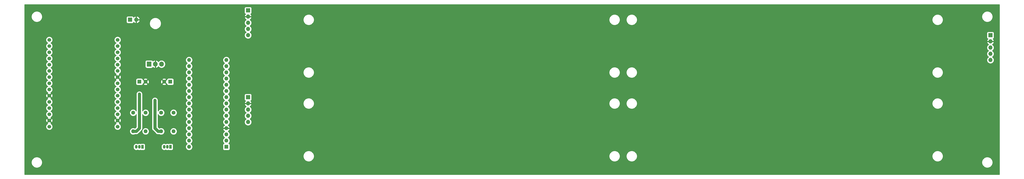
<source format=gbr>
G04 #@! TF.GenerationSoftware,KiCad,Pcbnew,(5.1.5)-3*
G04 #@! TF.CreationDate,2020-07-10T12:59:04+02:00*
G04 #@! TF.ProjectId,twitchdisplay,74776974-6368-4646-9973-706c61792e6b,rev?*
G04 #@! TF.SameCoordinates,Original*
G04 #@! TF.FileFunction,Copper,L1,Top*
G04 #@! TF.FilePolarity,Positive*
%FSLAX46Y46*%
G04 Gerber Fmt 4.6, Leading zero omitted, Abs format (unit mm)*
G04 Created by KiCad (PCBNEW (5.1.5)-3) date 2020-07-10 12:59:04*
%MOMM*%
%LPD*%
G04 APERTURE LIST*
%ADD10C,1.524000*%
%ADD11O,1.905000X2.000000*%
%ADD12R,1.905000X2.000000*%
%ADD13O,1.600000X1.600000*%
%ADD14C,1.600000*%
%ADD15R,1.050000X1.500000*%
%ADD16O,1.050000X1.500000*%
%ADD17O,1.700000X1.700000*%
%ADD18R,1.700000X1.700000*%
%ADD19R,1.600000X1.600000*%
%ADD20C,1.270000*%
%ADD21C,1.270000*%
%ADD22C,0.254000*%
G04 APERTURE END LIST*
D10*
X-2540000Y-80645000D03*
X-2540000Y-83185000D03*
X-2540000Y-85725000D03*
X-2540000Y-88265000D03*
X-2540000Y-90805000D03*
X-2540000Y-93345000D03*
X-2540000Y-95885000D03*
X-2540000Y-98425000D03*
X-2540000Y-100965000D03*
X-2540000Y-103505000D03*
X-2540000Y-106045000D03*
X-2540000Y-108585000D03*
X-2540000Y-111125000D03*
X-2540000Y-113665000D03*
X-2540000Y-116205000D03*
X-30480000Y-116205000D03*
X-30480000Y-113665000D03*
X-30480000Y-111125000D03*
X-30480000Y-108585000D03*
X-30480000Y-106045000D03*
X-30480000Y-103505000D03*
X-30480000Y-100965000D03*
X-30480000Y-98425000D03*
X-30480000Y-95885000D03*
X-30480000Y-93345000D03*
X-30480000Y-90805000D03*
X-30480000Y-88265000D03*
X-30480000Y-85725000D03*
X-30480000Y-83185000D03*
X-30480000Y-80645000D03*
D11*
X15430000Y-90580000D03*
X12890000Y-90580000D03*
D12*
X10350000Y-90580000D03*
D13*
X3810000Y-118110000D03*
D14*
X3810000Y-110490000D03*
D13*
X15240000Y-118110000D03*
D14*
X15240000Y-110490000D03*
D13*
X8890000Y-118110000D03*
D14*
X8890000Y-110490000D03*
D13*
X20320000Y-118110000D03*
D14*
X20320000Y-110490000D03*
D15*
X7620000Y-124460000D03*
D16*
X5080000Y-124460000D03*
X6350000Y-124460000D03*
D15*
X19050000Y-124460000D03*
D16*
X16510000Y-124460000D03*
X17780000Y-124460000D03*
D17*
X50800000Y-78740000D03*
X50800000Y-76200000D03*
X50800000Y-73660000D03*
X50800000Y-71120000D03*
D18*
X50800000Y-68580000D03*
D17*
X354330000Y-88900000D03*
X354330000Y-86360000D03*
X354330000Y-83820000D03*
X354330000Y-81280000D03*
D18*
X354330000Y-78740000D03*
D17*
X50800000Y-114300000D03*
X50800000Y-111760000D03*
X50800000Y-109220000D03*
X50800000Y-106680000D03*
D18*
X50800000Y-104140000D03*
D17*
X5080000Y-72390000D03*
D18*
X2540000Y-72390000D03*
D14*
X16510000Y-97790000D03*
D19*
X19010000Y-97790000D03*
D14*
X8890000Y-97790000D03*
D19*
X6390000Y-97790000D03*
D13*
X26670000Y-88900000D03*
X41910000Y-88900000D03*
X26670000Y-124460000D03*
X41910000Y-91440000D03*
X26670000Y-121920000D03*
X41910000Y-93980000D03*
X26670000Y-119380000D03*
X41910000Y-96520000D03*
X26670000Y-116840000D03*
X41910000Y-99060000D03*
X26670000Y-114300000D03*
X41910000Y-101600000D03*
X26670000Y-111760000D03*
X41910000Y-104140000D03*
X26670000Y-109220000D03*
X41910000Y-106680000D03*
X26670000Y-106680000D03*
X41910000Y-109220000D03*
X26670000Y-104140000D03*
X41910000Y-111760000D03*
X26670000Y-101600000D03*
X41910000Y-114300000D03*
X26670000Y-99060000D03*
X41910000Y-116840000D03*
X26670000Y-96520000D03*
X41910000Y-119380000D03*
X26670000Y-93980000D03*
X41910000Y-121920000D03*
X26670000Y-91440000D03*
D19*
X41910000Y-124460000D03*
D20*
X12700000Y-105410000D03*
X6350000Y-102870000D03*
D21*
X15240000Y-118110000D02*
X13970000Y-118110000D01*
X13970000Y-118110000D02*
X12700000Y-116840000D01*
X12700000Y-116840000D02*
X12700000Y-106680000D01*
X12700000Y-106680000D02*
X12700000Y-105410000D01*
X12700000Y-105410000D02*
X12700000Y-105410000D01*
X3810000Y-118110000D02*
X5080000Y-118110000D01*
X5080000Y-118110000D02*
X6350000Y-116840000D01*
X6350000Y-116840000D02*
X6350000Y-102870000D01*
X6350000Y-102870000D02*
X6350000Y-102870000D01*
D22*
G36*
X358013000Y-135763000D02*
G01*
X-40513000Y-135763000D01*
X-40513000Y-130589872D01*
X-37795000Y-130589872D01*
X-37795000Y-131030128D01*
X-37709110Y-131461925D01*
X-37540631Y-131868669D01*
X-37296038Y-132234729D01*
X-36984729Y-132546038D01*
X-36618669Y-132790631D01*
X-36211925Y-132959110D01*
X-35780128Y-133045000D01*
X-35339872Y-133045000D01*
X-34908075Y-132959110D01*
X-34501331Y-132790631D01*
X-34135271Y-132546038D01*
X-33823962Y-132234729D01*
X-33579369Y-131868669D01*
X-33410890Y-131461925D01*
X-33325000Y-131030128D01*
X-33325000Y-130589872D01*
X350825000Y-130589872D01*
X350825000Y-131030128D01*
X350910890Y-131461925D01*
X351079369Y-131868669D01*
X351323962Y-132234729D01*
X351635271Y-132546038D01*
X352001331Y-132790631D01*
X352408075Y-132959110D01*
X352839872Y-133045000D01*
X353280128Y-133045000D01*
X353711925Y-132959110D01*
X354118669Y-132790631D01*
X354484729Y-132546038D01*
X354796038Y-132234729D01*
X355040631Y-131868669D01*
X355209110Y-131461925D01*
X355295000Y-131030128D01*
X355295000Y-130589872D01*
X355209110Y-130158075D01*
X355040631Y-129751331D01*
X354796038Y-129385271D01*
X354484729Y-129073962D01*
X354118669Y-128829369D01*
X353711925Y-128660890D01*
X353280128Y-128575000D01*
X352839872Y-128575000D01*
X352408075Y-128660890D01*
X352001331Y-128829369D01*
X351635271Y-129073962D01*
X351323962Y-129385271D01*
X351079369Y-129751331D01*
X350910890Y-130158075D01*
X350825000Y-130589872D01*
X-33325000Y-130589872D01*
X-33410890Y-130158075D01*
X-33579369Y-129751331D01*
X-33823962Y-129385271D01*
X-34135271Y-129073962D01*
X-34501331Y-128829369D01*
X-34908075Y-128660890D01*
X-35339872Y-128575000D01*
X-35780128Y-128575000D01*
X-36211925Y-128660890D01*
X-36618669Y-128829369D01*
X-36984729Y-129073962D01*
X-37296038Y-129385271D01*
X-37540631Y-129751331D01*
X-37709110Y-130158075D01*
X-37795000Y-130589872D01*
X-40513000Y-130589872D01*
X-40513000Y-128049872D01*
X73330000Y-128049872D01*
X73330000Y-128490128D01*
X73415890Y-128921925D01*
X73584369Y-129328669D01*
X73828962Y-129694729D01*
X74140271Y-130006038D01*
X74506331Y-130250631D01*
X74913075Y-130419110D01*
X75344872Y-130505000D01*
X75785128Y-130505000D01*
X76216925Y-130419110D01*
X76623669Y-130250631D01*
X76989729Y-130006038D01*
X77301038Y-129694729D01*
X77545631Y-129328669D01*
X77714110Y-128921925D01*
X77800000Y-128490128D01*
X77800000Y-128049872D01*
X198425000Y-128049872D01*
X198425000Y-128490128D01*
X198510890Y-128921925D01*
X198679369Y-129328669D01*
X198923962Y-129694729D01*
X199235271Y-130006038D01*
X199601331Y-130250631D01*
X200008075Y-130419110D01*
X200439872Y-130505000D01*
X200880128Y-130505000D01*
X201311925Y-130419110D01*
X201718669Y-130250631D01*
X202084729Y-130006038D01*
X202396038Y-129694729D01*
X202640631Y-129328669D01*
X202809110Y-128921925D01*
X202895000Y-128490128D01*
X202895000Y-128049872D01*
X205410000Y-128049872D01*
X205410000Y-128490128D01*
X205495890Y-128921925D01*
X205664369Y-129328669D01*
X205908962Y-129694729D01*
X206220271Y-130006038D01*
X206586331Y-130250631D01*
X206993075Y-130419110D01*
X207424872Y-130505000D01*
X207865128Y-130505000D01*
X208296925Y-130419110D01*
X208703669Y-130250631D01*
X209069729Y-130006038D01*
X209381038Y-129694729D01*
X209625631Y-129328669D01*
X209794110Y-128921925D01*
X209880000Y-128490128D01*
X209880000Y-128049872D01*
X330505000Y-128049872D01*
X330505000Y-128490128D01*
X330590890Y-128921925D01*
X330759369Y-129328669D01*
X331003962Y-129694729D01*
X331315271Y-130006038D01*
X331681331Y-130250631D01*
X332088075Y-130419110D01*
X332519872Y-130505000D01*
X332960128Y-130505000D01*
X333391925Y-130419110D01*
X333798669Y-130250631D01*
X334164729Y-130006038D01*
X334476038Y-129694729D01*
X334720631Y-129328669D01*
X334889110Y-128921925D01*
X334975000Y-128490128D01*
X334975000Y-128049872D01*
X334889110Y-127618075D01*
X334720631Y-127211331D01*
X334476038Y-126845271D01*
X334164729Y-126533962D01*
X333798669Y-126289369D01*
X333391925Y-126120890D01*
X332960128Y-126035000D01*
X332519872Y-126035000D01*
X332088075Y-126120890D01*
X331681331Y-126289369D01*
X331315271Y-126533962D01*
X331003962Y-126845271D01*
X330759369Y-127211331D01*
X330590890Y-127618075D01*
X330505000Y-128049872D01*
X209880000Y-128049872D01*
X209794110Y-127618075D01*
X209625631Y-127211331D01*
X209381038Y-126845271D01*
X209069729Y-126533962D01*
X208703669Y-126289369D01*
X208296925Y-126120890D01*
X207865128Y-126035000D01*
X207424872Y-126035000D01*
X206993075Y-126120890D01*
X206586331Y-126289369D01*
X206220271Y-126533962D01*
X205908962Y-126845271D01*
X205664369Y-127211331D01*
X205495890Y-127618075D01*
X205410000Y-128049872D01*
X202895000Y-128049872D01*
X202809110Y-127618075D01*
X202640631Y-127211331D01*
X202396038Y-126845271D01*
X202084729Y-126533962D01*
X201718669Y-126289369D01*
X201311925Y-126120890D01*
X200880128Y-126035000D01*
X200439872Y-126035000D01*
X200008075Y-126120890D01*
X199601331Y-126289369D01*
X199235271Y-126533962D01*
X198923962Y-126845271D01*
X198679369Y-127211331D01*
X198510890Y-127618075D01*
X198425000Y-128049872D01*
X77800000Y-128049872D01*
X77714110Y-127618075D01*
X77545631Y-127211331D01*
X77301038Y-126845271D01*
X76989729Y-126533962D01*
X76623669Y-126289369D01*
X76216925Y-126120890D01*
X75785128Y-126035000D01*
X75344872Y-126035000D01*
X74913075Y-126120890D01*
X74506331Y-126289369D01*
X74140271Y-126533962D01*
X73828962Y-126845271D01*
X73584369Y-127211331D01*
X73415890Y-127618075D01*
X73330000Y-128049872D01*
X-40513000Y-128049872D01*
X-40513000Y-124178021D01*
X3920000Y-124178021D01*
X3920000Y-124741978D01*
X3936785Y-124912399D01*
X4003115Y-125131059D01*
X4110829Y-125332578D01*
X4255788Y-125509212D01*
X4432421Y-125654171D01*
X4633940Y-125761885D01*
X4852600Y-125828215D01*
X5080000Y-125850612D01*
X5307399Y-125828215D01*
X5526059Y-125761885D01*
X5715000Y-125660894D01*
X5903940Y-125761885D01*
X6122600Y-125828215D01*
X6350000Y-125850612D01*
X6577399Y-125828215D01*
X6786098Y-125764907D01*
X6850820Y-125799502D01*
X6970518Y-125835812D01*
X7095000Y-125848072D01*
X8145000Y-125848072D01*
X8269482Y-125835812D01*
X8389180Y-125799502D01*
X8499494Y-125740537D01*
X8596185Y-125661185D01*
X8675537Y-125564494D01*
X8734502Y-125454180D01*
X8770812Y-125334482D01*
X8783072Y-125210000D01*
X8783072Y-124178021D01*
X15350000Y-124178021D01*
X15350000Y-124741978D01*
X15366785Y-124912399D01*
X15433115Y-125131059D01*
X15540829Y-125332578D01*
X15685788Y-125509212D01*
X15862421Y-125654171D01*
X16063940Y-125761885D01*
X16282600Y-125828215D01*
X16510000Y-125850612D01*
X16737399Y-125828215D01*
X16956059Y-125761885D01*
X17145000Y-125660894D01*
X17333940Y-125761885D01*
X17552600Y-125828215D01*
X17780000Y-125850612D01*
X18007399Y-125828215D01*
X18216098Y-125764907D01*
X18280820Y-125799502D01*
X18400518Y-125835812D01*
X18525000Y-125848072D01*
X19575000Y-125848072D01*
X19699482Y-125835812D01*
X19819180Y-125799502D01*
X19929494Y-125740537D01*
X20026185Y-125661185D01*
X20105537Y-125564494D01*
X20164502Y-125454180D01*
X20200812Y-125334482D01*
X20213072Y-125210000D01*
X20213072Y-123710000D01*
X20200812Y-123585518D01*
X20164502Y-123465820D01*
X20105537Y-123355506D01*
X20026185Y-123258815D01*
X19929494Y-123179463D01*
X19819180Y-123120498D01*
X19699482Y-123084188D01*
X19575000Y-123071928D01*
X18525000Y-123071928D01*
X18400518Y-123084188D01*
X18280820Y-123120498D01*
X18216098Y-123155093D01*
X18007400Y-123091785D01*
X17780000Y-123069388D01*
X17552601Y-123091785D01*
X17333941Y-123158115D01*
X17145001Y-123259106D01*
X16956060Y-123158115D01*
X16737400Y-123091785D01*
X16510000Y-123069388D01*
X16282601Y-123091785D01*
X16063941Y-123158115D01*
X15862422Y-123265829D01*
X15685789Y-123410788D01*
X15540830Y-123587421D01*
X15433115Y-123788940D01*
X15366785Y-124007600D01*
X15350000Y-124178021D01*
X8783072Y-124178021D01*
X8783072Y-123710000D01*
X8770812Y-123585518D01*
X8734502Y-123465820D01*
X8675537Y-123355506D01*
X8596185Y-123258815D01*
X8499494Y-123179463D01*
X8389180Y-123120498D01*
X8269482Y-123084188D01*
X8145000Y-123071928D01*
X7095000Y-123071928D01*
X6970518Y-123084188D01*
X6850820Y-123120498D01*
X6786098Y-123155093D01*
X6577400Y-123091785D01*
X6350000Y-123069388D01*
X6122601Y-123091785D01*
X5903941Y-123158115D01*
X5715001Y-123259106D01*
X5526060Y-123158115D01*
X5307400Y-123091785D01*
X5080000Y-123069388D01*
X4852601Y-123091785D01*
X4633941Y-123158115D01*
X4432422Y-123265829D01*
X4255789Y-123410788D01*
X4110830Y-123587421D01*
X4003115Y-123788940D01*
X3936785Y-124007600D01*
X3920000Y-124178021D01*
X-40513000Y-124178021D01*
X-40513000Y-116067408D01*
X-31877000Y-116067408D01*
X-31877000Y-116342592D01*
X-31823314Y-116612490D01*
X-31718005Y-116866727D01*
X-31565120Y-117095535D01*
X-31370535Y-117290120D01*
X-31141727Y-117443005D01*
X-30887490Y-117548314D01*
X-30617592Y-117602000D01*
X-30342408Y-117602000D01*
X-30072510Y-117548314D01*
X-29818273Y-117443005D01*
X-29589465Y-117290120D01*
X-29394880Y-117095535D01*
X-29241995Y-116866727D01*
X-29136686Y-116612490D01*
X-29083000Y-116342592D01*
X-29083000Y-116067408D01*
X-3937000Y-116067408D01*
X-3937000Y-116342592D01*
X-3883314Y-116612490D01*
X-3778005Y-116866727D01*
X-3625120Y-117095535D01*
X-3430535Y-117290120D01*
X-3201727Y-117443005D01*
X-2947490Y-117548314D01*
X-2677592Y-117602000D01*
X-2402408Y-117602000D01*
X-2132510Y-117548314D01*
X-1878273Y-117443005D01*
X-1649465Y-117290120D01*
X-1454880Y-117095535D01*
X-1301995Y-116866727D01*
X-1196686Y-116612490D01*
X-1143000Y-116342592D01*
X-1143000Y-116067408D01*
X-1196686Y-115797510D01*
X-1301995Y-115543273D01*
X-1454880Y-115314465D01*
X-1649465Y-115119880D01*
X-1878273Y-114966995D01*
X-1949943Y-114937308D01*
X-1936977Y-114932636D01*
X-1821020Y-114870656D01*
X-1754040Y-114630565D01*
X-2540000Y-113844605D01*
X-3325960Y-114630565D01*
X-3258980Y-114870656D01*
X-3123240Y-114934485D01*
X-3201727Y-114966995D01*
X-3430535Y-115119880D01*
X-3625120Y-115314465D01*
X-3778005Y-115543273D01*
X-3883314Y-115797510D01*
X-3937000Y-116067408D01*
X-29083000Y-116067408D01*
X-29136686Y-115797510D01*
X-29241995Y-115543273D01*
X-29394880Y-115314465D01*
X-29589465Y-115119880D01*
X-29818273Y-114966995D01*
X-29889943Y-114937308D01*
X-29876977Y-114932636D01*
X-29761020Y-114870656D01*
X-29694040Y-114630565D01*
X-30480000Y-113844605D01*
X-31265960Y-114630565D01*
X-31198980Y-114870656D01*
X-31063240Y-114934485D01*
X-31141727Y-114966995D01*
X-31370535Y-115119880D01*
X-31565120Y-115314465D01*
X-31718005Y-115543273D01*
X-31823314Y-115797510D01*
X-31877000Y-116067408D01*
X-40513000Y-116067408D01*
X-40513000Y-113737017D01*
X-31881910Y-113737017D01*
X-31840922Y-114009133D01*
X-31747636Y-114268023D01*
X-31685656Y-114383980D01*
X-31445565Y-114450960D01*
X-30659605Y-113665000D01*
X-30300395Y-113665000D01*
X-29514435Y-114450960D01*
X-29274344Y-114383980D01*
X-29157244Y-114134952D01*
X-29090977Y-113867865D01*
X-29084843Y-113737017D01*
X-3941910Y-113737017D01*
X-3900922Y-114009133D01*
X-3807636Y-114268023D01*
X-3745656Y-114383980D01*
X-3505565Y-114450960D01*
X-2719605Y-113665000D01*
X-2360395Y-113665000D01*
X-1574435Y-114450960D01*
X-1334344Y-114383980D01*
X-1217244Y-114134952D01*
X-1150977Y-113867865D01*
X-1138090Y-113592983D01*
X-1179078Y-113320867D01*
X-1272364Y-113061977D01*
X-1334344Y-112946020D01*
X-1574435Y-112879040D01*
X-2360395Y-113665000D01*
X-2719605Y-113665000D01*
X-3505565Y-112879040D01*
X-3745656Y-112946020D01*
X-3862756Y-113195048D01*
X-3929023Y-113462135D01*
X-3941910Y-113737017D01*
X-29084843Y-113737017D01*
X-29078090Y-113592983D01*
X-29119078Y-113320867D01*
X-29212364Y-113061977D01*
X-29274344Y-112946020D01*
X-29514435Y-112879040D01*
X-30300395Y-113665000D01*
X-30659605Y-113665000D01*
X-31445565Y-112879040D01*
X-31685656Y-112946020D01*
X-31802756Y-113195048D01*
X-31869023Y-113462135D01*
X-31881910Y-113737017D01*
X-40513000Y-113737017D01*
X-40513000Y-105907408D01*
X-31877000Y-105907408D01*
X-31877000Y-106182592D01*
X-31823314Y-106452490D01*
X-31718005Y-106706727D01*
X-31565120Y-106935535D01*
X-31370535Y-107130120D01*
X-31141727Y-107283005D01*
X-31064485Y-107315000D01*
X-31141727Y-107346995D01*
X-31370535Y-107499880D01*
X-31565120Y-107694465D01*
X-31718005Y-107923273D01*
X-31823314Y-108177510D01*
X-31877000Y-108447408D01*
X-31877000Y-108722592D01*
X-31823314Y-108992490D01*
X-31718005Y-109246727D01*
X-31565120Y-109475535D01*
X-31370535Y-109670120D01*
X-31141727Y-109823005D01*
X-31064485Y-109855000D01*
X-31141727Y-109886995D01*
X-31370535Y-110039880D01*
X-31565120Y-110234465D01*
X-31718005Y-110463273D01*
X-31823314Y-110717510D01*
X-31877000Y-110987408D01*
X-31877000Y-111262592D01*
X-31823314Y-111532490D01*
X-31718005Y-111786727D01*
X-31565120Y-112015535D01*
X-31370535Y-112210120D01*
X-31141727Y-112363005D01*
X-31070057Y-112392692D01*
X-31083023Y-112397364D01*
X-31198980Y-112459344D01*
X-31265960Y-112699435D01*
X-30480000Y-113485395D01*
X-29694040Y-112699435D01*
X-29761020Y-112459344D01*
X-29896760Y-112395515D01*
X-29818273Y-112363005D01*
X-29589465Y-112210120D01*
X-29394880Y-112015535D01*
X-29241995Y-111786727D01*
X-29136686Y-111532490D01*
X-29083000Y-111262592D01*
X-29083000Y-110987408D01*
X-29136686Y-110717510D01*
X-29241995Y-110463273D01*
X-29394880Y-110234465D01*
X-29589465Y-110039880D01*
X-29818273Y-109886995D01*
X-29895515Y-109855000D01*
X-29818273Y-109823005D01*
X-29589465Y-109670120D01*
X-29394880Y-109475535D01*
X-29241995Y-109246727D01*
X-29136686Y-108992490D01*
X-29083000Y-108722592D01*
X-29083000Y-108447408D01*
X-29136686Y-108177510D01*
X-29241995Y-107923273D01*
X-29394880Y-107694465D01*
X-29589465Y-107499880D01*
X-29818273Y-107346995D01*
X-29895515Y-107315000D01*
X-29818273Y-107283005D01*
X-29589465Y-107130120D01*
X-29394880Y-106935535D01*
X-29241995Y-106706727D01*
X-29136686Y-106452490D01*
X-29083000Y-106182592D01*
X-29083000Y-105907408D01*
X-29136686Y-105637510D01*
X-29241995Y-105383273D01*
X-29394880Y-105154465D01*
X-29589465Y-104959880D01*
X-29818273Y-104806995D01*
X-29889943Y-104777308D01*
X-29876977Y-104772636D01*
X-29761020Y-104710656D01*
X-29694040Y-104470565D01*
X-30480000Y-103684605D01*
X-31265960Y-104470565D01*
X-31198980Y-104710656D01*
X-31063240Y-104774485D01*
X-31141727Y-104806995D01*
X-31370535Y-104959880D01*
X-31565120Y-105154465D01*
X-31718005Y-105383273D01*
X-31823314Y-105637510D01*
X-31877000Y-105907408D01*
X-40513000Y-105907408D01*
X-40513000Y-103577017D01*
X-31881910Y-103577017D01*
X-31840922Y-103849133D01*
X-31747636Y-104108023D01*
X-31685656Y-104223980D01*
X-31445565Y-104290960D01*
X-30659605Y-103505000D01*
X-30300395Y-103505000D01*
X-29514435Y-104290960D01*
X-29274344Y-104223980D01*
X-29157244Y-103974952D01*
X-29090977Y-103707865D01*
X-29078090Y-103432983D01*
X-29119078Y-103160867D01*
X-29212364Y-102901977D01*
X-29274344Y-102786020D01*
X-29514435Y-102719040D01*
X-30300395Y-103505000D01*
X-30659605Y-103505000D01*
X-31445565Y-102719040D01*
X-31685656Y-102786020D01*
X-31802756Y-103035048D01*
X-31869023Y-103302135D01*
X-31881910Y-103577017D01*
X-40513000Y-103577017D01*
X-40513000Y-80507408D01*
X-31877000Y-80507408D01*
X-31877000Y-80782592D01*
X-31823314Y-81052490D01*
X-31718005Y-81306727D01*
X-31565120Y-81535535D01*
X-31370535Y-81730120D01*
X-31141727Y-81883005D01*
X-31064485Y-81915000D01*
X-31141727Y-81946995D01*
X-31370535Y-82099880D01*
X-31565120Y-82294465D01*
X-31718005Y-82523273D01*
X-31823314Y-82777510D01*
X-31877000Y-83047408D01*
X-31877000Y-83322592D01*
X-31823314Y-83592490D01*
X-31718005Y-83846727D01*
X-31565120Y-84075535D01*
X-31370535Y-84270120D01*
X-31141727Y-84423005D01*
X-31064485Y-84455000D01*
X-31141727Y-84486995D01*
X-31370535Y-84639880D01*
X-31565120Y-84834465D01*
X-31718005Y-85063273D01*
X-31823314Y-85317510D01*
X-31877000Y-85587408D01*
X-31877000Y-85862592D01*
X-31823314Y-86132490D01*
X-31718005Y-86386727D01*
X-31565120Y-86615535D01*
X-31370535Y-86810120D01*
X-31141727Y-86963005D01*
X-31064485Y-86995000D01*
X-31141727Y-87026995D01*
X-31370535Y-87179880D01*
X-31565120Y-87374465D01*
X-31718005Y-87603273D01*
X-31823314Y-87857510D01*
X-31877000Y-88127408D01*
X-31877000Y-88402592D01*
X-31823314Y-88672490D01*
X-31718005Y-88926727D01*
X-31565120Y-89155535D01*
X-31370535Y-89350120D01*
X-31141727Y-89503005D01*
X-31064485Y-89535000D01*
X-31141727Y-89566995D01*
X-31370535Y-89719880D01*
X-31565120Y-89914465D01*
X-31718005Y-90143273D01*
X-31823314Y-90397510D01*
X-31877000Y-90667408D01*
X-31877000Y-90942592D01*
X-31823314Y-91212490D01*
X-31718005Y-91466727D01*
X-31565120Y-91695535D01*
X-31370535Y-91890120D01*
X-31141727Y-92043005D01*
X-31064485Y-92075000D01*
X-31141727Y-92106995D01*
X-31370535Y-92259880D01*
X-31565120Y-92454465D01*
X-31718005Y-92683273D01*
X-31823314Y-92937510D01*
X-31877000Y-93207408D01*
X-31877000Y-93482592D01*
X-31823314Y-93752490D01*
X-31718005Y-94006727D01*
X-31565120Y-94235535D01*
X-31370535Y-94430120D01*
X-31141727Y-94583005D01*
X-31064485Y-94615000D01*
X-31141727Y-94646995D01*
X-31370535Y-94799880D01*
X-31565120Y-94994465D01*
X-31718005Y-95223273D01*
X-31823314Y-95477510D01*
X-31877000Y-95747408D01*
X-31877000Y-96022592D01*
X-31823314Y-96292490D01*
X-31718005Y-96546727D01*
X-31565120Y-96775535D01*
X-31370535Y-96970120D01*
X-31141727Y-97123005D01*
X-31064485Y-97155000D01*
X-31141727Y-97186995D01*
X-31370535Y-97339880D01*
X-31565120Y-97534465D01*
X-31718005Y-97763273D01*
X-31823314Y-98017510D01*
X-31877000Y-98287408D01*
X-31877000Y-98562592D01*
X-31823314Y-98832490D01*
X-31718005Y-99086727D01*
X-31565120Y-99315535D01*
X-31370535Y-99510120D01*
X-31141727Y-99663005D01*
X-31064485Y-99695000D01*
X-31141727Y-99726995D01*
X-31370535Y-99879880D01*
X-31565120Y-100074465D01*
X-31718005Y-100303273D01*
X-31823314Y-100557510D01*
X-31877000Y-100827408D01*
X-31877000Y-101102592D01*
X-31823314Y-101372490D01*
X-31718005Y-101626727D01*
X-31565120Y-101855535D01*
X-31370535Y-102050120D01*
X-31141727Y-102203005D01*
X-31070057Y-102232692D01*
X-31083023Y-102237364D01*
X-31198980Y-102299344D01*
X-31265960Y-102539435D01*
X-30480000Y-103325395D01*
X-29694040Y-102539435D01*
X-29761020Y-102299344D01*
X-29896760Y-102235515D01*
X-29818273Y-102203005D01*
X-29589465Y-102050120D01*
X-29394880Y-101855535D01*
X-29241995Y-101626727D01*
X-29136686Y-101372490D01*
X-29083000Y-101102592D01*
X-29083000Y-100827408D01*
X-29136686Y-100557510D01*
X-29241995Y-100303273D01*
X-29394880Y-100074465D01*
X-29589465Y-99879880D01*
X-29818273Y-99726995D01*
X-29895515Y-99695000D01*
X-29818273Y-99663005D01*
X-29589465Y-99510120D01*
X-29394880Y-99315535D01*
X-29241995Y-99086727D01*
X-29136686Y-98832490D01*
X-29083000Y-98562592D01*
X-29083000Y-98287408D01*
X-3937000Y-98287408D01*
X-3937000Y-98562592D01*
X-3883314Y-98832490D01*
X-3778005Y-99086727D01*
X-3625120Y-99315535D01*
X-3430535Y-99510120D01*
X-3201727Y-99663005D01*
X-3124485Y-99695000D01*
X-3201727Y-99726995D01*
X-3430535Y-99879880D01*
X-3625120Y-100074465D01*
X-3778005Y-100303273D01*
X-3883314Y-100557510D01*
X-3937000Y-100827408D01*
X-3937000Y-101102592D01*
X-3883314Y-101372490D01*
X-3778005Y-101626727D01*
X-3625120Y-101855535D01*
X-3430535Y-102050120D01*
X-3201727Y-102203005D01*
X-3124485Y-102235000D01*
X-3201727Y-102266995D01*
X-3430535Y-102419880D01*
X-3625120Y-102614465D01*
X-3778005Y-102843273D01*
X-3883314Y-103097510D01*
X-3937000Y-103367408D01*
X-3937000Y-103642592D01*
X-3883314Y-103912490D01*
X-3778005Y-104166727D01*
X-3625120Y-104395535D01*
X-3430535Y-104590120D01*
X-3201727Y-104743005D01*
X-3124485Y-104775000D01*
X-3201727Y-104806995D01*
X-3430535Y-104959880D01*
X-3625120Y-105154465D01*
X-3778005Y-105383273D01*
X-3883314Y-105637510D01*
X-3937000Y-105907408D01*
X-3937000Y-106182592D01*
X-3883314Y-106452490D01*
X-3778005Y-106706727D01*
X-3625120Y-106935535D01*
X-3430535Y-107130120D01*
X-3201727Y-107283005D01*
X-3124485Y-107315000D01*
X-3201727Y-107346995D01*
X-3430535Y-107499880D01*
X-3625120Y-107694465D01*
X-3778005Y-107923273D01*
X-3883314Y-108177510D01*
X-3937000Y-108447408D01*
X-3937000Y-108722592D01*
X-3883314Y-108992490D01*
X-3778005Y-109246727D01*
X-3625120Y-109475535D01*
X-3430535Y-109670120D01*
X-3201727Y-109823005D01*
X-3124485Y-109855000D01*
X-3201727Y-109886995D01*
X-3430535Y-110039880D01*
X-3625120Y-110234465D01*
X-3778005Y-110463273D01*
X-3883314Y-110717510D01*
X-3937000Y-110987408D01*
X-3937000Y-111262592D01*
X-3883314Y-111532490D01*
X-3778005Y-111786727D01*
X-3625120Y-112015535D01*
X-3430535Y-112210120D01*
X-3201727Y-112363005D01*
X-3130057Y-112392692D01*
X-3143023Y-112397364D01*
X-3258980Y-112459344D01*
X-3325960Y-112699435D01*
X-2540000Y-113485395D01*
X-1754040Y-112699435D01*
X-1821020Y-112459344D01*
X-1956760Y-112395515D01*
X-1878273Y-112363005D01*
X-1649465Y-112210120D01*
X-1454880Y-112015535D01*
X-1301995Y-111786727D01*
X-1196686Y-111532490D01*
X-1143000Y-111262592D01*
X-1143000Y-110987408D01*
X-1196686Y-110717510D01*
X-1301995Y-110463273D01*
X-1378573Y-110348665D01*
X2375000Y-110348665D01*
X2375000Y-110631335D01*
X2430147Y-110908574D01*
X2538320Y-111169727D01*
X2695363Y-111404759D01*
X2895241Y-111604637D01*
X3130273Y-111761680D01*
X3391426Y-111869853D01*
X3668665Y-111925000D01*
X3951335Y-111925000D01*
X4228574Y-111869853D01*
X4489727Y-111761680D01*
X4724759Y-111604637D01*
X4924637Y-111404759D01*
X5080000Y-111172241D01*
X5080000Y-116313949D01*
X4553950Y-116840000D01*
X4492241Y-116840000D01*
X4489727Y-116838320D01*
X4228574Y-116730147D01*
X3951335Y-116675000D01*
X3668665Y-116675000D01*
X3391426Y-116730147D01*
X3130273Y-116838320D01*
X2895241Y-116995363D01*
X2695363Y-117195241D01*
X2538320Y-117430273D01*
X2430147Y-117691426D01*
X2375000Y-117968665D01*
X2375000Y-118251335D01*
X2430147Y-118528574D01*
X2538320Y-118789727D01*
X2695363Y-119024759D01*
X2895241Y-119224637D01*
X3130273Y-119381680D01*
X3391426Y-119489853D01*
X3668665Y-119545000D01*
X3951335Y-119545000D01*
X4228574Y-119489853D01*
X4489727Y-119381680D01*
X4492241Y-119380000D01*
X5017627Y-119380000D01*
X5080000Y-119386143D01*
X5142373Y-119380000D01*
X5142380Y-119380000D01*
X5328963Y-119361623D01*
X5568359Y-119289003D01*
X5788988Y-119171075D01*
X5982370Y-119012370D01*
X6022141Y-118963909D01*
X7017385Y-117968665D01*
X7455000Y-117968665D01*
X7455000Y-118251335D01*
X7510147Y-118528574D01*
X7618320Y-118789727D01*
X7775363Y-119024759D01*
X7975241Y-119224637D01*
X8210273Y-119381680D01*
X8471426Y-119489853D01*
X8748665Y-119545000D01*
X9031335Y-119545000D01*
X9308574Y-119489853D01*
X9569727Y-119381680D01*
X9804759Y-119224637D01*
X10004637Y-119024759D01*
X10161680Y-118789727D01*
X10269853Y-118528574D01*
X10325000Y-118251335D01*
X10325000Y-117968665D01*
X10269853Y-117691426D01*
X10161680Y-117430273D01*
X10004637Y-117195241D01*
X9804759Y-116995363D01*
X9569727Y-116838320D01*
X9308574Y-116730147D01*
X9031335Y-116675000D01*
X8748665Y-116675000D01*
X8471426Y-116730147D01*
X8210273Y-116838320D01*
X7975241Y-116995363D01*
X7775363Y-117195241D01*
X7618320Y-117430273D01*
X7510147Y-117691426D01*
X7455000Y-117968665D01*
X7017385Y-117968665D01*
X7203915Y-117782136D01*
X7252370Y-117742370D01*
X7411075Y-117548988D01*
X7529003Y-117328359D01*
X7579594Y-117161584D01*
X7601623Y-117088964D01*
X7610842Y-116995363D01*
X7620000Y-116902380D01*
X7620000Y-116902374D01*
X7626143Y-116840001D01*
X7620000Y-116777628D01*
X7620000Y-111172241D01*
X7775363Y-111404759D01*
X7975241Y-111604637D01*
X8210273Y-111761680D01*
X8471426Y-111869853D01*
X8748665Y-111925000D01*
X9031335Y-111925000D01*
X9308574Y-111869853D01*
X9569727Y-111761680D01*
X9804759Y-111604637D01*
X10004637Y-111404759D01*
X10161680Y-111169727D01*
X10269853Y-110908574D01*
X10325000Y-110631335D01*
X10325000Y-110348665D01*
X10269853Y-110071426D01*
X10161680Y-109810273D01*
X10004637Y-109575241D01*
X9804759Y-109375363D01*
X9569727Y-109218320D01*
X9308574Y-109110147D01*
X9031335Y-109055000D01*
X8748665Y-109055000D01*
X8471426Y-109110147D01*
X8210273Y-109218320D01*
X7975241Y-109375363D01*
X7775363Y-109575241D01*
X7620000Y-109807759D01*
X7620000Y-105410000D01*
X11423856Y-105410000D01*
X11430000Y-105472380D01*
X11430000Y-106742379D01*
X11430001Y-106742389D01*
X11430000Y-116777627D01*
X11423857Y-116840000D01*
X11430000Y-116902373D01*
X11430000Y-116902379D01*
X11432819Y-116930997D01*
X11448377Y-117088963D01*
X11450371Y-117095535D01*
X11520997Y-117328358D01*
X11638925Y-117548987D01*
X11797630Y-117742370D01*
X11846091Y-117782141D01*
X13027863Y-118963914D01*
X13067630Y-119012370D01*
X13261012Y-119171075D01*
X13481641Y-119289003D01*
X13648416Y-119339594D01*
X13721036Y-119361623D01*
X13746755Y-119364156D01*
X13907620Y-119380000D01*
X13907626Y-119380000D01*
X13969999Y-119386143D01*
X14032372Y-119380000D01*
X14557759Y-119380000D01*
X14560273Y-119381680D01*
X14821426Y-119489853D01*
X15098665Y-119545000D01*
X15381335Y-119545000D01*
X15658574Y-119489853D01*
X15919727Y-119381680D01*
X16154759Y-119224637D01*
X16354637Y-119024759D01*
X16511680Y-118789727D01*
X16619853Y-118528574D01*
X16675000Y-118251335D01*
X16675000Y-117968665D01*
X18885000Y-117968665D01*
X18885000Y-118251335D01*
X18940147Y-118528574D01*
X19048320Y-118789727D01*
X19205363Y-119024759D01*
X19405241Y-119224637D01*
X19640273Y-119381680D01*
X19901426Y-119489853D01*
X20178665Y-119545000D01*
X20461335Y-119545000D01*
X20738574Y-119489853D01*
X20999727Y-119381680D01*
X21234759Y-119224637D01*
X21434637Y-119024759D01*
X21591680Y-118789727D01*
X21699853Y-118528574D01*
X21755000Y-118251335D01*
X21755000Y-117968665D01*
X21699853Y-117691426D01*
X21591680Y-117430273D01*
X21434637Y-117195241D01*
X21234759Y-116995363D01*
X20999727Y-116838320D01*
X20738574Y-116730147D01*
X20461335Y-116675000D01*
X20178665Y-116675000D01*
X19901426Y-116730147D01*
X19640273Y-116838320D01*
X19405241Y-116995363D01*
X19205363Y-117195241D01*
X19048320Y-117430273D01*
X18940147Y-117691426D01*
X18885000Y-117968665D01*
X16675000Y-117968665D01*
X16619853Y-117691426D01*
X16511680Y-117430273D01*
X16354637Y-117195241D01*
X16154759Y-116995363D01*
X15919727Y-116838320D01*
X15658574Y-116730147D01*
X15381335Y-116675000D01*
X15098665Y-116675000D01*
X14821426Y-116730147D01*
X14560273Y-116838320D01*
X14557759Y-116840000D01*
X14496051Y-116840000D01*
X13970000Y-116313950D01*
X13970000Y-111172241D01*
X14125363Y-111404759D01*
X14325241Y-111604637D01*
X14560273Y-111761680D01*
X14821426Y-111869853D01*
X15098665Y-111925000D01*
X15381335Y-111925000D01*
X15658574Y-111869853D01*
X15919727Y-111761680D01*
X16154759Y-111604637D01*
X16354637Y-111404759D01*
X16511680Y-111169727D01*
X16619853Y-110908574D01*
X16675000Y-110631335D01*
X16675000Y-110348665D01*
X18885000Y-110348665D01*
X18885000Y-110631335D01*
X18940147Y-110908574D01*
X19048320Y-111169727D01*
X19205363Y-111404759D01*
X19405241Y-111604637D01*
X19640273Y-111761680D01*
X19901426Y-111869853D01*
X20178665Y-111925000D01*
X20461335Y-111925000D01*
X20738574Y-111869853D01*
X20999727Y-111761680D01*
X21234759Y-111604637D01*
X21434637Y-111404759D01*
X21591680Y-111169727D01*
X21699853Y-110908574D01*
X21755000Y-110631335D01*
X21755000Y-110348665D01*
X21699853Y-110071426D01*
X21591680Y-109810273D01*
X21434637Y-109575241D01*
X21234759Y-109375363D01*
X20999727Y-109218320D01*
X20738574Y-109110147D01*
X20461335Y-109055000D01*
X20178665Y-109055000D01*
X19901426Y-109110147D01*
X19640273Y-109218320D01*
X19405241Y-109375363D01*
X19205363Y-109575241D01*
X19048320Y-109810273D01*
X18940147Y-110071426D01*
X18885000Y-110348665D01*
X16675000Y-110348665D01*
X16619853Y-110071426D01*
X16511680Y-109810273D01*
X16354637Y-109575241D01*
X16154759Y-109375363D01*
X15919727Y-109218320D01*
X15658574Y-109110147D01*
X15381335Y-109055000D01*
X15098665Y-109055000D01*
X14821426Y-109110147D01*
X14560273Y-109218320D01*
X14325241Y-109375363D01*
X14125363Y-109575241D01*
X13970000Y-109807759D01*
X13970000Y-105472380D01*
X13976144Y-105410000D01*
X13970000Y-105347620D01*
X13970000Y-105284916D01*
X13957767Y-105223415D01*
X13951623Y-105161037D01*
X13933429Y-105101059D01*
X13921195Y-105039555D01*
X13897197Y-104981620D01*
X13879003Y-104921641D01*
X13849455Y-104866361D01*
X13825459Y-104808429D01*
X13790625Y-104756296D01*
X13761075Y-104701012D01*
X13721307Y-104652555D01*
X13686473Y-104600422D01*
X13642137Y-104556086D01*
X13602370Y-104507630D01*
X13553914Y-104467863D01*
X13509578Y-104423527D01*
X13457445Y-104388693D01*
X13408988Y-104348925D01*
X13353704Y-104319375D01*
X13301571Y-104284541D01*
X13243639Y-104260545D01*
X13188359Y-104230997D01*
X13128380Y-104212803D01*
X13070445Y-104188805D01*
X13008941Y-104176571D01*
X12948963Y-104158377D01*
X12886585Y-104152233D01*
X12825084Y-104140000D01*
X12762380Y-104140000D01*
X12700000Y-104133856D01*
X12637620Y-104140000D01*
X12574916Y-104140000D01*
X12513415Y-104152233D01*
X12451037Y-104158377D01*
X12391059Y-104176571D01*
X12329555Y-104188805D01*
X12271620Y-104212803D01*
X12211641Y-104230997D01*
X12156361Y-104260545D01*
X12098429Y-104284541D01*
X12046296Y-104319375D01*
X11991012Y-104348925D01*
X11942555Y-104388693D01*
X11890422Y-104423527D01*
X11846086Y-104467863D01*
X11797630Y-104507630D01*
X11757863Y-104556086D01*
X11713527Y-104600422D01*
X11678693Y-104652555D01*
X11638925Y-104701012D01*
X11609375Y-104756296D01*
X11574541Y-104808429D01*
X11550545Y-104866361D01*
X11520997Y-104921641D01*
X11502803Y-104981620D01*
X11478805Y-105039555D01*
X11466571Y-105101059D01*
X11448377Y-105161037D01*
X11442233Y-105223415D01*
X11430000Y-105284916D01*
X11430000Y-105347620D01*
X11423856Y-105410000D01*
X7620000Y-105410000D01*
X7620000Y-102932380D01*
X7626144Y-102870000D01*
X7620000Y-102807620D01*
X7620000Y-102744916D01*
X7607767Y-102683415D01*
X7601623Y-102621037D01*
X7583429Y-102561059D01*
X7571195Y-102499555D01*
X7547197Y-102441620D01*
X7529003Y-102381641D01*
X7499455Y-102326361D01*
X7475459Y-102268429D01*
X7440625Y-102216296D01*
X7411075Y-102161012D01*
X7371307Y-102112555D01*
X7336473Y-102060422D01*
X7292137Y-102016086D01*
X7252370Y-101967630D01*
X7203914Y-101927863D01*
X7159578Y-101883527D01*
X7107445Y-101848693D01*
X7058988Y-101808925D01*
X7003704Y-101779375D01*
X6951571Y-101744541D01*
X6893639Y-101720545D01*
X6838359Y-101690997D01*
X6778380Y-101672803D01*
X6720445Y-101648805D01*
X6658941Y-101636571D01*
X6598963Y-101618377D01*
X6536585Y-101612233D01*
X6475084Y-101600000D01*
X6412380Y-101600000D01*
X6350000Y-101593856D01*
X6287620Y-101600000D01*
X6224916Y-101600000D01*
X6163415Y-101612233D01*
X6101037Y-101618377D01*
X6041059Y-101636571D01*
X5979555Y-101648805D01*
X5921620Y-101672803D01*
X5861641Y-101690997D01*
X5806361Y-101720545D01*
X5748429Y-101744541D01*
X5696296Y-101779375D01*
X5641012Y-101808925D01*
X5592555Y-101848693D01*
X5540422Y-101883527D01*
X5496086Y-101927863D01*
X5447630Y-101967630D01*
X5407863Y-102016086D01*
X5363527Y-102060422D01*
X5328693Y-102112555D01*
X5288925Y-102161012D01*
X5259375Y-102216296D01*
X5224541Y-102268429D01*
X5200545Y-102326361D01*
X5170997Y-102381641D01*
X5152803Y-102441620D01*
X5128805Y-102499555D01*
X5116571Y-102561059D01*
X5098377Y-102621037D01*
X5092233Y-102683415D01*
X5080000Y-102744916D01*
X5080000Y-102807620D01*
X5073856Y-102870000D01*
X5080000Y-102932380D01*
X5080000Y-102995084D01*
X5080001Y-102995089D01*
X5080001Y-109807759D01*
X4924637Y-109575241D01*
X4724759Y-109375363D01*
X4489727Y-109218320D01*
X4228574Y-109110147D01*
X3951335Y-109055000D01*
X3668665Y-109055000D01*
X3391426Y-109110147D01*
X3130273Y-109218320D01*
X2895241Y-109375363D01*
X2695363Y-109575241D01*
X2538320Y-109810273D01*
X2430147Y-110071426D01*
X2375000Y-110348665D01*
X-1378573Y-110348665D01*
X-1454880Y-110234465D01*
X-1649465Y-110039880D01*
X-1878273Y-109886995D01*
X-1955515Y-109855000D01*
X-1878273Y-109823005D01*
X-1649465Y-109670120D01*
X-1454880Y-109475535D01*
X-1301995Y-109246727D01*
X-1196686Y-108992490D01*
X-1143000Y-108722592D01*
X-1143000Y-108447408D01*
X-1196686Y-108177510D01*
X-1301995Y-107923273D01*
X-1454880Y-107694465D01*
X-1649465Y-107499880D01*
X-1878273Y-107346995D01*
X-1955515Y-107315000D01*
X-1878273Y-107283005D01*
X-1649465Y-107130120D01*
X-1454880Y-106935535D01*
X-1301995Y-106706727D01*
X-1196686Y-106452490D01*
X-1143000Y-106182592D01*
X-1143000Y-105907408D01*
X-1196686Y-105637510D01*
X-1301995Y-105383273D01*
X-1454880Y-105154465D01*
X-1649465Y-104959880D01*
X-1878273Y-104806995D01*
X-1955515Y-104775000D01*
X-1878273Y-104743005D01*
X-1649465Y-104590120D01*
X-1454880Y-104395535D01*
X-1301995Y-104166727D01*
X-1196686Y-103912490D01*
X-1143000Y-103642592D01*
X-1143000Y-103367408D01*
X-1196686Y-103097510D01*
X-1301995Y-102843273D01*
X-1454880Y-102614465D01*
X-1649465Y-102419880D01*
X-1878273Y-102266995D01*
X-1955515Y-102235000D01*
X-1878273Y-102203005D01*
X-1649465Y-102050120D01*
X-1454880Y-101855535D01*
X-1301995Y-101626727D01*
X-1196686Y-101372490D01*
X-1143000Y-101102592D01*
X-1143000Y-100827408D01*
X-1196686Y-100557510D01*
X-1301995Y-100303273D01*
X-1454880Y-100074465D01*
X-1649465Y-99879880D01*
X-1878273Y-99726995D01*
X-1955515Y-99695000D01*
X-1878273Y-99663005D01*
X-1649465Y-99510120D01*
X-1454880Y-99315535D01*
X-1301995Y-99086727D01*
X-1196686Y-98832490D01*
X-1143000Y-98562592D01*
X-1143000Y-98287408D01*
X-1196686Y-98017510D01*
X-1301995Y-97763273D01*
X-1454880Y-97534465D01*
X-1649465Y-97339880D01*
X-1878273Y-97186995D01*
X-1949943Y-97157308D01*
X-1936977Y-97152636D01*
X-1821020Y-97090656D01*
X-1792940Y-96990000D01*
X4951928Y-96990000D01*
X4951928Y-98590000D01*
X4964188Y-98714482D01*
X5000498Y-98834180D01*
X5059463Y-98944494D01*
X5138815Y-99041185D01*
X5235506Y-99120537D01*
X5345820Y-99179502D01*
X5465518Y-99215812D01*
X5590000Y-99228072D01*
X7190000Y-99228072D01*
X7314482Y-99215812D01*
X7434180Y-99179502D01*
X7544494Y-99120537D01*
X7641185Y-99041185D01*
X7720537Y-98944494D01*
X7779502Y-98834180D01*
X7795117Y-98782702D01*
X8076903Y-98782702D01*
X8148486Y-99026671D01*
X8403996Y-99147571D01*
X8678184Y-99216300D01*
X8960512Y-99230217D01*
X9240130Y-99188787D01*
X9506292Y-99093603D01*
X9631514Y-99026671D01*
X9703097Y-98782702D01*
X15696903Y-98782702D01*
X15768486Y-99026671D01*
X16023996Y-99147571D01*
X16298184Y-99216300D01*
X16580512Y-99230217D01*
X16860130Y-99188787D01*
X17126292Y-99093603D01*
X17251514Y-99026671D01*
X17323097Y-98782702D01*
X16510000Y-97969605D01*
X15696903Y-98782702D01*
X9703097Y-98782702D01*
X8890000Y-97969605D01*
X8076903Y-98782702D01*
X7795117Y-98782702D01*
X7815812Y-98714482D01*
X7828072Y-98590000D01*
X7828072Y-98582785D01*
X7897298Y-98603097D01*
X8710395Y-97790000D01*
X9069605Y-97790000D01*
X9882702Y-98603097D01*
X10126671Y-98531514D01*
X10247571Y-98276004D01*
X10316300Y-98001816D01*
X10323265Y-97860512D01*
X15069783Y-97860512D01*
X15111213Y-98140130D01*
X15206397Y-98406292D01*
X15273329Y-98531514D01*
X15517298Y-98603097D01*
X16330395Y-97790000D01*
X16689605Y-97790000D01*
X17502702Y-98603097D01*
X17571928Y-98582785D01*
X17571928Y-98590000D01*
X17584188Y-98714482D01*
X17620498Y-98834180D01*
X17679463Y-98944494D01*
X17758815Y-99041185D01*
X17855506Y-99120537D01*
X17965820Y-99179502D01*
X18085518Y-99215812D01*
X18210000Y-99228072D01*
X19810000Y-99228072D01*
X19934482Y-99215812D01*
X20054180Y-99179502D01*
X20164494Y-99120537D01*
X20261185Y-99041185D01*
X20340537Y-98944494D01*
X20399502Y-98834180D01*
X20435812Y-98714482D01*
X20448072Y-98590000D01*
X20448072Y-96990000D01*
X20435812Y-96865518D01*
X20399502Y-96745820D01*
X20340537Y-96635506D01*
X20261185Y-96538815D01*
X20164494Y-96459463D01*
X20054180Y-96400498D01*
X19934482Y-96364188D01*
X19810000Y-96351928D01*
X18210000Y-96351928D01*
X18085518Y-96364188D01*
X17965820Y-96400498D01*
X17855506Y-96459463D01*
X17758815Y-96538815D01*
X17679463Y-96635506D01*
X17620498Y-96745820D01*
X17584188Y-96865518D01*
X17571928Y-96990000D01*
X17571928Y-96997215D01*
X17502702Y-96976903D01*
X16689605Y-97790000D01*
X16330395Y-97790000D01*
X15517298Y-96976903D01*
X15273329Y-97048486D01*
X15152429Y-97303996D01*
X15083700Y-97578184D01*
X15069783Y-97860512D01*
X10323265Y-97860512D01*
X10330217Y-97719488D01*
X10288787Y-97439870D01*
X10193603Y-97173708D01*
X10126671Y-97048486D01*
X9882702Y-96976903D01*
X9069605Y-97790000D01*
X8710395Y-97790000D01*
X7897298Y-96976903D01*
X7828072Y-96997215D01*
X7828072Y-96990000D01*
X7815812Y-96865518D01*
X7795118Y-96797298D01*
X8076903Y-96797298D01*
X8890000Y-97610395D01*
X9703097Y-96797298D01*
X15696903Y-96797298D01*
X16510000Y-97610395D01*
X17323097Y-96797298D01*
X17251514Y-96553329D01*
X16996004Y-96432429D01*
X16721816Y-96363700D01*
X16439488Y-96349783D01*
X16159870Y-96391213D01*
X15893708Y-96486397D01*
X15768486Y-96553329D01*
X15696903Y-96797298D01*
X9703097Y-96797298D01*
X9631514Y-96553329D01*
X9376004Y-96432429D01*
X9101816Y-96363700D01*
X8819488Y-96349783D01*
X8539870Y-96391213D01*
X8273708Y-96486397D01*
X8148486Y-96553329D01*
X8076903Y-96797298D01*
X7795118Y-96797298D01*
X7779502Y-96745820D01*
X7720537Y-96635506D01*
X7641185Y-96538815D01*
X7544494Y-96459463D01*
X7434180Y-96400498D01*
X7314482Y-96364188D01*
X7190000Y-96351928D01*
X5590000Y-96351928D01*
X5465518Y-96364188D01*
X5345820Y-96400498D01*
X5235506Y-96459463D01*
X5138815Y-96538815D01*
X5059463Y-96635506D01*
X5000498Y-96745820D01*
X4964188Y-96865518D01*
X4951928Y-96990000D01*
X-1792940Y-96990000D01*
X-1754040Y-96850565D01*
X-2540000Y-96064605D01*
X-3325960Y-96850565D01*
X-3258980Y-97090656D01*
X-3123240Y-97154485D01*
X-3201727Y-97186995D01*
X-3430535Y-97339880D01*
X-3625120Y-97534465D01*
X-3778005Y-97763273D01*
X-3883314Y-98017510D01*
X-3937000Y-98287408D01*
X-29083000Y-98287408D01*
X-29136686Y-98017510D01*
X-29241995Y-97763273D01*
X-29394880Y-97534465D01*
X-29589465Y-97339880D01*
X-29818273Y-97186995D01*
X-29895515Y-97155000D01*
X-29818273Y-97123005D01*
X-29589465Y-96970120D01*
X-29394880Y-96775535D01*
X-29241995Y-96546727D01*
X-29136686Y-96292490D01*
X-29083000Y-96022592D01*
X-29083000Y-95957017D01*
X-3941910Y-95957017D01*
X-3900922Y-96229133D01*
X-3807636Y-96488023D01*
X-3745656Y-96603980D01*
X-3505565Y-96670960D01*
X-2719605Y-95885000D01*
X-2360395Y-95885000D01*
X-1574435Y-96670960D01*
X-1334344Y-96603980D01*
X-1217244Y-96354952D01*
X-1150977Y-96087865D01*
X-1138090Y-95812983D01*
X-1179078Y-95540867D01*
X-1272364Y-95281977D01*
X-1334344Y-95166020D01*
X-1574435Y-95099040D01*
X-2360395Y-95885000D01*
X-2719605Y-95885000D01*
X-3505565Y-95099040D01*
X-3745656Y-95166020D01*
X-3862756Y-95415048D01*
X-3929023Y-95682135D01*
X-3941910Y-95957017D01*
X-29083000Y-95957017D01*
X-29083000Y-95747408D01*
X-29136686Y-95477510D01*
X-29241995Y-95223273D01*
X-29394880Y-94994465D01*
X-29589465Y-94799880D01*
X-29818273Y-94646995D01*
X-29895515Y-94615000D01*
X-29818273Y-94583005D01*
X-29589465Y-94430120D01*
X-29394880Y-94235535D01*
X-29241995Y-94006727D01*
X-29136686Y-93752490D01*
X-29083000Y-93482592D01*
X-29083000Y-93207408D01*
X-29136686Y-92937510D01*
X-29241995Y-92683273D01*
X-29394880Y-92454465D01*
X-29589465Y-92259880D01*
X-29818273Y-92106995D01*
X-29895515Y-92075000D01*
X-29818273Y-92043005D01*
X-29589465Y-91890120D01*
X-29394880Y-91695535D01*
X-29241995Y-91466727D01*
X-29136686Y-91212490D01*
X-29083000Y-90942592D01*
X-29083000Y-90667408D01*
X-29136686Y-90397510D01*
X-29241995Y-90143273D01*
X-29394880Y-89914465D01*
X-29589465Y-89719880D01*
X-29818273Y-89566995D01*
X-29895515Y-89535000D01*
X-29818273Y-89503005D01*
X-29589465Y-89350120D01*
X-29394880Y-89155535D01*
X-29241995Y-88926727D01*
X-29136686Y-88672490D01*
X-29083000Y-88402592D01*
X-29083000Y-88127408D01*
X-29136686Y-87857510D01*
X-29241995Y-87603273D01*
X-29394880Y-87374465D01*
X-29589465Y-87179880D01*
X-29818273Y-87026995D01*
X-29895515Y-86995000D01*
X-29818273Y-86963005D01*
X-29589465Y-86810120D01*
X-29394880Y-86615535D01*
X-29241995Y-86386727D01*
X-29136686Y-86132490D01*
X-29083000Y-85862592D01*
X-29083000Y-85587408D01*
X-29136686Y-85317510D01*
X-29241995Y-85063273D01*
X-29394880Y-84834465D01*
X-29589465Y-84639880D01*
X-29818273Y-84486995D01*
X-29895515Y-84455000D01*
X-29818273Y-84423005D01*
X-29589465Y-84270120D01*
X-29394880Y-84075535D01*
X-29241995Y-83846727D01*
X-29136686Y-83592490D01*
X-29083000Y-83322592D01*
X-29083000Y-83047408D01*
X-29136686Y-82777510D01*
X-29241995Y-82523273D01*
X-29394880Y-82294465D01*
X-29589465Y-82099880D01*
X-29818273Y-81946995D01*
X-29895515Y-81915000D01*
X-29818273Y-81883005D01*
X-29589465Y-81730120D01*
X-29394880Y-81535535D01*
X-29241995Y-81306727D01*
X-29136686Y-81052490D01*
X-29083000Y-80782592D01*
X-29083000Y-80507408D01*
X-3937000Y-80507408D01*
X-3937000Y-80782592D01*
X-3883314Y-81052490D01*
X-3778005Y-81306727D01*
X-3625120Y-81535535D01*
X-3430535Y-81730120D01*
X-3201727Y-81883005D01*
X-3124485Y-81915000D01*
X-3201727Y-81946995D01*
X-3430535Y-82099880D01*
X-3625120Y-82294465D01*
X-3778005Y-82523273D01*
X-3883314Y-82777510D01*
X-3937000Y-83047408D01*
X-3937000Y-83322592D01*
X-3883314Y-83592490D01*
X-3778005Y-83846727D01*
X-3625120Y-84075535D01*
X-3430535Y-84270120D01*
X-3201727Y-84423005D01*
X-3124485Y-84455000D01*
X-3201727Y-84486995D01*
X-3430535Y-84639880D01*
X-3625120Y-84834465D01*
X-3778005Y-85063273D01*
X-3883314Y-85317510D01*
X-3937000Y-85587408D01*
X-3937000Y-85862592D01*
X-3883314Y-86132490D01*
X-3778005Y-86386727D01*
X-3625120Y-86615535D01*
X-3430535Y-86810120D01*
X-3201727Y-86963005D01*
X-3124485Y-86995000D01*
X-3201727Y-87026995D01*
X-3430535Y-87179880D01*
X-3625120Y-87374465D01*
X-3778005Y-87603273D01*
X-3883314Y-87857510D01*
X-3937000Y-88127408D01*
X-3937000Y-88402592D01*
X-3883314Y-88672490D01*
X-3778005Y-88926727D01*
X-3625120Y-89155535D01*
X-3430535Y-89350120D01*
X-3201727Y-89503005D01*
X-3124485Y-89535000D01*
X-3201727Y-89566995D01*
X-3430535Y-89719880D01*
X-3625120Y-89914465D01*
X-3778005Y-90143273D01*
X-3883314Y-90397510D01*
X-3937000Y-90667408D01*
X-3937000Y-90942592D01*
X-3883314Y-91212490D01*
X-3778005Y-91466727D01*
X-3625120Y-91695535D01*
X-3430535Y-91890120D01*
X-3201727Y-92043005D01*
X-3124485Y-92075000D01*
X-3201727Y-92106995D01*
X-3430535Y-92259880D01*
X-3625120Y-92454465D01*
X-3778005Y-92683273D01*
X-3883314Y-92937510D01*
X-3937000Y-93207408D01*
X-3937000Y-93482592D01*
X-3883314Y-93752490D01*
X-3778005Y-94006727D01*
X-3625120Y-94235535D01*
X-3430535Y-94430120D01*
X-3201727Y-94583005D01*
X-3130057Y-94612692D01*
X-3143023Y-94617364D01*
X-3258980Y-94679344D01*
X-3325960Y-94919435D01*
X-2540000Y-95705395D01*
X-1754040Y-94919435D01*
X-1821020Y-94679344D01*
X-1956760Y-94615515D01*
X-1878273Y-94583005D01*
X-1649465Y-94430120D01*
X-1454880Y-94235535D01*
X-1301995Y-94006727D01*
X-1196686Y-93752490D01*
X-1143000Y-93482592D01*
X-1143000Y-93207408D01*
X-1196686Y-92937510D01*
X-1301995Y-92683273D01*
X-1454880Y-92454465D01*
X-1649465Y-92259880D01*
X-1878273Y-92106995D01*
X-1955515Y-92075000D01*
X-1878273Y-92043005D01*
X-1649465Y-91890120D01*
X-1454880Y-91695535D01*
X-1301995Y-91466727D01*
X-1196686Y-91212490D01*
X-1143000Y-90942592D01*
X-1143000Y-90667408D01*
X-1196686Y-90397510D01*
X-1301995Y-90143273D01*
X-1454880Y-89914465D01*
X-1649465Y-89719880D01*
X-1858809Y-89580000D01*
X8759428Y-89580000D01*
X8759428Y-91580000D01*
X8771688Y-91704482D01*
X8807998Y-91824180D01*
X8866963Y-91934494D01*
X8946315Y-92031185D01*
X9043006Y-92110537D01*
X9153320Y-92169502D01*
X9273018Y-92205812D01*
X9397500Y-92218072D01*
X11302500Y-92218072D01*
X11426982Y-92205812D01*
X11546680Y-92169502D01*
X11656994Y-92110537D01*
X11753685Y-92031185D01*
X11833037Y-91934494D01*
X11882059Y-91842781D01*
X12023077Y-91955969D01*
X12298906Y-92099571D01*
X12517020Y-92170563D01*
X12763000Y-92050594D01*
X12763000Y-90707000D01*
X12743000Y-90707000D01*
X12743000Y-90453000D01*
X12763000Y-90453000D01*
X12763000Y-89109406D01*
X13017000Y-89109406D01*
X13017000Y-90453000D01*
X13037000Y-90453000D01*
X13037000Y-90707000D01*
X13017000Y-90707000D01*
X13017000Y-92050594D01*
X13262980Y-92170563D01*
X13481094Y-92099571D01*
X13756923Y-91955969D01*
X13999437Y-91761315D01*
X14154837Y-91576101D01*
X14302037Y-91755463D01*
X14543766Y-91953845D01*
X14819552Y-92101255D01*
X15118797Y-92192030D01*
X15430000Y-92222681D01*
X15741204Y-92192030D01*
X16040449Y-92101255D01*
X16316235Y-91953845D01*
X16557963Y-91755463D01*
X16756345Y-91513734D01*
X16903755Y-91237948D01*
X16994530Y-90938703D01*
X17017500Y-90705485D01*
X17017500Y-90454514D01*
X16994530Y-90221296D01*
X16903755Y-89922051D01*
X16756345Y-89646265D01*
X16557963Y-89404537D01*
X16316234Y-89206155D01*
X16040448Y-89058745D01*
X15741203Y-88967970D01*
X15430000Y-88937319D01*
X15118796Y-88967970D01*
X14819551Y-89058745D01*
X14543765Y-89206155D01*
X14302037Y-89404537D01*
X14154838Y-89583900D01*
X13999437Y-89398685D01*
X13756923Y-89204031D01*
X13481094Y-89060429D01*
X13262980Y-88989437D01*
X13017000Y-89109406D01*
X12763000Y-89109406D01*
X12517020Y-88989437D01*
X12298906Y-89060429D01*
X12023077Y-89204031D01*
X11882059Y-89317219D01*
X11833037Y-89225506D01*
X11753685Y-89128815D01*
X11656994Y-89049463D01*
X11546680Y-88990498D01*
X11426982Y-88954188D01*
X11302500Y-88941928D01*
X9397500Y-88941928D01*
X9273018Y-88954188D01*
X9153320Y-88990498D01*
X9043006Y-89049463D01*
X8946315Y-89128815D01*
X8866963Y-89225506D01*
X8807998Y-89335820D01*
X8771688Y-89455518D01*
X8759428Y-89580000D01*
X-1858809Y-89580000D01*
X-1878273Y-89566995D01*
X-1955515Y-89535000D01*
X-1878273Y-89503005D01*
X-1649465Y-89350120D01*
X-1454880Y-89155535D01*
X-1301995Y-88926727D01*
X-1232382Y-88758665D01*
X25235000Y-88758665D01*
X25235000Y-89041335D01*
X25290147Y-89318574D01*
X25398320Y-89579727D01*
X25555363Y-89814759D01*
X25755241Y-90014637D01*
X25987759Y-90170000D01*
X25755241Y-90325363D01*
X25555363Y-90525241D01*
X25398320Y-90760273D01*
X25290147Y-91021426D01*
X25235000Y-91298665D01*
X25235000Y-91581335D01*
X25290147Y-91858574D01*
X25398320Y-92119727D01*
X25555363Y-92354759D01*
X25755241Y-92554637D01*
X25987759Y-92710000D01*
X25755241Y-92865363D01*
X25555363Y-93065241D01*
X25398320Y-93300273D01*
X25290147Y-93561426D01*
X25235000Y-93838665D01*
X25235000Y-94121335D01*
X25290147Y-94398574D01*
X25398320Y-94659727D01*
X25555363Y-94894759D01*
X25755241Y-95094637D01*
X25987759Y-95250000D01*
X25755241Y-95405363D01*
X25555363Y-95605241D01*
X25398320Y-95840273D01*
X25290147Y-96101426D01*
X25235000Y-96378665D01*
X25235000Y-96661335D01*
X25290147Y-96938574D01*
X25398320Y-97199727D01*
X25555363Y-97434759D01*
X25755241Y-97634637D01*
X25987759Y-97790000D01*
X25755241Y-97945363D01*
X25555363Y-98145241D01*
X25398320Y-98380273D01*
X25290147Y-98641426D01*
X25235000Y-98918665D01*
X25235000Y-99201335D01*
X25290147Y-99478574D01*
X25398320Y-99739727D01*
X25555363Y-99974759D01*
X25755241Y-100174637D01*
X25987759Y-100330000D01*
X25755241Y-100485363D01*
X25555363Y-100685241D01*
X25398320Y-100920273D01*
X25290147Y-101181426D01*
X25235000Y-101458665D01*
X25235000Y-101741335D01*
X25290147Y-102018574D01*
X25398320Y-102279727D01*
X25555363Y-102514759D01*
X25755241Y-102714637D01*
X25987759Y-102870000D01*
X25755241Y-103025363D01*
X25555363Y-103225241D01*
X25398320Y-103460273D01*
X25290147Y-103721426D01*
X25235000Y-103998665D01*
X25235000Y-104281335D01*
X25290147Y-104558574D01*
X25398320Y-104819727D01*
X25555363Y-105054759D01*
X25755241Y-105254637D01*
X25987759Y-105410000D01*
X25755241Y-105565363D01*
X25555363Y-105765241D01*
X25398320Y-106000273D01*
X25290147Y-106261426D01*
X25235000Y-106538665D01*
X25235000Y-106821335D01*
X25290147Y-107098574D01*
X25398320Y-107359727D01*
X25555363Y-107594759D01*
X25755241Y-107794637D01*
X25987759Y-107950000D01*
X25755241Y-108105363D01*
X25555363Y-108305241D01*
X25398320Y-108540273D01*
X25290147Y-108801426D01*
X25235000Y-109078665D01*
X25235000Y-109361335D01*
X25290147Y-109638574D01*
X25398320Y-109899727D01*
X25555363Y-110134759D01*
X25755241Y-110334637D01*
X25987759Y-110490000D01*
X25755241Y-110645363D01*
X25555363Y-110845241D01*
X25398320Y-111080273D01*
X25290147Y-111341426D01*
X25235000Y-111618665D01*
X25235000Y-111901335D01*
X25290147Y-112178574D01*
X25398320Y-112439727D01*
X25555363Y-112674759D01*
X25755241Y-112874637D01*
X25987759Y-113030000D01*
X25755241Y-113185363D01*
X25555363Y-113385241D01*
X25398320Y-113620273D01*
X25290147Y-113881426D01*
X25235000Y-114158665D01*
X25235000Y-114441335D01*
X25290147Y-114718574D01*
X25398320Y-114979727D01*
X25555363Y-115214759D01*
X25755241Y-115414637D01*
X25987759Y-115570000D01*
X25755241Y-115725363D01*
X25555363Y-115925241D01*
X25398320Y-116160273D01*
X25290147Y-116421426D01*
X25235000Y-116698665D01*
X25235000Y-116981335D01*
X25290147Y-117258574D01*
X25398320Y-117519727D01*
X25555363Y-117754759D01*
X25755241Y-117954637D01*
X25987759Y-118110000D01*
X25755241Y-118265363D01*
X25555363Y-118465241D01*
X25398320Y-118700273D01*
X25290147Y-118961426D01*
X25235000Y-119238665D01*
X25235000Y-119521335D01*
X25290147Y-119798574D01*
X25398320Y-120059727D01*
X25555363Y-120294759D01*
X25755241Y-120494637D01*
X25987759Y-120650000D01*
X25755241Y-120805363D01*
X25555363Y-121005241D01*
X25398320Y-121240273D01*
X25290147Y-121501426D01*
X25235000Y-121778665D01*
X25235000Y-122061335D01*
X25290147Y-122338574D01*
X25398320Y-122599727D01*
X25555363Y-122834759D01*
X25755241Y-123034637D01*
X25987759Y-123190000D01*
X25755241Y-123345363D01*
X25555363Y-123545241D01*
X25398320Y-123780273D01*
X25290147Y-124041426D01*
X25235000Y-124318665D01*
X25235000Y-124601335D01*
X25290147Y-124878574D01*
X25398320Y-125139727D01*
X25555363Y-125374759D01*
X25755241Y-125574637D01*
X25990273Y-125731680D01*
X26251426Y-125839853D01*
X26528665Y-125895000D01*
X26811335Y-125895000D01*
X27088574Y-125839853D01*
X27349727Y-125731680D01*
X27584759Y-125574637D01*
X27784637Y-125374759D01*
X27941680Y-125139727D01*
X28049853Y-124878574D01*
X28105000Y-124601335D01*
X28105000Y-124318665D01*
X28049853Y-124041426D01*
X27941680Y-123780273D01*
X27861317Y-123660000D01*
X40471928Y-123660000D01*
X40471928Y-125260000D01*
X40484188Y-125384482D01*
X40520498Y-125504180D01*
X40579463Y-125614494D01*
X40658815Y-125711185D01*
X40755506Y-125790537D01*
X40865820Y-125849502D01*
X40985518Y-125885812D01*
X41110000Y-125898072D01*
X42710000Y-125898072D01*
X42834482Y-125885812D01*
X42954180Y-125849502D01*
X43064494Y-125790537D01*
X43161185Y-125711185D01*
X43240537Y-125614494D01*
X43299502Y-125504180D01*
X43335812Y-125384482D01*
X43348072Y-125260000D01*
X43348072Y-123660000D01*
X43335812Y-123535518D01*
X43299502Y-123415820D01*
X43240537Y-123305506D01*
X43161185Y-123208815D01*
X43064494Y-123129463D01*
X42954180Y-123070498D01*
X42834482Y-123034188D01*
X42826039Y-123033357D01*
X43024637Y-122834759D01*
X43181680Y-122599727D01*
X43289853Y-122338574D01*
X43345000Y-122061335D01*
X43345000Y-121778665D01*
X43289853Y-121501426D01*
X43181680Y-121240273D01*
X43024637Y-121005241D01*
X42824759Y-120805363D01*
X42592241Y-120650000D01*
X42824759Y-120494637D01*
X43024637Y-120294759D01*
X43181680Y-120059727D01*
X43289853Y-119798574D01*
X43345000Y-119521335D01*
X43345000Y-119238665D01*
X43289853Y-118961426D01*
X43181680Y-118700273D01*
X43024637Y-118465241D01*
X42824759Y-118265363D01*
X42589727Y-118108320D01*
X42579135Y-118103933D01*
X42765131Y-117992385D01*
X42973519Y-117803414D01*
X43141037Y-117577420D01*
X43261246Y-117323087D01*
X43301904Y-117189039D01*
X43179915Y-116967000D01*
X42037000Y-116967000D01*
X42037000Y-116987000D01*
X41783000Y-116987000D01*
X41783000Y-116967000D01*
X40640085Y-116967000D01*
X40518096Y-117189039D01*
X40558754Y-117323087D01*
X40678963Y-117577420D01*
X40846481Y-117803414D01*
X41054869Y-117992385D01*
X41240865Y-118103933D01*
X41230273Y-118108320D01*
X40995241Y-118265363D01*
X40795363Y-118465241D01*
X40638320Y-118700273D01*
X40530147Y-118961426D01*
X40475000Y-119238665D01*
X40475000Y-119521335D01*
X40530147Y-119798574D01*
X40638320Y-120059727D01*
X40795363Y-120294759D01*
X40995241Y-120494637D01*
X41227759Y-120650000D01*
X40995241Y-120805363D01*
X40795363Y-121005241D01*
X40638320Y-121240273D01*
X40530147Y-121501426D01*
X40475000Y-121778665D01*
X40475000Y-122061335D01*
X40530147Y-122338574D01*
X40638320Y-122599727D01*
X40795363Y-122834759D01*
X40993961Y-123033357D01*
X40985518Y-123034188D01*
X40865820Y-123070498D01*
X40755506Y-123129463D01*
X40658815Y-123208815D01*
X40579463Y-123305506D01*
X40520498Y-123415820D01*
X40484188Y-123535518D01*
X40471928Y-123660000D01*
X27861317Y-123660000D01*
X27784637Y-123545241D01*
X27584759Y-123345363D01*
X27352241Y-123190000D01*
X27584759Y-123034637D01*
X27784637Y-122834759D01*
X27941680Y-122599727D01*
X28049853Y-122338574D01*
X28105000Y-122061335D01*
X28105000Y-121778665D01*
X28049853Y-121501426D01*
X27941680Y-121240273D01*
X27784637Y-121005241D01*
X27584759Y-120805363D01*
X27352241Y-120650000D01*
X27584759Y-120494637D01*
X27784637Y-120294759D01*
X27941680Y-120059727D01*
X28049853Y-119798574D01*
X28105000Y-119521335D01*
X28105000Y-119238665D01*
X28049853Y-118961426D01*
X27941680Y-118700273D01*
X27784637Y-118465241D01*
X27584759Y-118265363D01*
X27352241Y-118110000D01*
X27584759Y-117954637D01*
X27784637Y-117754759D01*
X27941680Y-117519727D01*
X28049853Y-117258574D01*
X28105000Y-116981335D01*
X28105000Y-116698665D01*
X28049853Y-116421426D01*
X27941680Y-116160273D01*
X27784637Y-115925241D01*
X27584759Y-115725363D01*
X27352241Y-115570000D01*
X27584759Y-115414637D01*
X27784637Y-115214759D01*
X27941680Y-114979727D01*
X28049853Y-114718574D01*
X28105000Y-114441335D01*
X28105000Y-114158665D01*
X28049853Y-113881426D01*
X27941680Y-113620273D01*
X27784637Y-113385241D01*
X27584759Y-113185363D01*
X27352241Y-113030000D01*
X27584759Y-112874637D01*
X27784637Y-112674759D01*
X27941680Y-112439727D01*
X28049853Y-112178574D01*
X28105000Y-111901335D01*
X28105000Y-111618665D01*
X28049853Y-111341426D01*
X27941680Y-111080273D01*
X27784637Y-110845241D01*
X27584759Y-110645363D01*
X27352241Y-110490000D01*
X27584759Y-110334637D01*
X27784637Y-110134759D01*
X27941680Y-109899727D01*
X28049853Y-109638574D01*
X28105000Y-109361335D01*
X28105000Y-109078665D01*
X28049853Y-108801426D01*
X27941680Y-108540273D01*
X27784637Y-108305241D01*
X27584759Y-108105363D01*
X27352241Y-107950000D01*
X27584759Y-107794637D01*
X27784637Y-107594759D01*
X27941680Y-107359727D01*
X28049853Y-107098574D01*
X28105000Y-106821335D01*
X28105000Y-106538665D01*
X28049853Y-106261426D01*
X27941680Y-106000273D01*
X27784637Y-105765241D01*
X27584759Y-105565363D01*
X27352241Y-105410000D01*
X27584759Y-105254637D01*
X27784637Y-105054759D01*
X27941680Y-104819727D01*
X28049853Y-104558574D01*
X28105000Y-104281335D01*
X28105000Y-103998665D01*
X28049853Y-103721426D01*
X27941680Y-103460273D01*
X27784637Y-103225241D01*
X27584759Y-103025363D01*
X27352241Y-102870000D01*
X27584759Y-102714637D01*
X27784637Y-102514759D01*
X27941680Y-102279727D01*
X28049853Y-102018574D01*
X28105000Y-101741335D01*
X28105000Y-101458665D01*
X28049853Y-101181426D01*
X27941680Y-100920273D01*
X27784637Y-100685241D01*
X27584759Y-100485363D01*
X27352241Y-100330000D01*
X27584759Y-100174637D01*
X27784637Y-99974759D01*
X27941680Y-99739727D01*
X28049853Y-99478574D01*
X28105000Y-99201335D01*
X28105000Y-98918665D01*
X28049853Y-98641426D01*
X27941680Y-98380273D01*
X27784637Y-98145241D01*
X27584759Y-97945363D01*
X27352241Y-97790000D01*
X27584759Y-97634637D01*
X27784637Y-97434759D01*
X27941680Y-97199727D01*
X28049853Y-96938574D01*
X28105000Y-96661335D01*
X28105000Y-96378665D01*
X28049853Y-96101426D01*
X27941680Y-95840273D01*
X27784637Y-95605241D01*
X27584759Y-95405363D01*
X27352241Y-95250000D01*
X27584759Y-95094637D01*
X27784637Y-94894759D01*
X27941680Y-94659727D01*
X28049853Y-94398574D01*
X28105000Y-94121335D01*
X28105000Y-93838665D01*
X28049853Y-93561426D01*
X27941680Y-93300273D01*
X27784637Y-93065241D01*
X27584759Y-92865363D01*
X27352241Y-92710000D01*
X27584759Y-92554637D01*
X27784637Y-92354759D01*
X27941680Y-92119727D01*
X28049853Y-91858574D01*
X28105000Y-91581335D01*
X28105000Y-91298665D01*
X28049853Y-91021426D01*
X27941680Y-90760273D01*
X27784637Y-90525241D01*
X27584759Y-90325363D01*
X27352241Y-90170000D01*
X27584759Y-90014637D01*
X27784637Y-89814759D01*
X27941680Y-89579727D01*
X28049853Y-89318574D01*
X28105000Y-89041335D01*
X28105000Y-88758665D01*
X40475000Y-88758665D01*
X40475000Y-89041335D01*
X40530147Y-89318574D01*
X40638320Y-89579727D01*
X40795363Y-89814759D01*
X40995241Y-90014637D01*
X41227759Y-90170000D01*
X40995241Y-90325363D01*
X40795363Y-90525241D01*
X40638320Y-90760273D01*
X40530147Y-91021426D01*
X40475000Y-91298665D01*
X40475000Y-91581335D01*
X40530147Y-91858574D01*
X40638320Y-92119727D01*
X40795363Y-92354759D01*
X40995241Y-92554637D01*
X41227759Y-92710000D01*
X40995241Y-92865363D01*
X40795363Y-93065241D01*
X40638320Y-93300273D01*
X40530147Y-93561426D01*
X40475000Y-93838665D01*
X40475000Y-94121335D01*
X40530147Y-94398574D01*
X40638320Y-94659727D01*
X40795363Y-94894759D01*
X40995241Y-95094637D01*
X41227759Y-95250000D01*
X40995241Y-95405363D01*
X40795363Y-95605241D01*
X40638320Y-95840273D01*
X40530147Y-96101426D01*
X40475000Y-96378665D01*
X40475000Y-96661335D01*
X40530147Y-96938574D01*
X40638320Y-97199727D01*
X40795363Y-97434759D01*
X40995241Y-97634637D01*
X41227759Y-97790000D01*
X40995241Y-97945363D01*
X40795363Y-98145241D01*
X40638320Y-98380273D01*
X40530147Y-98641426D01*
X40475000Y-98918665D01*
X40475000Y-99201335D01*
X40530147Y-99478574D01*
X40638320Y-99739727D01*
X40795363Y-99974759D01*
X40995241Y-100174637D01*
X41227759Y-100330000D01*
X40995241Y-100485363D01*
X40795363Y-100685241D01*
X40638320Y-100920273D01*
X40530147Y-101181426D01*
X40475000Y-101458665D01*
X40475000Y-101741335D01*
X40530147Y-102018574D01*
X40638320Y-102279727D01*
X40795363Y-102514759D01*
X40995241Y-102714637D01*
X41227759Y-102870000D01*
X40995241Y-103025363D01*
X40795363Y-103225241D01*
X40638320Y-103460273D01*
X40530147Y-103721426D01*
X40475000Y-103998665D01*
X40475000Y-104281335D01*
X40530147Y-104558574D01*
X40638320Y-104819727D01*
X40795363Y-105054759D01*
X40995241Y-105254637D01*
X41227759Y-105410000D01*
X40995241Y-105565363D01*
X40795363Y-105765241D01*
X40638320Y-106000273D01*
X40530147Y-106261426D01*
X40475000Y-106538665D01*
X40475000Y-106821335D01*
X40530147Y-107098574D01*
X40638320Y-107359727D01*
X40795363Y-107594759D01*
X40995241Y-107794637D01*
X41227759Y-107950000D01*
X40995241Y-108105363D01*
X40795363Y-108305241D01*
X40638320Y-108540273D01*
X40530147Y-108801426D01*
X40475000Y-109078665D01*
X40475000Y-109361335D01*
X40530147Y-109638574D01*
X40638320Y-109899727D01*
X40795363Y-110134759D01*
X40995241Y-110334637D01*
X41227759Y-110490000D01*
X40995241Y-110645363D01*
X40795363Y-110845241D01*
X40638320Y-111080273D01*
X40530147Y-111341426D01*
X40475000Y-111618665D01*
X40475000Y-111901335D01*
X40530147Y-112178574D01*
X40638320Y-112439727D01*
X40795363Y-112674759D01*
X40995241Y-112874637D01*
X41227759Y-113030000D01*
X40995241Y-113185363D01*
X40795363Y-113385241D01*
X40638320Y-113620273D01*
X40530147Y-113881426D01*
X40475000Y-114158665D01*
X40475000Y-114441335D01*
X40530147Y-114718574D01*
X40638320Y-114979727D01*
X40795363Y-115214759D01*
X40995241Y-115414637D01*
X41230273Y-115571680D01*
X41240865Y-115576067D01*
X41054869Y-115687615D01*
X40846481Y-115876586D01*
X40678963Y-116102580D01*
X40558754Y-116356913D01*
X40518096Y-116490961D01*
X40640085Y-116713000D01*
X41783000Y-116713000D01*
X41783000Y-116693000D01*
X42037000Y-116693000D01*
X42037000Y-116713000D01*
X43179915Y-116713000D01*
X43301904Y-116490961D01*
X43261246Y-116356913D01*
X43141037Y-116102580D01*
X42973519Y-115876586D01*
X42765131Y-115687615D01*
X42579135Y-115576067D01*
X42589727Y-115571680D01*
X42824759Y-115414637D01*
X43024637Y-115214759D01*
X43181680Y-114979727D01*
X43289853Y-114718574D01*
X43345000Y-114441335D01*
X43345000Y-114158665D01*
X43289853Y-113881426D01*
X43181680Y-113620273D01*
X43024637Y-113385241D01*
X42824759Y-113185363D01*
X42592241Y-113030000D01*
X42824759Y-112874637D01*
X43024637Y-112674759D01*
X43181680Y-112439727D01*
X43289853Y-112178574D01*
X43345000Y-111901335D01*
X43345000Y-111618665D01*
X43289853Y-111341426D01*
X43181680Y-111080273D01*
X43024637Y-110845241D01*
X42824759Y-110645363D01*
X42592241Y-110490000D01*
X42824759Y-110334637D01*
X43024637Y-110134759D01*
X43181680Y-109899727D01*
X43289853Y-109638574D01*
X43345000Y-109361335D01*
X43345000Y-109078665D01*
X43344021Y-109073740D01*
X49315000Y-109073740D01*
X49315000Y-109366260D01*
X49372068Y-109653158D01*
X49484010Y-109923411D01*
X49646525Y-110166632D01*
X49853368Y-110373475D01*
X50027760Y-110490000D01*
X49853368Y-110606525D01*
X49646525Y-110813368D01*
X49484010Y-111056589D01*
X49372068Y-111326842D01*
X49315000Y-111613740D01*
X49315000Y-111906260D01*
X49372068Y-112193158D01*
X49484010Y-112463411D01*
X49646525Y-112706632D01*
X49853368Y-112913475D01*
X50027760Y-113030000D01*
X49853368Y-113146525D01*
X49646525Y-113353368D01*
X49484010Y-113596589D01*
X49372068Y-113866842D01*
X49315000Y-114153740D01*
X49315000Y-114446260D01*
X49372068Y-114733158D01*
X49484010Y-115003411D01*
X49646525Y-115246632D01*
X49853368Y-115453475D01*
X50096589Y-115615990D01*
X50366842Y-115727932D01*
X50653740Y-115785000D01*
X50946260Y-115785000D01*
X51233158Y-115727932D01*
X51503411Y-115615990D01*
X51746632Y-115453475D01*
X51953475Y-115246632D01*
X52115990Y-115003411D01*
X52227932Y-114733158D01*
X52285000Y-114446260D01*
X52285000Y-114153740D01*
X52227932Y-113866842D01*
X52115990Y-113596589D01*
X51953475Y-113353368D01*
X51746632Y-113146525D01*
X51572240Y-113030000D01*
X51746632Y-112913475D01*
X51953475Y-112706632D01*
X52115990Y-112463411D01*
X52227932Y-112193158D01*
X52285000Y-111906260D01*
X52285000Y-111613740D01*
X52227932Y-111326842D01*
X52115990Y-111056589D01*
X51953475Y-110813368D01*
X51746632Y-110606525D01*
X51572240Y-110490000D01*
X51746632Y-110373475D01*
X51953475Y-110166632D01*
X52115990Y-109923411D01*
X52227932Y-109653158D01*
X52285000Y-109366260D01*
X52285000Y-109073740D01*
X52227932Y-108786842D01*
X52115990Y-108516589D01*
X51953475Y-108273368D01*
X51746632Y-108066525D01*
X51564466Y-107944805D01*
X51681355Y-107875178D01*
X51897588Y-107680269D01*
X52071641Y-107446920D01*
X52196825Y-107184099D01*
X52241476Y-107036890D01*
X52120155Y-106807000D01*
X50927000Y-106807000D01*
X50927000Y-106827000D01*
X50673000Y-106827000D01*
X50673000Y-106807000D01*
X49479845Y-106807000D01*
X49358524Y-107036890D01*
X49403175Y-107184099D01*
X49528359Y-107446920D01*
X49702412Y-107680269D01*
X49918645Y-107875178D01*
X50035534Y-107944805D01*
X49853368Y-108066525D01*
X49646525Y-108273368D01*
X49484010Y-108516589D01*
X49372068Y-108786842D01*
X49315000Y-109073740D01*
X43344021Y-109073740D01*
X43289853Y-108801426D01*
X43181680Y-108540273D01*
X43024637Y-108305241D01*
X42824759Y-108105363D01*
X42592241Y-107950000D01*
X42824759Y-107794637D01*
X43024637Y-107594759D01*
X43181680Y-107359727D01*
X43289853Y-107098574D01*
X43345000Y-106821335D01*
X43345000Y-106538665D01*
X43289853Y-106261426D01*
X43181680Y-106000273D01*
X43024637Y-105765241D01*
X42824759Y-105565363D01*
X42592241Y-105410000D01*
X42824759Y-105254637D01*
X43024637Y-105054759D01*
X43181680Y-104819727D01*
X43289853Y-104558574D01*
X43345000Y-104281335D01*
X43345000Y-103998665D01*
X43289853Y-103721426D01*
X43181680Y-103460273D01*
X43067908Y-103290000D01*
X49311928Y-103290000D01*
X49311928Y-104990000D01*
X49324188Y-105114482D01*
X49360498Y-105234180D01*
X49419463Y-105344494D01*
X49498815Y-105441185D01*
X49595506Y-105520537D01*
X49705820Y-105579502D01*
X49786466Y-105603966D01*
X49702412Y-105679731D01*
X49528359Y-105913080D01*
X49403175Y-106175901D01*
X49358524Y-106323110D01*
X49479845Y-106553000D01*
X50673000Y-106553000D01*
X50673000Y-106533000D01*
X50927000Y-106533000D01*
X50927000Y-106553000D01*
X52120155Y-106553000D01*
X52169301Y-106459872D01*
X73330000Y-106459872D01*
X73330000Y-106900128D01*
X73415890Y-107331925D01*
X73584369Y-107738669D01*
X73828962Y-108104729D01*
X74140271Y-108416038D01*
X74506331Y-108660631D01*
X74913075Y-108829110D01*
X75344872Y-108915000D01*
X75785128Y-108915000D01*
X76216925Y-108829110D01*
X76623669Y-108660631D01*
X76989729Y-108416038D01*
X77301038Y-108104729D01*
X77545631Y-107738669D01*
X77714110Y-107331925D01*
X77800000Y-106900128D01*
X77800000Y-106459872D01*
X198425000Y-106459872D01*
X198425000Y-106900128D01*
X198510890Y-107331925D01*
X198679369Y-107738669D01*
X198923962Y-108104729D01*
X199235271Y-108416038D01*
X199601331Y-108660631D01*
X200008075Y-108829110D01*
X200439872Y-108915000D01*
X200880128Y-108915000D01*
X201311925Y-108829110D01*
X201718669Y-108660631D01*
X202084729Y-108416038D01*
X202396038Y-108104729D01*
X202640631Y-107738669D01*
X202809110Y-107331925D01*
X202895000Y-106900128D01*
X202895000Y-106459872D01*
X205410000Y-106459872D01*
X205410000Y-106900128D01*
X205495890Y-107331925D01*
X205664369Y-107738669D01*
X205908962Y-108104729D01*
X206220271Y-108416038D01*
X206586331Y-108660631D01*
X206993075Y-108829110D01*
X207424872Y-108915000D01*
X207865128Y-108915000D01*
X208296925Y-108829110D01*
X208703669Y-108660631D01*
X209069729Y-108416038D01*
X209381038Y-108104729D01*
X209625631Y-107738669D01*
X209794110Y-107331925D01*
X209880000Y-106900128D01*
X209880000Y-106459872D01*
X330505000Y-106459872D01*
X330505000Y-106900128D01*
X330590890Y-107331925D01*
X330759369Y-107738669D01*
X331003962Y-108104729D01*
X331315271Y-108416038D01*
X331681331Y-108660631D01*
X332088075Y-108829110D01*
X332519872Y-108915000D01*
X332960128Y-108915000D01*
X333391925Y-108829110D01*
X333798669Y-108660631D01*
X334164729Y-108416038D01*
X334476038Y-108104729D01*
X334720631Y-107738669D01*
X334889110Y-107331925D01*
X334975000Y-106900128D01*
X334975000Y-106459872D01*
X334889110Y-106028075D01*
X334720631Y-105621331D01*
X334476038Y-105255271D01*
X334164729Y-104943962D01*
X333798669Y-104699369D01*
X333391925Y-104530890D01*
X332960128Y-104445000D01*
X332519872Y-104445000D01*
X332088075Y-104530890D01*
X331681331Y-104699369D01*
X331315271Y-104943962D01*
X331003962Y-105255271D01*
X330759369Y-105621331D01*
X330590890Y-106028075D01*
X330505000Y-106459872D01*
X209880000Y-106459872D01*
X209794110Y-106028075D01*
X209625631Y-105621331D01*
X209381038Y-105255271D01*
X209069729Y-104943962D01*
X208703669Y-104699369D01*
X208296925Y-104530890D01*
X207865128Y-104445000D01*
X207424872Y-104445000D01*
X206993075Y-104530890D01*
X206586331Y-104699369D01*
X206220271Y-104943962D01*
X205908962Y-105255271D01*
X205664369Y-105621331D01*
X205495890Y-106028075D01*
X205410000Y-106459872D01*
X202895000Y-106459872D01*
X202809110Y-106028075D01*
X202640631Y-105621331D01*
X202396038Y-105255271D01*
X202084729Y-104943962D01*
X201718669Y-104699369D01*
X201311925Y-104530890D01*
X200880128Y-104445000D01*
X200439872Y-104445000D01*
X200008075Y-104530890D01*
X199601331Y-104699369D01*
X199235271Y-104943962D01*
X198923962Y-105255271D01*
X198679369Y-105621331D01*
X198510890Y-106028075D01*
X198425000Y-106459872D01*
X77800000Y-106459872D01*
X77714110Y-106028075D01*
X77545631Y-105621331D01*
X77301038Y-105255271D01*
X76989729Y-104943962D01*
X76623669Y-104699369D01*
X76216925Y-104530890D01*
X75785128Y-104445000D01*
X75344872Y-104445000D01*
X74913075Y-104530890D01*
X74506331Y-104699369D01*
X74140271Y-104943962D01*
X73828962Y-105255271D01*
X73584369Y-105621331D01*
X73415890Y-106028075D01*
X73330000Y-106459872D01*
X52169301Y-106459872D01*
X52241476Y-106323110D01*
X52196825Y-106175901D01*
X52071641Y-105913080D01*
X51897588Y-105679731D01*
X51813534Y-105603966D01*
X51894180Y-105579502D01*
X52004494Y-105520537D01*
X52101185Y-105441185D01*
X52180537Y-105344494D01*
X52239502Y-105234180D01*
X52275812Y-105114482D01*
X52288072Y-104990000D01*
X52288072Y-103290000D01*
X52275812Y-103165518D01*
X52239502Y-103045820D01*
X52180537Y-102935506D01*
X52101185Y-102838815D01*
X52004494Y-102759463D01*
X51894180Y-102700498D01*
X51774482Y-102664188D01*
X51650000Y-102651928D01*
X49950000Y-102651928D01*
X49825518Y-102664188D01*
X49705820Y-102700498D01*
X49595506Y-102759463D01*
X49498815Y-102838815D01*
X49419463Y-102935506D01*
X49360498Y-103045820D01*
X49324188Y-103165518D01*
X49311928Y-103290000D01*
X43067908Y-103290000D01*
X43024637Y-103225241D01*
X42824759Y-103025363D01*
X42592241Y-102870000D01*
X42824759Y-102714637D01*
X43024637Y-102514759D01*
X43181680Y-102279727D01*
X43289853Y-102018574D01*
X43345000Y-101741335D01*
X43345000Y-101458665D01*
X43289853Y-101181426D01*
X43181680Y-100920273D01*
X43024637Y-100685241D01*
X42824759Y-100485363D01*
X42592241Y-100330000D01*
X42824759Y-100174637D01*
X43024637Y-99974759D01*
X43181680Y-99739727D01*
X43289853Y-99478574D01*
X43345000Y-99201335D01*
X43345000Y-98918665D01*
X43289853Y-98641426D01*
X43181680Y-98380273D01*
X43024637Y-98145241D01*
X42824759Y-97945363D01*
X42592241Y-97790000D01*
X42824759Y-97634637D01*
X43024637Y-97434759D01*
X43181680Y-97199727D01*
X43289853Y-96938574D01*
X43345000Y-96661335D01*
X43345000Y-96378665D01*
X43289853Y-96101426D01*
X43181680Y-95840273D01*
X43024637Y-95605241D01*
X42824759Y-95405363D01*
X42592241Y-95250000D01*
X42824759Y-95094637D01*
X43024637Y-94894759D01*
X43181680Y-94659727D01*
X43289853Y-94398574D01*
X43345000Y-94121335D01*
X43345000Y-93838665D01*
X43329327Y-93759872D01*
X73330000Y-93759872D01*
X73330000Y-94200128D01*
X73415890Y-94631925D01*
X73584369Y-95038669D01*
X73828962Y-95404729D01*
X74140271Y-95716038D01*
X74506331Y-95960631D01*
X74913075Y-96129110D01*
X75344872Y-96215000D01*
X75785128Y-96215000D01*
X76216925Y-96129110D01*
X76623669Y-95960631D01*
X76989729Y-95716038D01*
X77301038Y-95404729D01*
X77545631Y-95038669D01*
X77714110Y-94631925D01*
X77800000Y-94200128D01*
X77800000Y-93759872D01*
X198425000Y-93759872D01*
X198425000Y-94200128D01*
X198510890Y-94631925D01*
X198679369Y-95038669D01*
X198923962Y-95404729D01*
X199235271Y-95716038D01*
X199601331Y-95960631D01*
X200008075Y-96129110D01*
X200439872Y-96215000D01*
X200880128Y-96215000D01*
X201311925Y-96129110D01*
X201718669Y-95960631D01*
X202084729Y-95716038D01*
X202396038Y-95404729D01*
X202640631Y-95038669D01*
X202809110Y-94631925D01*
X202895000Y-94200128D01*
X202895000Y-93759872D01*
X205410000Y-93759872D01*
X205410000Y-94200128D01*
X205495890Y-94631925D01*
X205664369Y-95038669D01*
X205908962Y-95404729D01*
X206220271Y-95716038D01*
X206586331Y-95960631D01*
X206993075Y-96129110D01*
X207424872Y-96215000D01*
X207865128Y-96215000D01*
X208296925Y-96129110D01*
X208703669Y-95960631D01*
X209069729Y-95716038D01*
X209381038Y-95404729D01*
X209625631Y-95038669D01*
X209794110Y-94631925D01*
X209880000Y-94200128D01*
X209880000Y-93759872D01*
X330505000Y-93759872D01*
X330505000Y-94200128D01*
X330590890Y-94631925D01*
X330759369Y-95038669D01*
X331003962Y-95404729D01*
X331315271Y-95716038D01*
X331681331Y-95960631D01*
X332088075Y-96129110D01*
X332519872Y-96215000D01*
X332960128Y-96215000D01*
X333391925Y-96129110D01*
X333798669Y-95960631D01*
X334164729Y-95716038D01*
X334476038Y-95404729D01*
X334720631Y-95038669D01*
X334889110Y-94631925D01*
X334975000Y-94200128D01*
X334975000Y-93759872D01*
X334889110Y-93328075D01*
X334720631Y-92921331D01*
X334476038Y-92555271D01*
X334164729Y-92243962D01*
X333798669Y-91999369D01*
X333391925Y-91830890D01*
X332960128Y-91745000D01*
X332519872Y-91745000D01*
X332088075Y-91830890D01*
X331681331Y-91999369D01*
X331315271Y-92243962D01*
X331003962Y-92555271D01*
X330759369Y-92921331D01*
X330590890Y-93328075D01*
X330505000Y-93759872D01*
X209880000Y-93759872D01*
X209794110Y-93328075D01*
X209625631Y-92921331D01*
X209381038Y-92555271D01*
X209069729Y-92243962D01*
X208703669Y-91999369D01*
X208296925Y-91830890D01*
X207865128Y-91745000D01*
X207424872Y-91745000D01*
X206993075Y-91830890D01*
X206586331Y-91999369D01*
X206220271Y-92243962D01*
X205908962Y-92555271D01*
X205664369Y-92921331D01*
X205495890Y-93328075D01*
X205410000Y-93759872D01*
X202895000Y-93759872D01*
X202809110Y-93328075D01*
X202640631Y-92921331D01*
X202396038Y-92555271D01*
X202084729Y-92243962D01*
X201718669Y-91999369D01*
X201311925Y-91830890D01*
X200880128Y-91745000D01*
X200439872Y-91745000D01*
X200008075Y-91830890D01*
X199601331Y-91999369D01*
X199235271Y-92243962D01*
X198923962Y-92555271D01*
X198679369Y-92921331D01*
X198510890Y-93328075D01*
X198425000Y-93759872D01*
X77800000Y-93759872D01*
X77714110Y-93328075D01*
X77545631Y-92921331D01*
X77301038Y-92555271D01*
X76989729Y-92243962D01*
X76623669Y-91999369D01*
X76216925Y-91830890D01*
X75785128Y-91745000D01*
X75344872Y-91745000D01*
X74913075Y-91830890D01*
X74506331Y-91999369D01*
X74140271Y-92243962D01*
X73828962Y-92555271D01*
X73584369Y-92921331D01*
X73415890Y-93328075D01*
X73330000Y-93759872D01*
X43329327Y-93759872D01*
X43289853Y-93561426D01*
X43181680Y-93300273D01*
X43024637Y-93065241D01*
X42824759Y-92865363D01*
X42592241Y-92710000D01*
X42824759Y-92554637D01*
X43024637Y-92354759D01*
X43181680Y-92119727D01*
X43289853Y-91858574D01*
X43345000Y-91581335D01*
X43345000Y-91298665D01*
X43289853Y-91021426D01*
X43181680Y-90760273D01*
X43024637Y-90525241D01*
X42824759Y-90325363D01*
X42592241Y-90170000D01*
X42824759Y-90014637D01*
X43024637Y-89814759D01*
X43181680Y-89579727D01*
X43289853Y-89318574D01*
X43345000Y-89041335D01*
X43345000Y-88758665D01*
X43289853Y-88481426D01*
X43181680Y-88220273D01*
X43024637Y-87985241D01*
X42824759Y-87785363D01*
X42589727Y-87628320D01*
X42328574Y-87520147D01*
X42051335Y-87465000D01*
X41768665Y-87465000D01*
X41491426Y-87520147D01*
X41230273Y-87628320D01*
X40995241Y-87785363D01*
X40795363Y-87985241D01*
X40638320Y-88220273D01*
X40530147Y-88481426D01*
X40475000Y-88758665D01*
X28105000Y-88758665D01*
X28049853Y-88481426D01*
X27941680Y-88220273D01*
X27784637Y-87985241D01*
X27584759Y-87785363D01*
X27349727Y-87628320D01*
X27088574Y-87520147D01*
X26811335Y-87465000D01*
X26528665Y-87465000D01*
X26251426Y-87520147D01*
X25990273Y-87628320D01*
X25755241Y-87785363D01*
X25555363Y-87985241D01*
X25398320Y-88220273D01*
X25290147Y-88481426D01*
X25235000Y-88758665D01*
X-1232382Y-88758665D01*
X-1196686Y-88672490D01*
X-1143000Y-88402592D01*
X-1143000Y-88127408D01*
X-1196686Y-87857510D01*
X-1301995Y-87603273D01*
X-1454880Y-87374465D01*
X-1649465Y-87179880D01*
X-1878273Y-87026995D01*
X-1955515Y-86995000D01*
X-1878273Y-86963005D01*
X-1649465Y-86810120D01*
X-1454880Y-86615535D01*
X-1301995Y-86386727D01*
X-1196686Y-86132490D01*
X-1143000Y-85862592D01*
X-1143000Y-85587408D01*
X-1196686Y-85317510D01*
X-1301995Y-85063273D01*
X-1454880Y-84834465D01*
X-1649465Y-84639880D01*
X-1878273Y-84486995D01*
X-1955515Y-84455000D01*
X-1878273Y-84423005D01*
X-1649465Y-84270120D01*
X-1454880Y-84075535D01*
X-1301995Y-83846727D01*
X-1230342Y-83673740D01*
X352845000Y-83673740D01*
X352845000Y-83966260D01*
X352902068Y-84253158D01*
X353014010Y-84523411D01*
X353176525Y-84766632D01*
X353383368Y-84973475D01*
X353557760Y-85090000D01*
X353383368Y-85206525D01*
X353176525Y-85413368D01*
X353014010Y-85656589D01*
X352902068Y-85926842D01*
X352845000Y-86213740D01*
X352845000Y-86506260D01*
X352902068Y-86793158D01*
X353014010Y-87063411D01*
X353176525Y-87306632D01*
X353383368Y-87513475D01*
X353557760Y-87630000D01*
X353383368Y-87746525D01*
X353176525Y-87953368D01*
X353014010Y-88196589D01*
X352902068Y-88466842D01*
X352845000Y-88753740D01*
X352845000Y-89046260D01*
X352902068Y-89333158D01*
X353014010Y-89603411D01*
X353176525Y-89846632D01*
X353383368Y-90053475D01*
X353626589Y-90215990D01*
X353896842Y-90327932D01*
X354183740Y-90385000D01*
X354476260Y-90385000D01*
X354763158Y-90327932D01*
X355033411Y-90215990D01*
X355276632Y-90053475D01*
X355483475Y-89846632D01*
X355645990Y-89603411D01*
X355757932Y-89333158D01*
X355815000Y-89046260D01*
X355815000Y-88753740D01*
X355757932Y-88466842D01*
X355645990Y-88196589D01*
X355483475Y-87953368D01*
X355276632Y-87746525D01*
X355102240Y-87630000D01*
X355276632Y-87513475D01*
X355483475Y-87306632D01*
X355645990Y-87063411D01*
X355757932Y-86793158D01*
X355815000Y-86506260D01*
X355815000Y-86213740D01*
X355757932Y-85926842D01*
X355645990Y-85656589D01*
X355483475Y-85413368D01*
X355276632Y-85206525D01*
X355102240Y-85090000D01*
X355276632Y-84973475D01*
X355483475Y-84766632D01*
X355645990Y-84523411D01*
X355757932Y-84253158D01*
X355815000Y-83966260D01*
X355815000Y-83673740D01*
X355757932Y-83386842D01*
X355645990Y-83116589D01*
X355483475Y-82873368D01*
X355276632Y-82666525D01*
X355094466Y-82544805D01*
X355211355Y-82475178D01*
X355427588Y-82280269D01*
X355601641Y-82046920D01*
X355726825Y-81784099D01*
X355771476Y-81636890D01*
X355650155Y-81407000D01*
X354457000Y-81407000D01*
X354457000Y-81427000D01*
X354203000Y-81427000D01*
X354203000Y-81407000D01*
X353009845Y-81407000D01*
X352888524Y-81636890D01*
X352933175Y-81784099D01*
X353058359Y-82046920D01*
X353232412Y-82280269D01*
X353448645Y-82475178D01*
X353565534Y-82544805D01*
X353383368Y-82666525D01*
X353176525Y-82873368D01*
X353014010Y-83116589D01*
X352902068Y-83386842D01*
X352845000Y-83673740D01*
X-1230342Y-83673740D01*
X-1196686Y-83592490D01*
X-1143000Y-83322592D01*
X-1143000Y-83047408D01*
X-1196686Y-82777510D01*
X-1301995Y-82523273D01*
X-1454880Y-82294465D01*
X-1649465Y-82099880D01*
X-1878273Y-81946995D01*
X-1955515Y-81915000D01*
X-1878273Y-81883005D01*
X-1649465Y-81730120D01*
X-1454880Y-81535535D01*
X-1301995Y-81306727D01*
X-1196686Y-81052490D01*
X-1143000Y-80782592D01*
X-1143000Y-80507408D01*
X-1196686Y-80237510D01*
X-1301995Y-79983273D01*
X-1454880Y-79754465D01*
X-1649465Y-79559880D01*
X-1878273Y-79406995D01*
X-2132510Y-79301686D01*
X-2402408Y-79248000D01*
X-2677592Y-79248000D01*
X-2947490Y-79301686D01*
X-3201727Y-79406995D01*
X-3430535Y-79559880D01*
X-3625120Y-79754465D01*
X-3778005Y-79983273D01*
X-3883314Y-80237510D01*
X-3937000Y-80507408D01*
X-29083000Y-80507408D01*
X-29136686Y-80237510D01*
X-29241995Y-79983273D01*
X-29394880Y-79754465D01*
X-29589465Y-79559880D01*
X-29818273Y-79406995D01*
X-30072510Y-79301686D01*
X-30342408Y-79248000D01*
X-30617592Y-79248000D01*
X-30887490Y-79301686D01*
X-31141727Y-79406995D01*
X-31370535Y-79559880D01*
X-31565120Y-79754465D01*
X-31718005Y-79983273D01*
X-31823314Y-80237510D01*
X-31877000Y-80507408D01*
X-40513000Y-80507408D01*
X-40513000Y-70899872D01*
X-37795000Y-70899872D01*
X-37795000Y-71340128D01*
X-37709110Y-71771925D01*
X-37540631Y-72178669D01*
X-37296038Y-72544729D01*
X-36984729Y-72856038D01*
X-36618669Y-73100631D01*
X-36211925Y-73269110D01*
X-35780128Y-73355000D01*
X-35339872Y-73355000D01*
X-34908075Y-73269110D01*
X-34501331Y-73100631D01*
X-34135271Y-72856038D01*
X-33823962Y-72544729D01*
X-33579369Y-72178669D01*
X-33410890Y-71771925D01*
X-33364758Y-71540000D01*
X1051928Y-71540000D01*
X1051928Y-73240000D01*
X1064188Y-73364482D01*
X1100498Y-73484180D01*
X1159463Y-73594494D01*
X1238815Y-73691185D01*
X1335506Y-73770537D01*
X1445820Y-73829502D01*
X1565518Y-73865812D01*
X1690000Y-73878072D01*
X3390000Y-73878072D01*
X3514482Y-73865812D01*
X3634180Y-73829502D01*
X3744494Y-73770537D01*
X3841185Y-73691185D01*
X3920537Y-73594494D01*
X3979502Y-73484180D01*
X4003966Y-73403534D01*
X4079731Y-73487588D01*
X4313080Y-73661641D01*
X4575901Y-73786825D01*
X4723110Y-73831476D01*
X4953000Y-73710155D01*
X4953000Y-72517000D01*
X5207000Y-72517000D01*
X5207000Y-73710155D01*
X5436890Y-73831476D01*
X5584099Y-73786825D01*
X5797672Y-73685098D01*
X10505000Y-73685098D01*
X10505000Y-74154902D01*
X10596654Y-74615679D01*
X10776440Y-75049721D01*
X11037450Y-75440349D01*
X11369651Y-75772550D01*
X11760279Y-76033560D01*
X12194321Y-76213346D01*
X12655098Y-76305000D01*
X13124902Y-76305000D01*
X13585679Y-76213346D01*
X14019721Y-76033560D01*
X14410349Y-75772550D01*
X14742550Y-75440349D01*
X15003560Y-75049721D01*
X15183346Y-74615679D01*
X15275000Y-74154902D01*
X15275000Y-73685098D01*
X15240915Y-73513740D01*
X49315000Y-73513740D01*
X49315000Y-73806260D01*
X49372068Y-74093158D01*
X49484010Y-74363411D01*
X49646525Y-74606632D01*
X49853368Y-74813475D01*
X50027760Y-74930000D01*
X49853368Y-75046525D01*
X49646525Y-75253368D01*
X49484010Y-75496589D01*
X49372068Y-75766842D01*
X49315000Y-76053740D01*
X49315000Y-76346260D01*
X49372068Y-76633158D01*
X49484010Y-76903411D01*
X49646525Y-77146632D01*
X49853368Y-77353475D01*
X50027760Y-77470000D01*
X49853368Y-77586525D01*
X49646525Y-77793368D01*
X49484010Y-78036589D01*
X49372068Y-78306842D01*
X49315000Y-78593740D01*
X49315000Y-78886260D01*
X49372068Y-79173158D01*
X49484010Y-79443411D01*
X49646525Y-79686632D01*
X49853368Y-79893475D01*
X50096589Y-80055990D01*
X50366842Y-80167932D01*
X50653740Y-80225000D01*
X50946260Y-80225000D01*
X51233158Y-80167932D01*
X51503411Y-80055990D01*
X51746632Y-79893475D01*
X51953475Y-79686632D01*
X52115990Y-79443411D01*
X52227932Y-79173158D01*
X52285000Y-78886260D01*
X52285000Y-78593740D01*
X52227932Y-78306842D01*
X52115990Y-78036589D01*
X52018043Y-77890000D01*
X352841928Y-77890000D01*
X352841928Y-79590000D01*
X352854188Y-79714482D01*
X352890498Y-79834180D01*
X352949463Y-79944494D01*
X353028815Y-80041185D01*
X353125506Y-80120537D01*
X353235820Y-80179502D01*
X353316466Y-80203966D01*
X353232412Y-80279731D01*
X353058359Y-80513080D01*
X352933175Y-80775901D01*
X352888524Y-80923110D01*
X353009845Y-81153000D01*
X354203000Y-81153000D01*
X354203000Y-81133000D01*
X354457000Y-81133000D01*
X354457000Y-81153000D01*
X355650155Y-81153000D01*
X355771476Y-80923110D01*
X355726825Y-80775901D01*
X355601641Y-80513080D01*
X355427588Y-80279731D01*
X355343534Y-80203966D01*
X355424180Y-80179502D01*
X355534494Y-80120537D01*
X355631185Y-80041185D01*
X355710537Y-79944494D01*
X355769502Y-79834180D01*
X355805812Y-79714482D01*
X355818072Y-79590000D01*
X355818072Y-77890000D01*
X355805812Y-77765518D01*
X355769502Y-77645820D01*
X355710537Y-77535506D01*
X355631185Y-77438815D01*
X355534494Y-77359463D01*
X355424180Y-77300498D01*
X355304482Y-77264188D01*
X355180000Y-77251928D01*
X353480000Y-77251928D01*
X353355518Y-77264188D01*
X353235820Y-77300498D01*
X353125506Y-77359463D01*
X353028815Y-77438815D01*
X352949463Y-77535506D01*
X352890498Y-77645820D01*
X352854188Y-77765518D01*
X352841928Y-77890000D01*
X52018043Y-77890000D01*
X51953475Y-77793368D01*
X51746632Y-77586525D01*
X51572240Y-77470000D01*
X51746632Y-77353475D01*
X51953475Y-77146632D01*
X52115990Y-76903411D01*
X52227932Y-76633158D01*
X52285000Y-76346260D01*
X52285000Y-76053740D01*
X52227932Y-75766842D01*
X52115990Y-75496589D01*
X51953475Y-75253368D01*
X51746632Y-75046525D01*
X51572240Y-74930000D01*
X51746632Y-74813475D01*
X51953475Y-74606632D01*
X52115990Y-74363411D01*
X52227932Y-74093158D01*
X52285000Y-73806260D01*
X52285000Y-73513740D01*
X52227932Y-73226842D01*
X52115990Y-72956589D01*
X51953475Y-72713368D01*
X51746632Y-72506525D01*
X51564466Y-72384805D01*
X51681355Y-72315178D01*
X51842558Y-72169872D01*
X73330000Y-72169872D01*
X73330000Y-72610128D01*
X73415890Y-73041925D01*
X73584369Y-73448669D01*
X73828962Y-73814729D01*
X74140271Y-74126038D01*
X74506331Y-74370631D01*
X74913075Y-74539110D01*
X75344872Y-74625000D01*
X75785128Y-74625000D01*
X76216925Y-74539110D01*
X76623669Y-74370631D01*
X76989729Y-74126038D01*
X77301038Y-73814729D01*
X77545631Y-73448669D01*
X77714110Y-73041925D01*
X77800000Y-72610128D01*
X77800000Y-72169872D01*
X198425000Y-72169872D01*
X198425000Y-72610128D01*
X198510890Y-73041925D01*
X198679369Y-73448669D01*
X198923962Y-73814729D01*
X199235271Y-74126038D01*
X199601331Y-74370631D01*
X200008075Y-74539110D01*
X200439872Y-74625000D01*
X200880128Y-74625000D01*
X201311925Y-74539110D01*
X201718669Y-74370631D01*
X202084729Y-74126038D01*
X202396038Y-73814729D01*
X202640631Y-73448669D01*
X202809110Y-73041925D01*
X202895000Y-72610128D01*
X202895000Y-72169872D01*
X205410000Y-72169872D01*
X205410000Y-72610128D01*
X205495890Y-73041925D01*
X205664369Y-73448669D01*
X205908962Y-73814729D01*
X206220271Y-74126038D01*
X206586331Y-74370631D01*
X206993075Y-74539110D01*
X207424872Y-74625000D01*
X207865128Y-74625000D01*
X208296925Y-74539110D01*
X208703669Y-74370631D01*
X209069729Y-74126038D01*
X209381038Y-73814729D01*
X209625631Y-73448669D01*
X209794110Y-73041925D01*
X209880000Y-72610128D01*
X209880000Y-72169872D01*
X330505000Y-72169872D01*
X330505000Y-72610128D01*
X330590890Y-73041925D01*
X330759369Y-73448669D01*
X331003962Y-73814729D01*
X331315271Y-74126038D01*
X331681331Y-74370631D01*
X332088075Y-74539110D01*
X332519872Y-74625000D01*
X332960128Y-74625000D01*
X333391925Y-74539110D01*
X333798669Y-74370631D01*
X334164729Y-74126038D01*
X334476038Y-73814729D01*
X334720631Y-73448669D01*
X334889110Y-73041925D01*
X334975000Y-72610128D01*
X334975000Y-72169872D01*
X334889110Y-71738075D01*
X334720631Y-71331331D01*
X334476038Y-70965271D01*
X334410639Y-70899872D01*
X350825000Y-70899872D01*
X350825000Y-71340128D01*
X350910890Y-71771925D01*
X351079369Y-72178669D01*
X351323962Y-72544729D01*
X351635271Y-72856038D01*
X352001331Y-73100631D01*
X352408075Y-73269110D01*
X352839872Y-73355000D01*
X353280128Y-73355000D01*
X353711925Y-73269110D01*
X354118669Y-73100631D01*
X354484729Y-72856038D01*
X354796038Y-72544729D01*
X355040631Y-72178669D01*
X355209110Y-71771925D01*
X355295000Y-71340128D01*
X355295000Y-70899872D01*
X355209110Y-70468075D01*
X355040631Y-70061331D01*
X354796038Y-69695271D01*
X354484729Y-69383962D01*
X354118669Y-69139369D01*
X353711925Y-68970890D01*
X353280128Y-68885000D01*
X352839872Y-68885000D01*
X352408075Y-68970890D01*
X352001331Y-69139369D01*
X351635271Y-69383962D01*
X351323962Y-69695271D01*
X351079369Y-70061331D01*
X350910890Y-70468075D01*
X350825000Y-70899872D01*
X334410639Y-70899872D01*
X334164729Y-70653962D01*
X333798669Y-70409369D01*
X333391925Y-70240890D01*
X332960128Y-70155000D01*
X332519872Y-70155000D01*
X332088075Y-70240890D01*
X331681331Y-70409369D01*
X331315271Y-70653962D01*
X331003962Y-70965271D01*
X330759369Y-71331331D01*
X330590890Y-71738075D01*
X330505000Y-72169872D01*
X209880000Y-72169872D01*
X209794110Y-71738075D01*
X209625631Y-71331331D01*
X209381038Y-70965271D01*
X209069729Y-70653962D01*
X208703669Y-70409369D01*
X208296925Y-70240890D01*
X207865128Y-70155000D01*
X207424872Y-70155000D01*
X206993075Y-70240890D01*
X206586331Y-70409369D01*
X206220271Y-70653962D01*
X205908962Y-70965271D01*
X205664369Y-71331331D01*
X205495890Y-71738075D01*
X205410000Y-72169872D01*
X202895000Y-72169872D01*
X202809110Y-71738075D01*
X202640631Y-71331331D01*
X202396038Y-70965271D01*
X202084729Y-70653962D01*
X201718669Y-70409369D01*
X201311925Y-70240890D01*
X200880128Y-70155000D01*
X200439872Y-70155000D01*
X200008075Y-70240890D01*
X199601331Y-70409369D01*
X199235271Y-70653962D01*
X198923962Y-70965271D01*
X198679369Y-71331331D01*
X198510890Y-71738075D01*
X198425000Y-72169872D01*
X77800000Y-72169872D01*
X77714110Y-71738075D01*
X77545631Y-71331331D01*
X77301038Y-70965271D01*
X76989729Y-70653962D01*
X76623669Y-70409369D01*
X76216925Y-70240890D01*
X75785128Y-70155000D01*
X75344872Y-70155000D01*
X74913075Y-70240890D01*
X74506331Y-70409369D01*
X74140271Y-70653962D01*
X73828962Y-70965271D01*
X73584369Y-71331331D01*
X73415890Y-71738075D01*
X73330000Y-72169872D01*
X51842558Y-72169872D01*
X51897588Y-72120269D01*
X52071641Y-71886920D01*
X52196825Y-71624099D01*
X52241476Y-71476890D01*
X52120155Y-71247000D01*
X50927000Y-71247000D01*
X50927000Y-71267000D01*
X50673000Y-71267000D01*
X50673000Y-71247000D01*
X49479845Y-71247000D01*
X49358524Y-71476890D01*
X49403175Y-71624099D01*
X49528359Y-71886920D01*
X49702412Y-72120269D01*
X49918645Y-72315178D01*
X50035534Y-72384805D01*
X49853368Y-72506525D01*
X49646525Y-72713368D01*
X49484010Y-72956589D01*
X49372068Y-73226842D01*
X49315000Y-73513740D01*
X15240915Y-73513740D01*
X15183346Y-73224321D01*
X15003560Y-72790279D01*
X14742550Y-72399651D01*
X14410349Y-72067450D01*
X14019721Y-71806440D01*
X13585679Y-71626654D01*
X13124902Y-71535000D01*
X12655098Y-71535000D01*
X12194321Y-71626654D01*
X11760279Y-71806440D01*
X11369651Y-72067450D01*
X11037450Y-72399651D01*
X10776440Y-72790279D01*
X10596654Y-73224321D01*
X10505000Y-73685098D01*
X5797672Y-73685098D01*
X5846920Y-73661641D01*
X6080269Y-73487588D01*
X6275178Y-73271355D01*
X6424157Y-73021252D01*
X6521481Y-72746891D01*
X6400814Y-72517000D01*
X5207000Y-72517000D01*
X4953000Y-72517000D01*
X4933000Y-72517000D01*
X4933000Y-72263000D01*
X4953000Y-72263000D01*
X4953000Y-71069845D01*
X5207000Y-71069845D01*
X5207000Y-72263000D01*
X6400814Y-72263000D01*
X6521481Y-72033109D01*
X6424157Y-71758748D01*
X6275178Y-71508645D01*
X6080269Y-71292412D01*
X5846920Y-71118359D01*
X5584099Y-70993175D01*
X5436890Y-70948524D01*
X5207000Y-71069845D01*
X4953000Y-71069845D01*
X4723110Y-70948524D01*
X4575901Y-70993175D01*
X4313080Y-71118359D01*
X4079731Y-71292412D01*
X4003966Y-71376466D01*
X3979502Y-71295820D01*
X3920537Y-71185506D01*
X3841185Y-71088815D01*
X3744494Y-71009463D01*
X3634180Y-70950498D01*
X3514482Y-70914188D01*
X3390000Y-70901928D01*
X1690000Y-70901928D01*
X1565518Y-70914188D01*
X1445820Y-70950498D01*
X1335506Y-71009463D01*
X1238815Y-71088815D01*
X1159463Y-71185506D01*
X1100498Y-71295820D01*
X1064188Y-71415518D01*
X1051928Y-71540000D01*
X-33364758Y-71540000D01*
X-33325000Y-71340128D01*
X-33325000Y-70899872D01*
X-33410890Y-70468075D01*
X-33579369Y-70061331D01*
X-33823962Y-69695271D01*
X-34135271Y-69383962D01*
X-34501331Y-69139369D01*
X-34908075Y-68970890D01*
X-35339872Y-68885000D01*
X-35780128Y-68885000D01*
X-36211925Y-68970890D01*
X-36618669Y-69139369D01*
X-36984729Y-69383962D01*
X-37296038Y-69695271D01*
X-37540631Y-70061331D01*
X-37709110Y-70468075D01*
X-37795000Y-70899872D01*
X-40513000Y-70899872D01*
X-40513000Y-67730000D01*
X49311928Y-67730000D01*
X49311928Y-69430000D01*
X49324188Y-69554482D01*
X49360498Y-69674180D01*
X49419463Y-69784494D01*
X49498815Y-69881185D01*
X49595506Y-69960537D01*
X49705820Y-70019502D01*
X49786466Y-70043966D01*
X49702412Y-70119731D01*
X49528359Y-70353080D01*
X49403175Y-70615901D01*
X49358524Y-70763110D01*
X49479845Y-70993000D01*
X50673000Y-70993000D01*
X50673000Y-70973000D01*
X50927000Y-70973000D01*
X50927000Y-70993000D01*
X52120155Y-70993000D01*
X52241476Y-70763110D01*
X52196825Y-70615901D01*
X52071641Y-70353080D01*
X51897588Y-70119731D01*
X51813534Y-70043966D01*
X51894180Y-70019502D01*
X52004494Y-69960537D01*
X52101185Y-69881185D01*
X52180537Y-69784494D01*
X52239502Y-69674180D01*
X52275812Y-69554482D01*
X52288072Y-69430000D01*
X52288072Y-67730000D01*
X52275812Y-67605518D01*
X52239502Y-67485820D01*
X52180537Y-67375506D01*
X52101185Y-67278815D01*
X52004494Y-67199463D01*
X51894180Y-67140498D01*
X51774482Y-67104188D01*
X51650000Y-67091928D01*
X49950000Y-67091928D01*
X49825518Y-67104188D01*
X49705820Y-67140498D01*
X49595506Y-67199463D01*
X49498815Y-67278815D01*
X49419463Y-67375506D01*
X49360498Y-67485820D01*
X49324188Y-67605518D01*
X49311928Y-67730000D01*
X-40513000Y-67730000D01*
X-40513000Y-66167000D01*
X358013000Y-66167000D01*
X358013000Y-135763000D01*
G37*
X358013000Y-135763000D02*
X-40513000Y-135763000D01*
X-40513000Y-130589872D01*
X-37795000Y-130589872D01*
X-37795000Y-131030128D01*
X-37709110Y-131461925D01*
X-37540631Y-131868669D01*
X-37296038Y-132234729D01*
X-36984729Y-132546038D01*
X-36618669Y-132790631D01*
X-36211925Y-132959110D01*
X-35780128Y-133045000D01*
X-35339872Y-133045000D01*
X-34908075Y-132959110D01*
X-34501331Y-132790631D01*
X-34135271Y-132546038D01*
X-33823962Y-132234729D01*
X-33579369Y-131868669D01*
X-33410890Y-131461925D01*
X-33325000Y-131030128D01*
X-33325000Y-130589872D01*
X350825000Y-130589872D01*
X350825000Y-131030128D01*
X350910890Y-131461925D01*
X351079369Y-131868669D01*
X351323962Y-132234729D01*
X351635271Y-132546038D01*
X352001331Y-132790631D01*
X352408075Y-132959110D01*
X352839872Y-133045000D01*
X353280128Y-133045000D01*
X353711925Y-132959110D01*
X354118669Y-132790631D01*
X354484729Y-132546038D01*
X354796038Y-132234729D01*
X355040631Y-131868669D01*
X355209110Y-131461925D01*
X355295000Y-131030128D01*
X355295000Y-130589872D01*
X355209110Y-130158075D01*
X355040631Y-129751331D01*
X354796038Y-129385271D01*
X354484729Y-129073962D01*
X354118669Y-128829369D01*
X353711925Y-128660890D01*
X353280128Y-128575000D01*
X352839872Y-128575000D01*
X352408075Y-128660890D01*
X352001331Y-128829369D01*
X351635271Y-129073962D01*
X351323962Y-129385271D01*
X351079369Y-129751331D01*
X350910890Y-130158075D01*
X350825000Y-130589872D01*
X-33325000Y-130589872D01*
X-33410890Y-130158075D01*
X-33579369Y-129751331D01*
X-33823962Y-129385271D01*
X-34135271Y-129073962D01*
X-34501331Y-128829369D01*
X-34908075Y-128660890D01*
X-35339872Y-128575000D01*
X-35780128Y-128575000D01*
X-36211925Y-128660890D01*
X-36618669Y-128829369D01*
X-36984729Y-129073962D01*
X-37296038Y-129385271D01*
X-37540631Y-129751331D01*
X-37709110Y-130158075D01*
X-37795000Y-130589872D01*
X-40513000Y-130589872D01*
X-40513000Y-128049872D01*
X73330000Y-128049872D01*
X73330000Y-128490128D01*
X73415890Y-128921925D01*
X73584369Y-129328669D01*
X73828962Y-129694729D01*
X74140271Y-130006038D01*
X74506331Y-130250631D01*
X74913075Y-130419110D01*
X75344872Y-130505000D01*
X75785128Y-130505000D01*
X76216925Y-130419110D01*
X76623669Y-130250631D01*
X76989729Y-130006038D01*
X77301038Y-129694729D01*
X77545631Y-129328669D01*
X77714110Y-128921925D01*
X77800000Y-128490128D01*
X77800000Y-128049872D01*
X198425000Y-128049872D01*
X198425000Y-128490128D01*
X198510890Y-128921925D01*
X198679369Y-129328669D01*
X198923962Y-129694729D01*
X199235271Y-130006038D01*
X199601331Y-130250631D01*
X200008075Y-130419110D01*
X200439872Y-130505000D01*
X200880128Y-130505000D01*
X201311925Y-130419110D01*
X201718669Y-130250631D01*
X202084729Y-130006038D01*
X202396038Y-129694729D01*
X202640631Y-129328669D01*
X202809110Y-128921925D01*
X202895000Y-128490128D01*
X202895000Y-128049872D01*
X205410000Y-128049872D01*
X205410000Y-128490128D01*
X205495890Y-128921925D01*
X205664369Y-129328669D01*
X205908962Y-129694729D01*
X206220271Y-130006038D01*
X206586331Y-130250631D01*
X206993075Y-130419110D01*
X207424872Y-130505000D01*
X207865128Y-130505000D01*
X208296925Y-130419110D01*
X208703669Y-130250631D01*
X209069729Y-130006038D01*
X209381038Y-129694729D01*
X209625631Y-129328669D01*
X209794110Y-128921925D01*
X209880000Y-128490128D01*
X209880000Y-128049872D01*
X330505000Y-128049872D01*
X330505000Y-128490128D01*
X330590890Y-128921925D01*
X330759369Y-129328669D01*
X331003962Y-129694729D01*
X331315271Y-130006038D01*
X331681331Y-130250631D01*
X332088075Y-130419110D01*
X332519872Y-130505000D01*
X332960128Y-130505000D01*
X333391925Y-130419110D01*
X333798669Y-130250631D01*
X334164729Y-130006038D01*
X334476038Y-129694729D01*
X334720631Y-129328669D01*
X334889110Y-128921925D01*
X334975000Y-128490128D01*
X334975000Y-128049872D01*
X334889110Y-127618075D01*
X334720631Y-127211331D01*
X334476038Y-126845271D01*
X334164729Y-126533962D01*
X333798669Y-126289369D01*
X333391925Y-126120890D01*
X332960128Y-126035000D01*
X332519872Y-126035000D01*
X332088075Y-126120890D01*
X331681331Y-126289369D01*
X331315271Y-126533962D01*
X331003962Y-126845271D01*
X330759369Y-127211331D01*
X330590890Y-127618075D01*
X330505000Y-128049872D01*
X209880000Y-128049872D01*
X209794110Y-127618075D01*
X209625631Y-127211331D01*
X209381038Y-126845271D01*
X209069729Y-126533962D01*
X208703669Y-126289369D01*
X208296925Y-126120890D01*
X207865128Y-126035000D01*
X207424872Y-126035000D01*
X206993075Y-126120890D01*
X206586331Y-126289369D01*
X206220271Y-126533962D01*
X205908962Y-126845271D01*
X205664369Y-127211331D01*
X205495890Y-127618075D01*
X205410000Y-128049872D01*
X202895000Y-128049872D01*
X202809110Y-127618075D01*
X202640631Y-127211331D01*
X202396038Y-126845271D01*
X202084729Y-126533962D01*
X201718669Y-126289369D01*
X201311925Y-126120890D01*
X200880128Y-126035000D01*
X200439872Y-126035000D01*
X200008075Y-126120890D01*
X199601331Y-126289369D01*
X199235271Y-126533962D01*
X198923962Y-126845271D01*
X198679369Y-127211331D01*
X198510890Y-127618075D01*
X198425000Y-128049872D01*
X77800000Y-128049872D01*
X77714110Y-127618075D01*
X77545631Y-127211331D01*
X77301038Y-126845271D01*
X76989729Y-126533962D01*
X76623669Y-126289369D01*
X76216925Y-126120890D01*
X75785128Y-126035000D01*
X75344872Y-126035000D01*
X74913075Y-126120890D01*
X74506331Y-126289369D01*
X74140271Y-126533962D01*
X73828962Y-126845271D01*
X73584369Y-127211331D01*
X73415890Y-127618075D01*
X73330000Y-128049872D01*
X-40513000Y-128049872D01*
X-40513000Y-124178021D01*
X3920000Y-124178021D01*
X3920000Y-124741978D01*
X3936785Y-124912399D01*
X4003115Y-125131059D01*
X4110829Y-125332578D01*
X4255788Y-125509212D01*
X4432421Y-125654171D01*
X4633940Y-125761885D01*
X4852600Y-125828215D01*
X5080000Y-125850612D01*
X5307399Y-125828215D01*
X5526059Y-125761885D01*
X5715000Y-125660894D01*
X5903940Y-125761885D01*
X6122600Y-125828215D01*
X6350000Y-125850612D01*
X6577399Y-125828215D01*
X6786098Y-125764907D01*
X6850820Y-125799502D01*
X6970518Y-125835812D01*
X7095000Y-125848072D01*
X8145000Y-125848072D01*
X8269482Y-125835812D01*
X8389180Y-125799502D01*
X8499494Y-125740537D01*
X8596185Y-125661185D01*
X8675537Y-125564494D01*
X8734502Y-125454180D01*
X8770812Y-125334482D01*
X8783072Y-125210000D01*
X8783072Y-124178021D01*
X15350000Y-124178021D01*
X15350000Y-124741978D01*
X15366785Y-124912399D01*
X15433115Y-125131059D01*
X15540829Y-125332578D01*
X15685788Y-125509212D01*
X15862421Y-125654171D01*
X16063940Y-125761885D01*
X16282600Y-125828215D01*
X16510000Y-125850612D01*
X16737399Y-125828215D01*
X16956059Y-125761885D01*
X17145000Y-125660894D01*
X17333940Y-125761885D01*
X17552600Y-125828215D01*
X17780000Y-125850612D01*
X18007399Y-125828215D01*
X18216098Y-125764907D01*
X18280820Y-125799502D01*
X18400518Y-125835812D01*
X18525000Y-125848072D01*
X19575000Y-125848072D01*
X19699482Y-125835812D01*
X19819180Y-125799502D01*
X19929494Y-125740537D01*
X20026185Y-125661185D01*
X20105537Y-125564494D01*
X20164502Y-125454180D01*
X20200812Y-125334482D01*
X20213072Y-125210000D01*
X20213072Y-123710000D01*
X20200812Y-123585518D01*
X20164502Y-123465820D01*
X20105537Y-123355506D01*
X20026185Y-123258815D01*
X19929494Y-123179463D01*
X19819180Y-123120498D01*
X19699482Y-123084188D01*
X19575000Y-123071928D01*
X18525000Y-123071928D01*
X18400518Y-123084188D01*
X18280820Y-123120498D01*
X18216098Y-123155093D01*
X18007400Y-123091785D01*
X17780000Y-123069388D01*
X17552601Y-123091785D01*
X17333941Y-123158115D01*
X17145001Y-123259106D01*
X16956060Y-123158115D01*
X16737400Y-123091785D01*
X16510000Y-123069388D01*
X16282601Y-123091785D01*
X16063941Y-123158115D01*
X15862422Y-123265829D01*
X15685789Y-123410788D01*
X15540830Y-123587421D01*
X15433115Y-123788940D01*
X15366785Y-124007600D01*
X15350000Y-124178021D01*
X8783072Y-124178021D01*
X8783072Y-123710000D01*
X8770812Y-123585518D01*
X8734502Y-123465820D01*
X8675537Y-123355506D01*
X8596185Y-123258815D01*
X8499494Y-123179463D01*
X8389180Y-123120498D01*
X8269482Y-123084188D01*
X8145000Y-123071928D01*
X7095000Y-123071928D01*
X6970518Y-123084188D01*
X6850820Y-123120498D01*
X6786098Y-123155093D01*
X6577400Y-123091785D01*
X6350000Y-123069388D01*
X6122601Y-123091785D01*
X5903941Y-123158115D01*
X5715001Y-123259106D01*
X5526060Y-123158115D01*
X5307400Y-123091785D01*
X5080000Y-123069388D01*
X4852601Y-123091785D01*
X4633941Y-123158115D01*
X4432422Y-123265829D01*
X4255789Y-123410788D01*
X4110830Y-123587421D01*
X4003115Y-123788940D01*
X3936785Y-124007600D01*
X3920000Y-124178021D01*
X-40513000Y-124178021D01*
X-40513000Y-116067408D01*
X-31877000Y-116067408D01*
X-31877000Y-116342592D01*
X-31823314Y-116612490D01*
X-31718005Y-116866727D01*
X-31565120Y-117095535D01*
X-31370535Y-117290120D01*
X-31141727Y-117443005D01*
X-30887490Y-117548314D01*
X-30617592Y-117602000D01*
X-30342408Y-117602000D01*
X-30072510Y-117548314D01*
X-29818273Y-117443005D01*
X-29589465Y-117290120D01*
X-29394880Y-117095535D01*
X-29241995Y-116866727D01*
X-29136686Y-116612490D01*
X-29083000Y-116342592D01*
X-29083000Y-116067408D01*
X-3937000Y-116067408D01*
X-3937000Y-116342592D01*
X-3883314Y-116612490D01*
X-3778005Y-116866727D01*
X-3625120Y-117095535D01*
X-3430535Y-117290120D01*
X-3201727Y-117443005D01*
X-2947490Y-117548314D01*
X-2677592Y-117602000D01*
X-2402408Y-117602000D01*
X-2132510Y-117548314D01*
X-1878273Y-117443005D01*
X-1649465Y-117290120D01*
X-1454880Y-117095535D01*
X-1301995Y-116866727D01*
X-1196686Y-116612490D01*
X-1143000Y-116342592D01*
X-1143000Y-116067408D01*
X-1196686Y-115797510D01*
X-1301995Y-115543273D01*
X-1454880Y-115314465D01*
X-1649465Y-115119880D01*
X-1878273Y-114966995D01*
X-1949943Y-114937308D01*
X-1936977Y-114932636D01*
X-1821020Y-114870656D01*
X-1754040Y-114630565D01*
X-2540000Y-113844605D01*
X-3325960Y-114630565D01*
X-3258980Y-114870656D01*
X-3123240Y-114934485D01*
X-3201727Y-114966995D01*
X-3430535Y-115119880D01*
X-3625120Y-115314465D01*
X-3778005Y-115543273D01*
X-3883314Y-115797510D01*
X-3937000Y-116067408D01*
X-29083000Y-116067408D01*
X-29136686Y-115797510D01*
X-29241995Y-115543273D01*
X-29394880Y-115314465D01*
X-29589465Y-115119880D01*
X-29818273Y-114966995D01*
X-29889943Y-114937308D01*
X-29876977Y-114932636D01*
X-29761020Y-114870656D01*
X-29694040Y-114630565D01*
X-30480000Y-113844605D01*
X-31265960Y-114630565D01*
X-31198980Y-114870656D01*
X-31063240Y-114934485D01*
X-31141727Y-114966995D01*
X-31370535Y-115119880D01*
X-31565120Y-115314465D01*
X-31718005Y-115543273D01*
X-31823314Y-115797510D01*
X-31877000Y-116067408D01*
X-40513000Y-116067408D01*
X-40513000Y-113737017D01*
X-31881910Y-113737017D01*
X-31840922Y-114009133D01*
X-31747636Y-114268023D01*
X-31685656Y-114383980D01*
X-31445565Y-114450960D01*
X-30659605Y-113665000D01*
X-30300395Y-113665000D01*
X-29514435Y-114450960D01*
X-29274344Y-114383980D01*
X-29157244Y-114134952D01*
X-29090977Y-113867865D01*
X-29084843Y-113737017D01*
X-3941910Y-113737017D01*
X-3900922Y-114009133D01*
X-3807636Y-114268023D01*
X-3745656Y-114383980D01*
X-3505565Y-114450960D01*
X-2719605Y-113665000D01*
X-2360395Y-113665000D01*
X-1574435Y-114450960D01*
X-1334344Y-114383980D01*
X-1217244Y-114134952D01*
X-1150977Y-113867865D01*
X-1138090Y-113592983D01*
X-1179078Y-113320867D01*
X-1272364Y-113061977D01*
X-1334344Y-112946020D01*
X-1574435Y-112879040D01*
X-2360395Y-113665000D01*
X-2719605Y-113665000D01*
X-3505565Y-112879040D01*
X-3745656Y-112946020D01*
X-3862756Y-113195048D01*
X-3929023Y-113462135D01*
X-3941910Y-113737017D01*
X-29084843Y-113737017D01*
X-29078090Y-113592983D01*
X-29119078Y-113320867D01*
X-29212364Y-113061977D01*
X-29274344Y-112946020D01*
X-29514435Y-112879040D01*
X-30300395Y-113665000D01*
X-30659605Y-113665000D01*
X-31445565Y-112879040D01*
X-31685656Y-112946020D01*
X-31802756Y-113195048D01*
X-31869023Y-113462135D01*
X-31881910Y-113737017D01*
X-40513000Y-113737017D01*
X-40513000Y-105907408D01*
X-31877000Y-105907408D01*
X-31877000Y-106182592D01*
X-31823314Y-106452490D01*
X-31718005Y-106706727D01*
X-31565120Y-106935535D01*
X-31370535Y-107130120D01*
X-31141727Y-107283005D01*
X-31064485Y-107315000D01*
X-31141727Y-107346995D01*
X-31370535Y-107499880D01*
X-31565120Y-107694465D01*
X-31718005Y-107923273D01*
X-31823314Y-108177510D01*
X-31877000Y-108447408D01*
X-31877000Y-108722592D01*
X-31823314Y-108992490D01*
X-31718005Y-109246727D01*
X-31565120Y-109475535D01*
X-31370535Y-109670120D01*
X-31141727Y-109823005D01*
X-31064485Y-109855000D01*
X-31141727Y-109886995D01*
X-31370535Y-110039880D01*
X-31565120Y-110234465D01*
X-31718005Y-110463273D01*
X-31823314Y-110717510D01*
X-31877000Y-110987408D01*
X-31877000Y-111262592D01*
X-31823314Y-111532490D01*
X-31718005Y-111786727D01*
X-31565120Y-112015535D01*
X-31370535Y-112210120D01*
X-31141727Y-112363005D01*
X-31070057Y-112392692D01*
X-31083023Y-112397364D01*
X-31198980Y-112459344D01*
X-31265960Y-112699435D01*
X-30480000Y-113485395D01*
X-29694040Y-112699435D01*
X-29761020Y-112459344D01*
X-29896760Y-112395515D01*
X-29818273Y-112363005D01*
X-29589465Y-112210120D01*
X-29394880Y-112015535D01*
X-29241995Y-111786727D01*
X-29136686Y-111532490D01*
X-29083000Y-111262592D01*
X-29083000Y-110987408D01*
X-29136686Y-110717510D01*
X-29241995Y-110463273D01*
X-29394880Y-110234465D01*
X-29589465Y-110039880D01*
X-29818273Y-109886995D01*
X-29895515Y-109855000D01*
X-29818273Y-109823005D01*
X-29589465Y-109670120D01*
X-29394880Y-109475535D01*
X-29241995Y-109246727D01*
X-29136686Y-108992490D01*
X-29083000Y-108722592D01*
X-29083000Y-108447408D01*
X-29136686Y-108177510D01*
X-29241995Y-107923273D01*
X-29394880Y-107694465D01*
X-29589465Y-107499880D01*
X-29818273Y-107346995D01*
X-29895515Y-107315000D01*
X-29818273Y-107283005D01*
X-29589465Y-107130120D01*
X-29394880Y-106935535D01*
X-29241995Y-106706727D01*
X-29136686Y-106452490D01*
X-29083000Y-106182592D01*
X-29083000Y-105907408D01*
X-29136686Y-105637510D01*
X-29241995Y-105383273D01*
X-29394880Y-105154465D01*
X-29589465Y-104959880D01*
X-29818273Y-104806995D01*
X-29889943Y-104777308D01*
X-29876977Y-104772636D01*
X-29761020Y-104710656D01*
X-29694040Y-104470565D01*
X-30480000Y-103684605D01*
X-31265960Y-104470565D01*
X-31198980Y-104710656D01*
X-31063240Y-104774485D01*
X-31141727Y-104806995D01*
X-31370535Y-104959880D01*
X-31565120Y-105154465D01*
X-31718005Y-105383273D01*
X-31823314Y-105637510D01*
X-31877000Y-105907408D01*
X-40513000Y-105907408D01*
X-40513000Y-103577017D01*
X-31881910Y-103577017D01*
X-31840922Y-103849133D01*
X-31747636Y-104108023D01*
X-31685656Y-104223980D01*
X-31445565Y-104290960D01*
X-30659605Y-103505000D01*
X-30300395Y-103505000D01*
X-29514435Y-104290960D01*
X-29274344Y-104223980D01*
X-29157244Y-103974952D01*
X-29090977Y-103707865D01*
X-29078090Y-103432983D01*
X-29119078Y-103160867D01*
X-29212364Y-102901977D01*
X-29274344Y-102786020D01*
X-29514435Y-102719040D01*
X-30300395Y-103505000D01*
X-30659605Y-103505000D01*
X-31445565Y-102719040D01*
X-31685656Y-102786020D01*
X-31802756Y-103035048D01*
X-31869023Y-103302135D01*
X-31881910Y-103577017D01*
X-40513000Y-103577017D01*
X-40513000Y-80507408D01*
X-31877000Y-80507408D01*
X-31877000Y-80782592D01*
X-31823314Y-81052490D01*
X-31718005Y-81306727D01*
X-31565120Y-81535535D01*
X-31370535Y-81730120D01*
X-31141727Y-81883005D01*
X-31064485Y-81915000D01*
X-31141727Y-81946995D01*
X-31370535Y-82099880D01*
X-31565120Y-82294465D01*
X-31718005Y-82523273D01*
X-31823314Y-82777510D01*
X-31877000Y-83047408D01*
X-31877000Y-83322592D01*
X-31823314Y-83592490D01*
X-31718005Y-83846727D01*
X-31565120Y-84075535D01*
X-31370535Y-84270120D01*
X-31141727Y-84423005D01*
X-31064485Y-84455000D01*
X-31141727Y-84486995D01*
X-31370535Y-84639880D01*
X-31565120Y-84834465D01*
X-31718005Y-85063273D01*
X-31823314Y-85317510D01*
X-31877000Y-85587408D01*
X-31877000Y-85862592D01*
X-31823314Y-86132490D01*
X-31718005Y-86386727D01*
X-31565120Y-86615535D01*
X-31370535Y-86810120D01*
X-31141727Y-86963005D01*
X-31064485Y-86995000D01*
X-31141727Y-87026995D01*
X-31370535Y-87179880D01*
X-31565120Y-87374465D01*
X-31718005Y-87603273D01*
X-31823314Y-87857510D01*
X-31877000Y-88127408D01*
X-31877000Y-88402592D01*
X-31823314Y-88672490D01*
X-31718005Y-88926727D01*
X-31565120Y-89155535D01*
X-31370535Y-89350120D01*
X-31141727Y-89503005D01*
X-31064485Y-89535000D01*
X-31141727Y-89566995D01*
X-31370535Y-89719880D01*
X-31565120Y-89914465D01*
X-31718005Y-90143273D01*
X-31823314Y-90397510D01*
X-31877000Y-90667408D01*
X-31877000Y-90942592D01*
X-31823314Y-91212490D01*
X-31718005Y-91466727D01*
X-31565120Y-91695535D01*
X-31370535Y-91890120D01*
X-31141727Y-92043005D01*
X-31064485Y-92075000D01*
X-31141727Y-92106995D01*
X-31370535Y-92259880D01*
X-31565120Y-92454465D01*
X-31718005Y-92683273D01*
X-31823314Y-92937510D01*
X-31877000Y-93207408D01*
X-31877000Y-93482592D01*
X-31823314Y-93752490D01*
X-31718005Y-94006727D01*
X-31565120Y-94235535D01*
X-31370535Y-94430120D01*
X-31141727Y-94583005D01*
X-31064485Y-94615000D01*
X-31141727Y-94646995D01*
X-31370535Y-94799880D01*
X-31565120Y-94994465D01*
X-31718005Y-95223273D01*
X-31823314Y-95477510D01*
X-31877000Y-95747408D01*
X-31877000Y-96022592D01*
X-31823314Y-96292490D01*
X-31718005Y-96546727D01*
X-31565120Y-96775535D01*
X-31370535Y-96970120D01*
X-31141727Y-97123005D01*
X-31064485Y-97155000D01*
X-31141727Y-97186995D01*
X-31370535Y-97339880D01*
X-31565120Y-97534465D01*
X-31718005Y-97763273D01*
X-31823314Y-98017510D01*
X-31877000Y-98287408D01*
X-31877000Y-98562592D01*
X-31823314Y-98832490D01*
X-31718005Y-99086727D01*
X-31565120Y-99315535D01*
X-31370535Y-99510120D01*
X-31141727Y-99663005D01*
X-31064485Y-99695000D01*
X-31141727Y-99726995D01*
X-31370535Y-99879880D01*
X-31565120Y-100074465D01*
X-31718005Y-100303273D01*
X-31823314Y-100557510D01*
X-31877000Y-100827408D01*
X-31877000Y-101102592D01*
X-31823314Y-101372490D01*
X-31718005Y-101626727D01*
X-31565120Y-101855535D01*
X-31370535Y-102050120D01*
X-31141727Y-102203005D01*
X-31070057Y-102232692D01*
X-31083023Y-102237364D01*
X-31198980Y-102299344D01*
X-31265960Y-102539435D01*
X-30480000Y-103325395D01*
X-29694040Y-102539435D01*
X-29761020Y-102299344D01*
X-29896760Y-102235515D01*
X-29818273Y-102203005D01*
X-29589465Y-102050120D01*
X-29394880Y-101855535D01*
X-29241995Y-101626727D01*
X-29136686Y-101372490D01*
X-29083000Y-101102592D01*
X-29083000Y-100827408D01*
X-29136686Y-100557510D01*
X-29241995Y-100303273D01*
X-29394880Y-100074465D01*
X-29589465Y-99879880D01*
X-29818273Y-99726995D01*
X-29895515Y-99695000D01*
X-29818273Y-99663005D01*
X-29589465Y-99510120D01*
X-29394880Y-99315535D01*
X-29241995Y-99086727D01*
X-29136686Y-98832490D01*
X-29083000Y-98562592D01*
X-29083000Y-98287408D01*
X-3937000Y-98287408D01*
X-3937000Y-98562592D01*
X-3883314Y-98832490D01*
X-3778005Y-99086727D01*
X-3625120Y-99315535D01*
X-3430535Y-99510120D01*
X-3201727Y-99663005D01*
X-3124485Y-99695000D01*
X-3201727Y-99726995D01*
X-3430535Y-99879880D01*
X-3625120Y-100074465D01*
X-3778005Y-100303273D01*
X-3883314Y-100557510D01*
X-3937000Y-100827408D01*
X-3937000Y-101102592D01*
X-3883314Y-101372490D01*
X-3778005Y-101626727D01*
X-3625120Y-101855535D01*
X-3430535Y-102050120D01*
X-3201727Y-102203005D01*
X-3124485Y-102235000D01*
X-3201727Y-102266995D01*
X-3430535Y-102419880D01*
X-3625120Y-102614465D01*
X-3778005Y-102843273D01*
X-3883314Y-103097510D01*
X-3937000Y-103367408D01*
X-3937000Y-103642592D01*
X-3883314Y-103912490D01*
X-3778005Y-104166727D01*
X-3625120Y-104395535D01*
X-3430535Y-104590120D01*
X-3201727Y-104743005D01*
X-3124485Y-104775000D01*
X-3201727Y-104806995D01*
X-3430535Y-104959880D01*
X-3625120Y-105154465D01*
X-3778005Y-105383273D01*
X-3883314Y-105637510D01*
X-3937000Y-105907408D01*
X-3937000Y-106182592D01*
X-3883314Y-106452490D01*
X-3778005Y-106706727D01*
X-3625120Y-106935535D01*
X-3430535Y-107130120D01*
X-3201727Y-107283005D01*
X-3124485Y-107315000D01*
X-3201727Y-107346995D01*
X-3430535Y-107499880D01*
X-3625120Y-107694465D01*
X-3778005Y-107923273D01*
X-3883314Y-108177510D01*
X-3937000Y-108447408D01*
X-3937000Y-108722592D01*
X-3883314Y-108992490D01*
X-3778005Y-109246727D01*
X-3625120Y-109475535D01*
X-3430535Y-109670120D01*
X-3201727Y-109823005D01*
X-3124485Y-109855000D01*
X-3201727Y-109886995D01*
X-3430535Y-110039880D01*
X-3625120Y-110234465D01*
X-3778005Y-110463273D01*
X-3883314Y-110717510D01*
X-3937000Y-110987408D01*
X-3937000Y-111262592D01*
X-3883314Y-111532490D01*
X-3778005Y-111786727D01*
X-3625120Y-112015535D01*
X-3430535Y-112210120D01*
X-3201727Y-112363005D01*
X-3130057Y-112392692D01*
X-3143023Y-112397364D01*
X-3258980Y-112459344D01*
X-3325960Y-112699435D01*
X-2540000Y-113485395D01*
X-1754040Y-112699435D01*
X-1821020Y-112459344D01*
X-1956760Y-112395515D01*
X-1878273Y-112363005D01*
X-1649465Y-112210120D01*
X-1454880Y-112015535D01*
X-1301995Y-111786727D01*
X-1196686Y-111532490D01*
X-1143000Y-111262592D01*
X-1143000Y-110987408D01*
X-1196686Y-110717510D01*
X-1301995Y-110463273D01*
X-1378573Y-110348665D01*
X2375000Y-110348665D01*
X2375000Y-110631335D01*
X2430147Y-110908574D01*
X2538320Y-111169727D01*
X2695363Y-111404759D01*
X2895241Y-111604637D01*
X3130273Y-111761680D01*
X3391426Y-111869853D01*
X3668665Y-111925000D01*
X3951335Y-111925000D01*
X4228574Y-111869853D01*
X4489727Y-111761680D01*
X4724759Y-111604637D01*
X4924637Y-111404759D01*
X5080000Y-111172241D01*
X5080000Y-116313949D01*
X4553950Y-116840000D01*
X4492241Y-116840000D01*
X4489727Y-116838320D01*
X4228574Y-116730147D01*
X3951335Y-116675000D01*
X3668665Y-116675000D01*
X3391426Y-116730147D01*
X3130273Y-116838320D01*
X2895241Y-116995363D01*
X2695363Y-117195241D01*
X2538320Y-117430273D01*
X2430147Y-117691426D01*
X2375000Y-117968665D01*
X2375000Y-118251335D01*
X2430147Y-118528574D01*
X2538320Y-118789727D01*
X2695363Y-119024759D01*
X2895241Y-119224637D01*
X3130273Y-119381680D01*
X3391426Y-119489853D01*
X3668665Y-119545000D01*
X3951335Y-119545000D01*
X4228574Y-119489853D01*
X4489727Y-119381680D01*
X4492241Y-119380000D01*
X5017627Y-119380000D01*
X5080000Y-119386143D01*
X5142373Y-119380000D01*
X5142380Y-119380000D01*
X5328963Y-119361623D01*
X5568359Y-119289003D01*
X5788988Y-119171075D01*
X5982370Y-119012370D01*
X6022141Y-118963909D01*
X7017385Y-117968665D01*
X7455000Y-117968665D01*
X7455000Y-118251335D01*
X7510147Y-118528574D01*
X7618320Y-118789727D01*
X7775363Y-119024759D01*
X7975241Y-119224637D01*
X8210273Y-119381680D01*
X8471426Y-119489853D01*
X8748665Y-119545000D01*
X9031335Y-119545000D01*
X9308574Y-119489853D01*
X9569727Y-119381680D01*
X9804759Y-119224637D01*
X10004637Y-119024759D01*
X10161680Y-118789727D01*
X10269853Y-118528574D01*
X10325000Y-118251335D01*
X10325000Y-117968665D01*
X10269853Y-117691426D01*
X10161680Y-117430273D01*
X10004637Y-117195241D01*
X9804759Y-116995363D01*
X9569727Y-116838320D01*
X9308574Y-116730147D01*
X9031335Y-116675000D01*
X8748665Y-116675000D01*
X8471426Y-116730147D01*
X8210273Y-116838320D01*
X7975241Y-116995363D01*
X7775363Y-117195241D01*
X7618320Y-117430273D01*
X7510147Y-117691426D01*
X7455000Y-117968665D01*
X7017385Y-117968665D01*
X7203915Y-117782136D01*
X7252370Y-117742370D01*
X7411075Y-117548988D01*
X7529003Y-117328359D01*
X7579594Y-117161584D01*
X7601623Y-117088964D01*
X7610842Y-116995363D01*
X7620000Y-116902380D01*
X7620000Y-116902374D01*
X7626143Y-116840001D01*
X7620000Y-116777628D01*
X7620000Y-111172241D01*
X7775363Y-111404759D01*
X7975241Y-111604637D01*
X8210273Y-111761680D01*
X8471426Y-111869853D01*
X8748665Y-111925000D01*
X9031335Y-111925000D01*
X9308574Y-111869853D01*
X9569727Y-111761680D01*
X9804759Y-111604637D01*
X10004637Y-111404759D01*
X10161680Y-111169727D01*
X10269853Y-110908574D01*
X10325000Y-110631335D01*
X10325000Y-110348665D01*
X10269853Y-110071426D01*
X10161680Y-109810273D01*
X10004637Y-109575241D01*
X9804759Y-109375363D01*
X9569727Y-109218320D01*
X9308574Y-109110147D01*
X9031335Y-109055000D01*
X8748665Y-109055000D01*
X8471426Y-109110147D01*
X8210273Y-109218320D01*
X7975241Y-109375363D01*
X7775363Y-109575241D01*
X7620000Y-109807759D01*
X7620000Y-105410000D01*
X11423856Y-105410000D01*
X11430000Y-105472380D01*
X11430000Y-106742379D01*
X11430001Y-106742389D01*
X11430000Y-116777627D01*
X11423857Y-116840000D01*
X11430000Y-116902373D01*
X11430000Y-116902379D01*
X11432819Y-116930997D01*
X11448377Y-117088963D01*
X11450371Y-117095535D01*
X11520997Y-117328358D01*
X11638925Y-117548987D01*
X11797630Y-117742370D01*
X11846091Y-117782141D01*
X13027863Y-118963914D01*
X13067630Y-119012370D01*
X13261012Y-119171075D01*
X13481641Y-119289003D01*
X13648416Y-119339594D01*
X13721036Y-119361623D01*
X13746755Y-119364156D01*
X13907620Y-119380000D01*
X13907626Y-119380000D01*
X13969999Y-119386143D01*
X14032372Y-119380000D01*
X14557759Y-119380000D01*
X14560273Y-119381680D01*
X14821426Y-119489853D01*
X15098665Y-119545000D01*
X15381335Y-119545000D01*
X15658574Y-119489853D01*
X15919727Y-119381680D01*
X16154759Y-119224637D01*
X16354637Y-119024759D01*
X16511680Y-118789727D01*
X16619853Y-118528574D01*
X16675000Y-118251335D01*
X16675000Y-117968665D01*
X18885000Y-117968665D01*
X18885000Y-118251335D01*
X18940147Y-118528574D01*
X19048320Y-118789727D01*
X19205363Y-119024759D01*
X19405241Y-119224637D01*
X19640273Y-119381680D01*
X19901426Y-119489853D01*
X20178665Y-119545000D01*
X20461335Y-119545000D01*
X20738574Y-119489853D01*
X20999727Y-119381680D01*
X21234759Y-119224637D01*
X21434637Y-119024759D01*
X21591680Y-118789727D01*
X21699853Y-118528574D01*
X21755000Y-118251335D01*
X21755000Y-117968665D01*
X21699853Y-117691426D01*
X21591680Y-117430273D01*
X21434637Y-117195241D01*
X21234759Y-116995363D01*
X20999727Y-116838320D01*
X20738574Y-116730147D01*
X20461335Y-116675000D01*
X20178665Y-116675000D01*
X19901426Y-116730147D01*
X19640273Y-116838320D01*
X19405241Y-116995363D01*
X19205363Y-117195241D01*
X19048320Y-117430273D01*
X18940147Y-117691426D01*
X18885000Y-117968665D01*
X16675000Y-117968665D01*
X16619853Y-117691426D01*
X16511680Y-117430273D01*
X16354637Y-117195241D01*
X16154759Y-116995363D01*
X15919727Y-116838320D01*
X15658574Y-116730147D01*
X15381335Y-116675000D01*
X15098665Y-116675000D01*
X14821426Y-116730147D01*
X14560273Y-116838320D01*
X14557759Y-116840000D01*
X14496051Y-116840000D01*
X13970000Y-116313950D01*
X13970000Y-111172241D01*
X14125363Y-111404759D01*
X14325241Y-111604637D01*
X14560273Y-111761680D01*
X14821426Y-111869853D01*
X15098665Y-111925000D01*
X15381335Y-111925000D01*
X15658574Y-111869853D01*
X15919727Y-111761680D01*
X16154759Y-111604637D01*
X16354637Y-111404759D01*
X16511680Y-111169727D01*
X16619853Y-110908574D01*
X16675000Y-110631335D01*
X16675000Y-110348665D01*
X18885000Y-110348665D01*
X18885000Y-110631335D01*
X18940147Y-110908574D01*
X19048320Y-111169727D01*
X19205363Y-111404759D01*
X19405241Y-111604637D01*
X19640273Y-111761680D01*
X19901426Y-111869853D01*
X20178665Y-111925000D01*
X20461335Y-111925000D01*
X20738574Y-111869853D01*
X20999727Y-111761680D01*
X21234759Y-111604637D01*
X21434637Y-111404759D01*
X21591680Y-111169727D01*
X21699853Y-110908574D01*
X21755000Y-110631335D01*
X21755000Y-110348665D01*
X21699853Y-110071426D01*
X21591680Y-109810273D01*
X21434637Y-109575241D01*
X21234759Y-109375363D01*
X20999727Y-109218320D01*
X20738574Y-109110147D01*
X20461335Y-109055000D01*
X20178665Y-109055000D01*
X19901426Y-109110147D01*
X19640273Y-109218320D01*
X19405241Y-109375363D01*
X19205363Y-109575241D01*
X19048320Y-109810273D01*
X18940147Y-110071426D01*
X18885000Y-110348665D01*
X16675000Y-110348665D01*
X16619853Y-110071426D01*
X16511680Y-109810273D01*
X16354637Y-109575241D01*
X16154759Y-109375363D01*
X15919727Y-109218320D01*
X15658574Y-109110147D01*
X15381335Y-109055000D01*
X15098665Y-109055000D01*
X14821426Y-109110147D01*
X14560273Y-109218320D01*
X14325241Y-109375363D01*
X14125363Y-109575241D01*
X13970000Y-109807759D01*
X13970000Y-105472380D01*
X13976144Y-105410000D01*
X13970000Y-105347620D01*
X13970000Y-105284916D01*
X13957767Y-105223415D01*
X13951623Y-105161037D01*
X13933429Y-105101059D01*
X13921195Y-105039555D01*
X13897197Y-104981620D01*
X13879003Y-104921641D01*
X13849455Y-104866361D01*
X13825459Y-104808429D01*
X13790625Y-104756296D01*
X13761075Y-104701012D01*
X13721307Y-104652555D01*
X13686473Y-104600422D01*
X13642137Y-104556086D01*
X13602370Y-104507630D01*
X13553914Y-104467863D01*
X13509578Y-104423527D01*
X13457445Y-104388693D01*
X13408988Y-104348925D01*
X13353704Y-104319375D01*
X13301571Y-104284541D01*
X13243639Y-104260545D01*
X13188359Y-104230997D01*
X13128380Y-104212803D01*
X13070445Y-104188805D01*
X13008941Y-104176571D01*
X12948963Y-104158377D01*
X12886585Y-104152233D01*
X12825084Y-104140000D01*
X12762380Y-104140000D01*
X12700000Y-104133856D01*
X12637620Y-104140000D01*
X12574916Y-104140000D01*
X12513415Y-104152233D01*
X12451037Y-104158377D01*
X12391059Y-104176571D01*
X12329555Y-104188805D01*
X12271620Y-104212803D01*
X12211641Y-104230997D01*
X12156361Y-104260545D01*
X12098429Y-104284541D01*
X12046296Y-104319375D01*
X11991012Y-104348925D01*
X11942555Y-104388693D01*
X11890422Y-104423527D01*
X11846086Y-104467863D01*
X11797630Y-104507630D01*
X11757863Y-104556086D01*
X11713527Y-104600422D01*
X11678693Y-104652555D01*
X11638925Y-104701012D01*
X11609375Y-104756296D01*
X11574541Y-104808429D01*
X11550545Y-104866361D01*
X11520997Y-104921641D01*
X11502803Y-104981620D01*
X11478805Y-105039555D01*
X11466571Y-105101059D01*
X11448377Y-105161037D01*
X11442233Y-105223415D01*
X11430000Y-105284916D01*
X11430000Y-105347620D01*
X11423856Y-105410000D01*
X7620000Y-105410000D01*
X7620000Y-102932380D01*
X7626144Y-102870000D01*
X7620000Y-102807620D01*
X7620000Y-102744916D01*
X7607767Y-102683415D01*
X7601623Y-102621037D01*
X7583429Y-102561059D01*
X7571195Y-102499555D01*
X7547197Y-102441620D01*
X7529003Y-102381641D01*
X7499455Y-102326361D01*
X7475459Y-102268429D01*
X7440625Y-102216296D01*
X7411075Y-102161012D01*
X7371307Y-102112555D01*
X7336473Y-102060422D01*
X7292137Y-102016086D01*
X7252370Y-101967630D01*
X7203914Y-101927863D01*
X7159578Y-101883527D01*
X7107445Y-101848693D01*
X7058988Y-101808925D01*
X7003704Y-101779375D01*
X6951571Y-101744541D01*
X6893639Y-101720545D01*
X6838359Y-101690997D01*
X6778380Y-101672803D01*
X6720445Y-101648805D01*
X6658941Y-101636571D01*
X6598963Y-101618377D01*
X6536585Y-101612233D01*
X6475084Y-101600000D01*
X6412380Y-101600000D01*
X6350000Y-101593856D01*
X6287620Y-101600000D01*
X6224916Y-101600000D01*
X6163415Y-101612233D01*
X6101037Y-101618377D01*
X6041059Y-101636571D01*
X5979555Y-101648805D01*
X5921620Y-101672803D01*
X5861641Y-101690997D01*
X5806361Y-101720545D01*
X5748429Y-101744541D01*
X5696296Y-101779375D01*
X5641012Y-101808925D01*
X5592555Y-101848693D01*
X5540422Y-101883527D01*
X5496086Y-101927863D01*
X5447630Y-101967630D01*
X5407863Y-102016086D01*
X5363527Y-102060422D01*
X5328693Y-102112555D01*
X5288925Y-102161012D01*
X5259375Y-102216296D01*
X5224541Y-102268429D01*
X5200545Y-102326361D01*
X5170997Y-102381641D01*
X5152803Y-102441620D01*
X5128805Y-102499555D01*
X5116571Y-102561059D01*
X5098377Y-102621037D01*
X5092233Y-102683415D01*
X5080000Y-102744916D01*
X5080000Y-102807620D01*
X5073856Y-102870000D01*
X5080000Y-102932380D01*
X5080000Y-102995084D01*
X5080001Y-102995089D01*
X5080001Y-109807759D01*
X4924637Y-109575241D01*
X4724759Y-109375363D01*
X4489727Y-109218320D01*
X4228574Y-109110147D01*
X3951335Y-109055000D01*
X3668665Y-109055000D01*
X3391426Y-109110147D01*
X3130273Y-109218320D01*
X2895241Y-109375363D01*
X2695363Y-109575241D01*
X2538320Y-109810273D01*
X2430147Y-110071426D01*
X2375000Y-110348665D01*
X-1378573Y-110348665D01*
X-1454880Y-110234465D01*
X-1649465Y-110039880D01*
X-1878273Y-109886995D01*
X-1955515Y-109855000D01*
X-1878273Y-109823005D01*
X-1649465Y-109670120D01*
X-1454880Y-109475535D01*
X-1301995Y-109246727D01*
X-1196686Y-108992490D01*
X-1143000Y-108722592D01*
X-1143000Y-108447408D01*
X-1196686Y-108177510D01*
X-1301995Y-107923273D01*
X-1454880Y-107694465D01*
X-1649465Y-107499880D01*
X-1878273Y-107346995D01*
X-1955515Y-107315000D01*
X-1878273Y-107283005D01*
X-1649465Y-107130120D01*
X-1454880Y-106935535D01*
X-1301995Y-106706727D01*
X-1196686Y-106452490D01*
X-1143000Y-106182592D01*
X-1143000Y-105907408D01*
X-1196686Y-105637510D01*
X-1301995Y-105383273D01*
X-1454880Y-105154465D01*
X-1649465Y-104959880D01*
X-1878273Y-104806995D01*
X-1955515Y-104775000D01*
X-1878273Y-104743005D01*
X-1649465Y-104590120D01*
X-1454880Y-104395535D01*
X-1301995Y-104166727D01*
X-1196686Y-103912490D01*
X-1143000Y-103642592D01*
X-1143000Y-103367408D01*
X-1196686Y-103097510D01*
X-1301995Y-102843273D01*
X-1454880Y-102614465D01*
X-1649465Y-102419880D01*
X-1878273Y-102266995D01*
X-1955515Y-102235000D01*
X-1878273Y-102203005D01*
X-1649465Y-102050120D01*
X-1454880Y-101855535D01*
X-1301995Y-101626727D01*
X-1196686Y-101372490D01*
X-1143000Y-101102592D01*
X-1143000Y-100827408D01*
X-1196686Y-100557510D01*
X-1301995Y-100303273D01*
X-1454880Y-100074465D01*
X-1649465Y-99879880D01*
X-1878273Y-99726995D01*
X-1955515Y-99695000D01*
X-1878273Y-99663005D01*
X-1649465Y-99510120D01*
X-1454880Y-99315535D01*
X-1301995Y-99086727D01*
X-1196686Y-98832490D01*
X-1143000Y-98562592D01*
X-1143000Y-98287408D01*
X-1196686Y-98017510D01*
X-1301995Y-97763273D01*
X-1454880Y-97534465D01*
X-1649465Y-97339880D01*
X-1878273Y-97186995D01*
X-1949943Y-97157308D01*
X-1936977Y-97152636D01*
X-1821020Y-97090656D01*
X-1792940Y-96990000D01*
X4951928Y-96990000D01*
X4951928Y-98590000D01*
X4964188Y-98714482D01*
X5000498Y-98834180D01*
X5059463Y-98944494D01*
X5138815Y-99041185D01*
X5235506Y-99120537D01*
X5345820Y-99179502D01*
X5465518Y-99215812D01*
X5590000Y-99228072D01*
X7190000Y-99228072D01*
X7314482Y-99215812D01*
X7434180Y-99179502D01*
X7544494Y-99120537D01*
X7641185Y-99041185D01*
X7720537Y-98944494D01*
X7779502Y-98834180D01*
X7795117Y-98782702D01*
X8076903Y-98782702D01*
X8148486Y-99026671D01*
X8403996Y-99147571D01*
X8678184Y-99216300D01*
X8960512Y-99230217D01*
X9240130Y-99188787D01*
X9506292Y-99093603D01*
X9631514Y-99026671D01*
X9703097Y-98782702D01*
X15696903Y-98782702D01*
X15768486Y-99026671D01*
X16023996Y-99147571D01*
X16298184Y-99216300D01*
X16580512Y-99230217D01*
X16860130Y-99188787D01*
X17126292Y-99093603D01*
X17251514Y-99026671D01*
X17323097Y-98782702D01*
X16510000Y-97969605D01*
X15696903Y-98782702D01*
X9703097Y-98782702D01*
X8890000Y-97969605D01*
X8076903Y-98782702D01*
X7795117Y-98782702D01*
X7815812Y-98714482D01*
X7828072Y-98590000D01*
X7828072Y-98582785D01*
X7897298Y-98603097D01*
X8710395Y-97790000D01*
X9069605Y-97790000D01*
X9882702Y-98603097D01*
X10126671Y-98531514D01*
X10247571Y-98276004D01*
X10316300Y-98001816D01*
X10323265Y-97860512D01*
X15069783Y-97860512D01*
X15111213Y-98140130D01*
X15206397Y-98406292D01*
X15273329Y-98531514D01*
X15517298Y-98603097D01*
X16330395Y-97790000D01*
X16689605Y-97790000D01*
X17502702Y-98603097D01*
X17571928Y-98582785D01*
X17571928Y-98590000D01*
X17584188Y-98714482D01*
X17620498Y-98834180D01*
X17679463Y-98944494D01*
X17758815Y-99041185D01*
X17855506Y-99120537D01*
X17965820Y-99179502D01*
X18085518Y-99215812D01*
X18210000Y-99228072D01*
X19810000Y-99228072D01*
X19934482Y-99215812D01*
X20054180Y-99179502D01*
X20164494Y-99120537D01*
X20261185Y-99041185D01*
X20340537Y-98944494D01*
X20399502Y-98834180D01*
X20435812Y-98714482D01*
X20448072Y-98590000D01*
X20448072Y-96990000D01*
X20435812Y-96865518D01*
X20399502Y-96745820D01*
X20340537Y-96635506D01*
X20261185Y-96538815D01*
X20164494Y-96459463D01*
X20054180Y-96400498D01*
X19934482Y-96364188D01*
X19810000Y-96351928D01*
X18210000Y-96351928D01*
X18085518Y-96364188D01*
X17965820Y-96400498D01*
X17855506Y-96459463D01*
X17758815Y-96538815D01*
X17679463Y-96635506D01*
X17620498Y-96745820D01*
X17584188Y-96865518D01*
X17571928Y-96990000D01*
X17571928Y-96997215D01*
X17502702Y-96976903D01*
X16689605Y-97790000D01*
X16330395Y-97790000D01*
X15517298Y-96976903D01*
X15273329Y-97048486D01*
X15152429Y-97303996D01*
X15083700Y-97578184D01*
X15069783Y-97860512D01*
X10323265Y-97860512D01*
X10330217Y-97719488D01*
X10288787Y-97439870D01*
X10193603Y-97173708D01*
X10126671Y-97048486D01*
X9882702Y-96976903D01*
X9069605Y-97790000D01*
X8710395Y-97790000D01*
X7897298Y-96976903D01*
X7828072Y-96997215D01*
X7828072Y-96990000D01*
X7815812Y-96865518D01*
X7795118Y-96797298D01*
X8076903Y-96797298D01*
X8890000Y-97610395D01*
X9703097Y-96797298D01*
X15696903Y-96797298D01*
X16510000Y-97610395D01*
X17323097Y-96797298D01*
X17251514Y-96553329D01*
X16996004Y-96432429D01*
X16721816Y-96363700D01*
X16439488Y-96349783D01*
X16159870Y-96391213D01*
X15893708Y-96486397D01*
X15768486Y-96553329D01*
X15696903Y-96797298D01*
X9703097Y-96797298D01*
X9631514Y-96553329D01*
X9376004Y-96432429D01*
X9101816Y-96363700D01*
X8819488Y-96349783D01*
X8539870Y-96391213D01*
X8273708Y-96486397D01*
X8148486Y-96553329D01*
X8076903Y-96797298D01*
X7795118Y-96797298D01*
X7779502Y-96745820D01*
X7720537Y-96635506D01*
X7641185Y-96538815D01*
X7544494Y-96459463D01*
X7434180Y-96400498D01*
X7314482Y-96364188D01*
X7190000Y-96351928D01*
X5590000Y-96351928D01*
X5465518Y-96364188D01*
X5345820Y-96400498D01*
X5235506Y-96459463D01*
X5138815Y-96538815D01*
X5059463Y-96635506D01*
X5000498Y-96745820D01*
X4964188Y-96865518D01*
X4951928Y-96990000D01*
X-1792940Y-96990000D01*
X-1754040Y-96850565D01*
X-2540000Y-96064605D01*
X-3325960Y-96850565D01*
X-3258980Y-97090656D01*
X-3123240Y-97154485D01*
X-3201727Y-97186995D01*
X-3430535Y-97339880D01*
X-3625120Y-97534465D01*
X-3778005Y-97763273D01*
X-3883314Y-98017510D01*
X-3937000Y-98287408D01*
X-29083000Y-98287408D01*
X-29136686Y-98017510D01*
X-29241995Y-97763273D01*
X-29394880Y-97534465D01*
X-29589465Y-97339880D01*
X-29818273Y-97186995D01*
X-29895515Y-97155000D01*
X-29818273Y-97123005D01*
X-29589465Y-96970120D01*
X-29394880Y-96775535D01*
X-29241995Y-96546727D01*
X-29136686Y-96292490D01*
X-29083000Y-96022592D01*
X-29083000Y-95957017D01*
X-3941910Y-95957017D01*
X-3900922Y-96229133D01*
X-3807636Y-96488023D01*
X-3745656Y-96603980D01*
X-3505565Y-96670960D01*
X-2719605Y-95885000D01*
X-2360395Y-95885000D01*
X-1574435Y-96670960D01*
X-1334344Y-96603980D01*
X-1217244Y-96354952D01*
X-1150977Y-96087865D01*
X-1138090Y-95812983D01*
X-1179078Y-95540867D01*
X-1272364Y-95281977D01*
X-1334344Y-95166020D01*
X-1574435Y-95099040D01*
X-2360395Y-95885000D01*
X-2719605Y-95885000D01*
X-3505565Y-95099040D01*
X-3745656Y-95166020D01*
X-3862756Y-95415048D01*
X-3929023Y-95682135D01*
X-3941910Y-95957017D01*
X-29083000Y-95957017D01*
X-29083000Y-95747408D01*
X-29136686Y-95477510D01*
X-29241995Y-95223273D01*
X-29394880Y-94994465D01*
X-29589465Y-94799880D01*
X-29818273Y-94646995D01*
X-29895515Y-94615000D01*
X-29818273Y-94583005D01*
X-29589465Y-94430120D01*
X-29394880Y-94235535D01*
X-29241995Y-94006727D01*
X-29136686Y-93752490D01*
X-29083000Y-93482592D01*
X-29083000Y-93207408D01*
X-29136686Y-92937510D01*
X-29241995Y-92683273D01*
X-29394880Y-92454465D01*
X-29589465Y-92259880D01*
X-29818273Y-92106995D01*
X-29895515Y-92075000D01*
X-29818273Y-92043005D01*
X-29589465Y-91890120D01*
X-29394880Y-91695535D01*
X-29241995Y-91466727D01*
X-29136686Y-91212490D01*
X-29083000Y-90942592D01*
X-29083000Y-90667408D01*
X-29136686Y-90397510D01*
X-29241995Y-90143273D01*
X-29394880Y-89914465D01*
X-29589465Y-89719880D01*
X-29818273Y-89566995D01*
X-29895515Y-89535000D01*
X-29818273Y-89503005D01*
X-29589465Y-89350120D01*
X-29394880Y-89155535D01*
X-29241995Y-88926727D01*
X-29136686Y-88672490D01*
X-29083000Y-88402592D01*
X-29083000Y-88127408D01*
X-29136686Y-87857510D01*
X-29241995Y-87603273D01*
X-29394880Y-87374465D01*
X-29589465Y-87179880D01*
X-29818273Y-87026995D01*
X-29895515Y-86995000D01*
X-29818273Y-86963005D01*
X-29589465Y-86810120D01*
X-29394880Y-86615535D01*
X-29241995Y-86386727D01*
X-29136686Y-86132490D01*
X-29083000Y-85862592D01*
X-29083000Y-85587408D01*
X-29136686Y-85317510D01*
X-29241995Y-85063273D01*
X-29394880Y-84834465D01*
X-29589465Y-84639880D01*
X-29818273Y-84486995D01*
X-29895515Y-84455000D01*
X-29818273Y-84423005D01*
X-29589465Y-84270120D01*
X-29394880Y-84075535D01*
X-29241995Y-83846727D01*
X-29136686Y-83592490D01*
X-29083000Y-83322592D01*
X-29083000Y-83047408D01*
X-29136686Y-82777510D01*
X-29241995Y-82523273D01*
X-29394880Y-82294465D01*
X-29589465Y-82099880D01*
X-29818273Y-81946995D01*
X-29895515Y-81915000D01*
X-29818273Y-81883005D01*
X-29589465Y-81730120D01*
X-29394880Y-81535535D01*
X-29241995Y-81306727D01*
X-29136686Y-81052490D01*
X-29083000Y-80782592D01*
X-29083000Y-80507408D01*
X-3937000Y-80507408D01*
X-3937000Y-80782592D01*
X-3883314Y-81052490D01*
X-3778005Y-81306727D01*
X-3625120Y-81535535D01*
X-3430535Y-81730120D01*
X-3201727Y-81883005D01*
X-3124485Y-81915000D01*
X-3201727Y-81946995D01*
X-3430535Y-82099880D01*
X-3625120Y-82294465D01*
X-3778005Y-82523273D01*
X-3883314Y-82777510D01*
X-3937000Y-83047408D01*
X-3937000Y-83322592D01*
X-3883314Y-83592490D01*
X-3778005Y-83846727D01*
X-3625120Y-84075535D01*
X-3430535Y-84270120D01*
X-3201727Y-84423005D01*
X-3124485Y-84455000D01*
X-3201727Y-84486995D01*
X-3430535Y-84639880D01*
X-3625120Y-84834465D01*
X-3778005Y-85063273D01*
X-3883314Y-85317510D01*
X-3937000Y-85587408D01*
X-3937000Y-85862592D01*
X-3883314Y-86132490D01*
X-3778005Y-86386727D01*
X-3625120Y-86615535D01*
X-3430535Y-86810120D01*
X-3201727Y-86963005D01*
X-3124485Y-86995000D01*
X-3201727Y-87026995D01*
X-3430535Y-87179880D01*
X-3625120Y-87374465D01*
X-3778005Y-87603273D01*
X-3883314Y-87857510D01*
X-3937000Y-88127408D01*
X-3937000Y-88402592D01*
X-3883314Y-88672490D01*
X-3778005Y-88926727D01*
X-3625120Y-89155535D01*
X-3430535Y-89350120D01*
X-3201727Y-89503005D01*
X-3124485Y-89535000D01*
X-3201727Y-89566995D01*
X-3430535Y-89719880D01*
X-3625120Y-89914465D01*
X-3778005Y-90143273D01*
X-3883314Y-90397510D01*
X-3937000Y-90667408D01*
X-3937000Y-90942592D01*
X-3883314Y-91212490D01*
X-3778005Y-91466727D01*
X-3625120Y-91695535D01*
X-3430535Y-91890120D01*
X-3201727Y-92043005D01*
X-3124485Y-92075000D01*
X-3201727Y-92106995D01*
X-3430535Y-92259880D01*
X-3625120Y-92454465D01*
X-3778005Y-92683273D01*
X-3883314Y-92937510D01*
X-3937000Y-93207408D01*
X-3937000Y-93482592D01*
X-3883314Y-93752490D01*
X-3778005Y-94006727D01*
X-3625120Y-94235535D01*
X-3430535Y-94430120D01*
X-3201727Y-94583005D01*
X-3130057Y-94612692D01*
X-3143023Y-94617364D01*
X-3258980Y-94679344D01*
X-3325960Y-94919435D01*
X-2540000Y-95705395D01*
X-1754040Y-94919435D01*
X-1821020Y-94679344D01*
X-1956760Y-94615515D01*
X-1878273Y-94583005D01*
X-1649465Y-94430120D01*
X-1454880Y-94235535D01*
X-1301995Y-94006727D01*
X-1196686Y-93752490D01*
X-1143000Y-93482592D01*
X-1143000Y-93207408D01*
X-1196686Y-92937510D01*
X-1301995Y-92683273D01*
X-1454880Y-92454465D01*
X-1649465Y-92259880D01*
X-1878273Y-92106995D01*
X-1955515Y-92075000D01*
X-1878273Y-92043005D01*
X-1649465Y-91890120D01*
X-1454880Y-91695535D01*
X-1301995Y-91466727D01*
X-1196686Y-91212490D01*
X-1143000Y-90942592D01*
X-1143000Y-90667408D01*
X-1196686Y-90397510D01*
X-1301995Y-90143273D01*
X-1454880Y-89914465D01*
X-1649465Y-89719880D01*
X-1858809Y-89580000D01*
X8759428Y-89580000D01*
X8759428Y-91580000D01*
X8771688Y-91704482D01*
X8807998Y-91824180D01*
X8866963Y-91934494D01*
X8946315Y-92031185D01*
X9043006Y-92110537D01*
X9153320Y-92169502D01*
X9273018Y-92205812D01*
X9397500Y-92218072D01*
X11302500Y-92218072D01*
X11426982Y-92205812D01*
X11546680Y-92169502D01*
X11656994Y-92110537D01*
X11753685Y-92031185D01*
X11833037Y-91934494D01*
X11882059Y-91842781D01*
X12023077Y-91955969D01*
X12298906Y-92099571D01*
X12517020Y-92170563D01*
X12763000Y-92050594D01*
X12763000Y-90707000D01*
X12743000Y-90707000D01*
X12743000Y-90453000D01*
X12763000Y-90453000D01*
X12763000Y-89109406D01*
X13017000Y-89109406D01*
X13017000Y-90453000D01*
X13037000Y-90453000D01*
X13037000Y-90707000D01*
X13017000Y-90707000D01*
X13017000Y-92050594D01*
X13262980Y-92170563D01*
X13481094Y-92099571D01*
X13756923Y-91955969D01*
X13999437Y-91761315D01*
X14154837Y-91576101D01*
X14302037Y-91755463D01*
X14543766Y-91953845D01*
X14819552Y-92101255D01*
X15118797Y-92192030D01*
X15430000Y-92222681D01*
X15741204Y-92192030D01*
X16040449Y-92101255D01*
X16316235Y-91953845D01*
X16557963Y-91755463D01*
X16756345Y-91513734D01*
X16903755Y-91237948D01*
X16994530Y-90938703D01*
X17017500Y-90705485D01*
X17017500Y-90454514D01*
X16994530Y-90221296D01*
X16903755Y-89922051D01*
X16756345Y-89646265D01*
X16557963Y-89404537D01*
X16316234Y-89206155D01*
X16040448Y-89058745D01*
X15741203Y-88967970D01*
X15430000Y-88937319D01*
X15118796Y-88967970D01*
X14819551Y-89058745D01*
X14543765Y-89206155D01*
X14302037Y-89404537D01*
X14154838Y-89583900D01*
X13999437Y-89398685D01*
X13756923Y-89204031D01*
X13481094Y-89060429D01*
X13262980Y-88989437D01*
X13017000Y-89109406D01*
X12763000Y-89109406D01*
X12517020Y-88989437D01*
X12298906Y-89060429D01*
X12023077Y-89204031D01*
X11882059Y-89317219D01*
X11833037Y-89225506D01*
X11753685Y-89128815D01*
X11656994Y-89049463D01*
X11546680Y-88990498D01*
X11426982Y-88954188D01*
X11302500Y-88941928D01*
X9397500Y-88941928D01*
X9273018Y-88954188D01*
X9153320Y-88990498D01*
X9043006Y-89049463D01*
X8946315Y-89128815D01*
X8866963Y-89225506D01*
X8807998Y-89335820D01*
X8771688Y-89455518D01*
X8759428Y-89580000D01*
X-1858809Y-89580000D01*
X-1878273Y-89566995D01*
X-1955515Y-89535000D01*
X-1878273Y-89503005D01*
X-1649465Y-89350120D01*
X-1454880Y-89155535D01*
X-1301995Y-88926727D01*
X-1232382Y-88758665D01*
X25235000Y-88758665D01*
X25235000Y-89041335D01*
X25290147Y-89318574D01*
X25398320Y-89579727D01*
X25555363Y-89814759D01*
X25755241Y-90014637D01*
X25987759Y-90170000D01*
X25755241Y-90325363D01*
X25555363Y-90525241D01*
X25398320Y-90760273D01*
X25290147Y-91021426D01*
X25235000Y-91298665D01*
X25235000Y-91581335D01*
X25290147Y-91858574D01*
X25398320Y-92119727D01*
X25555363Y-92354759D01*
X25755241Y-92554637D01*
X25987759Y-92710000D01*
X25755241Y-92865363D01*
X25555363Y-93065241D01*
X25398320Y-93300273D01*
X25290147Y-93561426D01*
X25235000Y-93838665D01*
X25235000Y-94121335D01*
X25290147Y-94398574D01*
X25398320Y-94659727D01*
X25555363Y-94894759D01*
X25755241Y-95094637D01*
X25987759Y-95250000D01*
X25755241Y-95405363D01*
X25555363Y-95605241D01*
X25398320Y-95840273D01*
X25290147Y-96101426D01*
X25235000Y-96378665D01*
X25235000Y-96661335D01*
X25290147Y-96938574D01*
X25398320Y-97199727D01*
X25555363Y-97434759D01*
X25755241Y-97634637D01*
X25987759Y-97790000D01*
X25755241Y-97945363D01*
X25555363Y-98145241D01*
X25398320Y-98380273D01*
X25290147Y-98641426D01*
X25235000Y-98918665D01*
X25235000Y-99201335D01*
X25290147Y-99478574D01*
X25398320Y-99739727D01*
X25555363Y-99974759D01*
X25755241Y-100174637D01*
X25987759Y-100330000D01*
X25755241Y-100485363D01*
X25555363Y-100685241D01*
X25398320Y-100920273D01*
X25290147Y-101181426D01*
X25235000Y-101458665D01*
X25235000Y-101741335D01*
X25290147Y-102018574D01*
X25398320Y-102279727D01*
X25555363Y-102514759D01*
X25755241Y-102714637D01*
X25987759Y-102870000D01*
X25755241Y-103025363D01*
X25555363Y-103225241D01*
X25398320Y-103460273D01*
X25290147Y-103721426D01*
X25235000Y-103998665D01*
X25235000Y-104281335D01*
X25290147Y-104558574D01*
X25398320Y-104819727D01*
X25555363Y-105054759D01*
X25755241Y-105254637D01*
X25987759Y-105410000D01*
X25755241Y-105565363D01*
X25555363Y-105765241D01*
X25398320Y-106000273D01*
X25290147Y-106261426D01*
X25235000Y-106538665D01*
X25235000Y-106821335D01*
X25290147Y-107098574D01*
X25398320Y-107359727D01*
X25555363Y-107594759D01*
X25755241Y-107794637D01*
X25987759Y-107950000D01*
X25755241Y-108105363D01*
X25555363Y-108305241D01*
X25398320Y-108540273D01*
X25290147Y-108801426D01*
X25235000Y-109078665D01*
X25235000Y-109361335D01*
X25290147Y-109638574D01*
X25398320Y-109899727D01*
X25555363Y-110134759D01*
X25755241Y-110334637D01*
X25987759Y-110490000D01*
X25755241Y-110645363D01*
X25555363Y-110845241D01*
X25398320Y-111080273D01*
X25290147Y-111341426D01*
X25235000Y-111618665D01*
X25235000Y-111901335D01*
X25290147Y-112178574D01*
X25398320Y-112439727D01*
X25555363Y-112674759D01*
X25755241Y-112874637D01*
X25987759Y-113030000D01*
X25755241Y-113185363D01*
X25555363Y-113385241D01*
X25398320Y-113620273D01*
X25290147Y-113881426D01*
X25235000Y-114158665D01*
X25235000Y-114441335D01*
X25290147Y-114718574D01*
X25398320Y-114979727D01*
X25555363Y-115214759D01*
X25755241Y-115414637D01*
X25987759Y-115570000D01*
X25755241Y-115725363D01*
X25555363Y-115925241D01*
X25398320Y-116160273D01*
X25290147Y-116421426D01*
X25235000Y-116698665D01*
X25235000Y-116981335D01*
X25290147Y-117258574D01*
X25398320Y-117519727D01*
X25555363Y-117754759D01*
X25755241Y-117954637D01*
X25987759Y-118110000D01*
X25755241Y-118265363D01*
X25555363Y-118465241D01*
X25398320Y-118700273D01*
X25290147Y-118961426D01*
X25235000Y-119238665D01*
X25235000Y-119521335D01*
X25290147Y-119798574D01*
X25398320Y-120059727D01*
X25555363Y-120294759D01*
X25755241Y-120494637D01*
X25987759Y-120650000D01*
X25755241Y-120805363D01*
X25555363Y-121005241D01*
X25398320Y-121240273D01*
X25290147Y-121501426D01*
X25235000Y-121778665D01*
X25235000Y-122061335D01*
X25290147Y-122338574D01*
X25398320Y-122599727D01*
X25555363Y-122834759D01*
X25755241Y-123034637D01*
X25987759Y-123190000D01*
X25755241Y-123345363D01*
X25555363Y-123545241D01*
X25398320Y-123780273D01*
X25290147Y-124041426D01*
X25235000Y-124318665D01*
X25235000Y-124601335D01*
X25290147Y-124878574D01*
X25398320Y-125139727D01*
X25555363Y-125374759D01*
X25755241Y-125574637D01*
X25990273Y-125731680D01*
X26251426Y-125839853D01*
X26528665Y-125895000D01*
X26811335Y-125895000D01*
X27088574Y-125839853D01*
X27349727Y-125731680D01*
X27584759Y-125574637D01*
X27784637Y-125374759D01*
X27941680Y-125139727D01*
X28049853Y-124878574D01*
X28105000Y-124601335D01*
X28105000Y-124318665D01*
X28049853Y-124041426D01*
X27941680Y-123780273D01*
X27861317Y-123660000D01*
X40471928Y-123660000D01*
X40471928Y-125260000D01*
X40484188Y-125384482D01*
X40520498Y-125504180D01*
X40579463Y-125614494D01*
X40658815Y-125711185D01*
X40755506Y-125790537D01*
X40865820Y-125849502D01*
X40985518Y-125885812D01*
X41110000Y-125898072D01*
X42710000Y-125898072D01*
X42834482Y-125885812D01*
X42954180Y-125849502D01*
X43064494Y-125790537D01*
X43161185Y-125711185D01*
X43240537Y-125614494D01*
X43299502Y-125504180D01*
X43335812Y-125384482D01*
X43348072Y-125260000D01*
X43348072Y-123660000D01*
X43335812Y-123535518D01*
X43299502Y-123415820D01*
X43240537Y-123305506D01*
X43161185Y-123208815D01*
X43064494Y-123129463D01*
X42954180Y-123070498D01*
X42834482Y-123034188D01*
X42826039Y-123033357D01*
X43024637Y-122834759D01*
X43181680Y-122599727D01*
X43289853Y-122338574D01*
X43345000Y-122061335D01*
X43345000Y-121778665D01*
X43289853Y-121501426D01*
X43181680Y-121240273D01*
X43024637Y-121005241D01*
X42824759Y-120805363D01*
X42592241Y-120650000D01*
X42824759Y-120494637D01*
X43024637Y-120294759D01*
X43181680Y-120059727D01*
X43289853Y-119798574D01*
X43345000Y-119521335D01*
X43345000Y-119238665D01*
X43289853Y-118961426D01*
X43181680Y-118700273D01*
X43024637Y-118465241D01*
X42824759Y-118265363D01*
X42589727Y-118108320D01*
X42579135Y-118103933D01*
X42765131Y-117992385D01*
X42973519Y-117803414D01*
X43141037Y-117577420D01*
X43261246Y-117323087D01*
X43301904Y-117189039D01*
X43179915Y-116967000D01*
X42037000Y-116967000D01*
X42037000Y-116987000D01*
X41783000Y-116987000D01*
X41783000Y-116967000D01*
X40640085Y-116967000D01*
X40518096Y-117189039D01*
X40558754Y-117323087D01*
X40678963Y-117577420D01*
X40846481Y-117803414D01*
X41054869Y-117992385D01*
X41240865Y-118103933D01*
X41230273Y-118108320D01*
X40995241Y-118265363D01*
X40795363Y-118465241D01*
X40638320Y-118700273D01*
X40530147Y-118961426D01*
X40475000Y-119238665D01*
X40475000Y-119521335D01*
X40530147Y-119798574D01*
X40638320Y-120059727D01*
X40795363Y-120294759D01*
X40995241Y-120494637D01*
X41227759Y-120650000D01*
X40995241Y-120805363D01*
X40795363Y-121005241D01*
X40638320Y-121240273D01*
X40530147Y-121501426D01*
X40475000Y-121778665D01*
X40475000Y-122061335D01*
X40530147Y-122338574D01*
X40638320Y-122599727D01*
X40795363Y-122834759D01*
X40993961Y-123033357D01*
X40985518Y-123034188D01*
X40865820Y-123070498D01*
X40755506Y-123129463D01*
X40658815Y-123208815D01*
X40579463Y-123305506D01*
X40520498Y-123415820D01*
X40484188Y-123535518D01*
X40471928Y-123660000D01*
X27861317Y-123660000D01*
X27784637Y-123545241D01*
X27584759Y-123345363D01*
X27352241Y-123190000D01*
X27584759Y-123034637D01*
X27784637Y-122834759D01*
X27941680Y-122599727D01*
X28049853Y-122338574D01*
X28105000Y-122061335D01*
X28105000Y-121778665D01*
X28049853Y-121501426D01*
X27941680Y-121240273D01*
X27784637Y-121005241D01*
X27584759Y-120805363D01*
X27352241Y-120650000D01*
X27584759Y-120494637D01*
X27784637Y-120294759D01*
X27941680Y-120059727D01*
X28049853Y-119798574D01*
X28105000Y-119521335D01*
X28105000Y-119238665D01*
X28049853Y-118961426D01*
X27941680Y-118700273D01*
X27784637Y-118465241D01*
X27584759Y-118265363D01*
X27352241Y-118110000D01*
X27584759Y-117954637D01*
X27784637Y-117754759D01*
X27941680Y-117519727D01*
X28049853Y-117258574D01*
X28105000Y-116981335D01*
X28105000Y-116698665D01*
X28049853Y-116421426D01*
X27941680Y-116160273D01*
X27784637Y-115925241D01*
X27584759Y-115725363D01*
X27352241Y-115570000D01*
X27584759Y-115414637D01*
X27784637Y-115214759D01*
X27941680Y-114979727D01*
X28049853Y-114718574D01*
X28105000Y-114441335D01*
X28105000Y-114158665D01*
X28049853Y-113881426D01*
X27941680Y-113620273D01*
X27784637Y-113385241D01*
X27584759Y-113185363D01*
X27352241Y-113030000D01*
X27584759Y-112874637D01*
X27784637Y-112674759D01*
X27941680Y-112439727D01*
X28049853Y-112178574D01*
X28105000Y-111901335D01*
X28105000Y-111618665D01*
X28049853Y-111341426D01*
X27941680Y-111080273D01*
X27784637Y-110845241D01*
X27584759Y-110645363D01*
X27352241Y-110490000D01*
X27584759Y-110334637D01*
X27784637Y-110134759D01*
X27941680Y-109899727D01*
X28049853Y-109638574D01*
X28105000Y-109361335D01*
X28105000Y-109078665D01*
X28049853Y-108801426D01*
X27941680Y-108540273D01*
X27784637Y-108305241D01*
X27584759Y-108105363D01*
X27352241Y-107950000D01*
X27584759Y-107794637D01*
X27784637Y-107594759D01*
X27941680Y-107359727D01*
X28049853Y-107098574D01*
X28105000Y-106821335D01*
X28105000Y-106538665D01*
X28049853Y-106261426D01*
X27941680Y-106000273D01*
X27784637Y-105765241D01*
X27584759Y-105565363D01*
X27352241Y-105410000D01*
X27584759Y-105254637D01*
X27784637Y-105054759D01*
X27941680Y-104819727D01*
X28049853Y-104558574D01*
X28105000Y-104281335D01*
X28105000Y-103998665D01*
X28049853Y-103721426D01*
X27941680Y-103460273D01*
X27784637Y-103225241D01*
X27584759Y-103025363D01*
X27352241Y-102870000D01*
X27584759Y-102714637D01*
X27784637Y-102514759D01*
X27941680Y-102279727D01*
X28049853Y-102018574D01*
X28105000Y-101741335D01*
X28105000Y-101458665D01*
X28049853Y-101181426D01*
X27941680Y-100920273D01*
X27784637Y-100685241D01*
X27584759Y-100485363D01*
X27352241Y-100330000D01*
X27584759Y-100174637D01*
X27784637Y-99974759D01*
X27941680Y-99739727D01*
X28049853Y-99478574D01*
X28105000Y-99201335D01*
X28105000Y-98918665D01*
X28049853Y-98641426D01*
X27941680Y-98380273D01*
X27784637Y-98145241D01*
X27584759Y-97945363D01*
X27352241Y-97790000D01*
X27584759Y-97634637D01*
X27784637Y-97434759D01*
X27941680Y-97199727D01*
X28049853Y-96938574D01*
X28105000Y-96661335D01*
X28105000Y-96378665D01*
X28049853Y-96101426D01*
X27941680Y-95840273D01*
X27784637Y-95605241D01*
X27584759Y-95405363D01*
X27352241Y-95250000D01*
X27584759Y-95094637D01*
X27784637Y-94894759D01*
X27941680Y-94659727D01*
X28049853Y-94398574D01*
X28105000Y-94121335D01*
X28105000Y-93838665D01*
X28049853Y-93561426D01*
X27941680Y-93300273D01*
X27784637Y-93065241D01*
X27584759Y-92865363D01*
X27352241Y-92710000D01*
X27584759Y-92554637D01*
X27784637Y-92354759D01*
X27941680Y-92119727D01*
X28049853Y-91858574D01*
X28105000Y-91581335D01*
X28105000Y-91298665D01*
X28049853Y-91021426D01*
X27941680Y-90760273D01*
X27784637Y-90525241D01*
X27584759Y-90325363D01*
X27352241Y-90170000D01*
X27584759Y-90014637D01*
X27784637Y-89814759D01*
X27941680Y-89579727D01*
X28049853Y-89318574D01*
X28105000Y-89041335D01*
X28105000Y-88758665D01*
X40475000Y-88758665D01*
X40475000Y-89041335D01*
X40530147Y-89318574D01*
X40638320Y-89579727D01*
X40795363Y-89814759D01*
X40995241Y-90014637D01*
X41227759Y-90170000D01*
X40995241Y-90325363D01*
X40795363Y-90525241D01*
X40638320Y-90760273D01*
X40530147Y-91021426D01*
X40475000Y-91298665D01*
X40475000Y-91581335D01*
X40530147Y-91858574D01*
X40638320Y-92119727D01*
X40795363Y-92354759D01*
X40995241Y-92554637D01*
X41227759Y-92710000D01*
X40995241Y-92865363D01*
X40795363Y-93065241D01*
X40638320Y-93300273D01*
X40530147Y-93561426D01*
X40475000Y-93838665D01*
X40475000Y-94121335D01*
X40530147Y-94398574D01*
X40638320Y-94659727D01*
X40795363Y-94894759D01*
X40995241Y-95094637D01*
X41227759Y-95250000D01*
X40995241Y-95405363D01*
X40795363Y-95605241D01*
X40638320Y-95840273D01*
X40530147Y-96101426D01*
X40475000Y-96378665D01*
X40475000Y-96661335D01*
X40530147Y-96938574D01*
X40638320Y-97199727D01*
X40795363Y-97434759D01*
X40995241Y-97634637D01*
X41227759Y-97790000D01*
X40995241Y-97945363D01*
X40795363Y-98145241D01*
X40638320Y-98380273D01*
X40530147Y-98641426D01*
X40475000Y-98918665D01*
X40475000Y-99201335D01*
X40530147Y-99478574D01*
X40638320Y-99739727D01*
X40795363Y-99974759D01*
X40995241Y-100174637D01*
X41227759Y-100330000D01*
X40995241Y-100485363D01*
X40795363Y-100685241D01*
X40638320Y-100920273D01*
X40530147Y-101181426D01*
X40475000Y-101458665D01*
X40475000Y-101741335D01*
X40530147Y-102018574D01*
X40638320Y-102279727D01*
X40795363Y-102514759D01*
X40995241Y-102714637D01*
X41227759Y-102870000D01*
X40995241Y-103025363D01*
X40795363Y-103225241D01*
X40638320Y-103460273D01*
X40530147Y-103721426D01*
X40475000Y-103998665D01*
X40475000Y-104281335D01*
X40530147Y-104558574D01*
X40638320Y-104819727D01*
X40795363Y-105054759D01*
X40995241Y-105254637D01*
X41227759Y-105410000D01*
X40995241Y-105565363D01*
X40795363Y-105765241D01*
X40638320Y-106000273D01*
X40530147Y-106261426D01*
X40475000Y-106538665D01*
X40475000Y-106821335D01*
X40530147Y-107098574D01*
X40638320Y-107359727D01*
X40795363Y-107594759D01*
X40995241Y-107794637D01*
X41227759Y-107950000D01*
X40995241Y-108105363D01*
X40795363Y-108305241D01*
X40638320Y-108540273D01*
X40530147Y-108801426D01*
X40475000Y-109078665D01*
X40475000Y-109361335D01*
X40530147Y-109638574D01*
X40638320Y-109899727D01*
X40795363Y-110134759D01*
X40995241Y-110334637D01*
X41227759Y-110490000D01*
X40995241Y-110645363D01*
X40795363Y-110845241D01*
X40638320Y-111080273D01*
X40530147Y-111341426D01*
X40475000Y-111618665D01*
X40475000Y-111901335D01*
X40530147Y-112178574D01*
X40638320Y-112439727D01*
X40795363Y-112674759D01*
X40995241Y-112874637D01*
X41227759Y-113030000D01*
X40995241Y-113185363D01*
X40795363Y-113385241D01*
X40638320Y-113620273D01*
X40530147Y-113881426D01*
X40475000Y-114158665D01*
X40475000Y-114441335D01*
X40530147Y-114718574D01*
X40638320Y-114979727D01*
X40795363Y-115214759D01*
X40995241Y-115414637D01*
X41230273Y-115571680D01*
X41240865Y-115576067D01*
X41054869Y-115687615D01*
X40846481Y-115876586D01*
X40678963Y-116102580D01*
X40558754Y-116356913D01*
X40518096Y-116490961D01*
X40640085Y-116713000D01*
X41783000Y-116713000D01*
X41783000Y-116693000D01*
X42037000Y-116693000D01*
X42037000Y-116713000D01*
X43179915Y-116713000D01*
X43301904Y-116490961D01*
X43261246Y-116356913D01*
X43141037Y-116102580D01*
X42973519Y-115876586D01*
X42765131Y-115687615D01*
X42579135Y-115576067D01*
X42589727Y-115571680D01*
X42824759Y-115414637D01*
X43024637Y-115214759D01*
X43181680Y-114979727D01*
X43289853Y-114718574D01*
X43345000Y-114441335D01*
X43345000Y-114158665D01*
X43289853Y-113881426D01*
X43181680Y-113620273D01*
X43024637Y-113385241D01*
X42824759Y-113185363D01*
X42592241Y-113030000D01*
X42824759Y-112874637D01*
X43024637Y-112674759D01*
X43181680Y-112439727D01*
X43289853Y-112178574D01*
X43345000Y-111901335D01*
X43345000Y-111618665D01*
X43289853Y-111341426D01*
X43181680Y-111080273D01*
X43024637Y-110845241D01*
X42824759Y-110645363D01*
X42592241Y-110490000D01*
X42824759Y-110334637D01*
X43024637Y-110134759D01*
X43181680Y-109899727D01*
X43289853Y-109638574D01*
X43345000Y-109361335D01*
X43345000Y-109078665D01*
X43344021Y-109073740D01*
X49315000Y-109073740D01*
X49315000Y-109366260D01*
X49372068Y-109653158D01*
X49484010Y-109923411D01*
X49646525Y-110166632D01*
X49853368Y-110373475D01*
X50027760Y-110490000D01*
X49853368Y-110606525D01*
X49646525Y-110813368D01*
X49484010Y-111056589D01*
X49372068Y-111326842D01*
X49315000Y-111613740D01*
X49315000Y-111906260D01*
X49372068Y-112193158D01*
X49484010Y-112463411D01*
X49646525Y-112706632D01*
X49853368Y-112913475D01*
X50027760Y-113030000D01*
X49853368Y-113146525D01*
X49646525Y-113353368D01*
X49484010Y-113596589D01*
X49372068Y-113866842D01*
X49315000Y-114153740D01*
X49315000Y-114446260D01*
X49372068Y-114733158D01*
X49484010Y-115003411D01*
X49646525Y-115246632D01*
X49853368Y-115453475D01*
X50096589Y-115615990D01*
X50366842Y-115727932D01*
X50653740Y-115785000D01*
X50946260Y-115785000D01*
X51233158Y-115727932D01*
X51503411Y-115615990D01*
X51746632Y-115453475D01*
X51953475Y-115246632D01*
X52115990Y-115003411D01*
X52227932Y-114733158D01*
X52285000Y-114446260D01*
X52285000Y-114153740D01*
X52227932Y-113866842D01*
X52115990Y-113596589D01*
X51953475Y-113353368D01*
X51746632Y-113146525D01*
X51572240Y-113030000D01*
X51746632Y-112913475D01*
X51953475Y-112706632D01*
X52115990Y-112463411D01*
X52227932Y-112193158D01*
X52285000Y-111906260D01*
X52285000Y-111613740D01*
X52227932Y-111326842D01*
X52115990Y-111056589D01*
X51953475Y-110813368D01*
X51746632Y-110606525D01*
X51572240Y-110490000D01*
X51746632Y-110373475D01*
X51953475Y-110166632D01*
X52115990Y-109923411D01*
X52227932Y-109653158D01*
X52285000Y-109366260D01*
X52285000Y-109073740D01*
X52227932Y-108786842D01*
X52115990Y-108516589D01*
X51953475Y-108273368D01*
X51746632Y-108066525D01*
X51564466Y-107944805D01*
X51681355Y-107875178D01*
X51897588Y-107680269D01*
X52071641Y-107446920D01*
X52196825Y-107184099D01*
X52241476Y-107036890D01*
X52120155Y-106807000D01*
X50927000Y-106807000D01*
X50927000Y-106827000D01*
X50673000Y-106827000D01*
X50673000Y-106807000D01*
X49479845Y-106807000D01*
X49358524Y-107036890D01*
X49403175Y-107184099D01*
X49528359Y-107446920D01*
X49702412Y-107680269D01*
X49918645Y-107875178D01*
X50035534Y-107944805D01*
X49853368Y-108066525D01*
X49646525Y-108273368D01*
X49484010Y-108516589D01*
X49372068Y-108786842D01*
X49315000Y-109073740D01*
X43344021Y-109073740D01*
X43289853Y-108801426D01*
X43181680Y-108540273D01*
X43024637Y-108305241D01*
X42824759Y-108105363D01*
X42592241Y-107950000D01*
X42824759Y-107794637D01*
X43024637Y-107594759D01*
X43181680Y-107359727D01*
X43289853Y-107098574D01*
X43345000Y-106821335D01*
X43345000Y-106538665D01*
X43289853Y-106261426D01*
X43181680Y-106000273D01*
X43024637Y-105765241D01*
X42824759Y-105565363D01*
X42592241Y-105410000D01*
X42824759Y-105254637D01*
X43024637Y-105054759D01*
X43181680Y-104819727D01*
X43289853Y-104558574D01*
X43345000Y-104281335D01*
X43345000Y-103998665D01*
X43289853Y-103721426D01*
X43181680Y-103460273D01*
X43067908Y-103290000D01*
X49311928Y-103290000D01*
X49311928Y-104990000D01*
X49324188Y-105114482D01*
X49360498Y-105234180D01*
X49419463Y-105344494D01*
X49498815Y-105441185D01*
X49595506Y-105520537D01*
X49705820Y-105579502D01*
X49786466Y-105603966D01*
X49702412Y-105679731D01*
X49528359Y-105913080D01*
X49403175Y-106175901D01*
X49358524Y-106323110D01*
X49479845Y-106553000D01*
X50673000Y-106553000D01*
X50673000Y-106533000D01*
X50927000Y-106533000D01*
X50927000Y-106553000D01*
X52120155Y-106553000D01*
X52169301Y-106459872D01*
X73330000Y-106459872D01*
X73330000Y-106900128D01*
X73415890Y-107331925D01*
X73584369Y-107738669D01*
X73828962Y-108104729D01*
X74140271Y-108416038D01*
X74506331Y-108660631D01*
X74913075Y-108829110D01*
X75344872Y-108915000D01*
X75785128Y-108915000D01*
X76216925Y-108829110D01*
X76623669Y-108660631D01*
X76989729Y-108416038D01*
X77301038Y-108104729D01*
X77545631Y-107738669D01*
X77714110Y-107331925D01*
X77800000Y-106900128D01*
X77800000Y-106459872D01*
X198425000Y-106459872D01*
X198425000Y-106900128D01*
X198510890Y-107331925D01*
X198679369Y-107738669D01*
X198923962Y-108104729D01*
X199235271Y-108416038D01*
X199601331Y-108660631D01*
X200008075Y-108829110D01*
X200439872Y-108915000D01*
X200880128Y-108915000D01*
X201311925Y-108829110D01*
X201718669Y-108660631D01*
X202084729Y-108416038D01*
X202396038Y-108104729D01*
X202640631Y-107738669D01*
X202809110Y-107331925D01*
X202895000Y-106900128D01*
X202895000Y-106459872D01*
X205410000Y-106459872D01*
X205410000Y-106900128D01*
X205495890Y-107331925D01*
X205664369Y-107738669D01*
X205908962Y-108104729D01*
X206220271Y-108416038D01*
X206586331Y-108660631D01*
X206993075Y-108829110D01*
X207424872Y-108915000D01*
X207865128Y-108915000D01*
X208296925Y-108829110D01*
X208703669Y-108660631D01*
X209069729Y-108416038D01*
X209381038Y-108104729D01*
X209625631Y-107738669D01*
X209794110Y-107331925D01*
X209880000Y-106900128D01*
X209880000Y-106459872D01*
X330505000Y-106459872D01*
X330505000Y-106900128D01*
X330590890Y-107331925D01*
X330759369Y-107738669D01*
X331003962Y-108104729D01*
X331315271Y-108416038D01*
X331681331Y-108660631D01*
X332088075Y-108829110D01*
X332519872Y-108915000D01*
X332960128Y-108915000D01*
X333391925Y-108829110D01*
X333798669Y-108660631D01*
X334164729Y-108416038D01*
X334476038Y-108104729D01*
X334720631Y-107738669D01*
X334889110Y-107331925D01*
X334975000Y-106900128D01*
X334975000Y-106459872D01*
X334889110Y-106028075D01*
X334720631Y-105621331D01*
X334476038Y-105255271D01*
X334164729Y-104943962D01*
X333798669Y-104699369D01*
X333391925Y-104530890D01*
X332960128Y-104445000D01*
X332519872Y-104445000D01*
X332088075Y-104530890D01*
X331681331Y-104699369D01*
X331315271Y-104943962D01*
X331003962Y-105255271D01*
X330759369Y-105621331D01*
X330590890Y-106028075D01*
X330505000Y-106459872D01*
X209880000Y-106459872D01*
X209794110Y-106028075D01*
X209625631Y-105621331D01*
X209381038Y-105255271D01*
X209069729Y-104943962D01*
X208703669Y-104699369D01*
X208296925Y-104530890D01*
X207865128Y-104445000D01*
X207424872Y-104445000D01*
X206993075Y-104530890D01*
X206586331Y-104699369D01*
X206220271Y-104943962D01*
X205908962Y-105255271D01*
X205664369Y-105621331D01*
X205495890Y-106028075D01*
X205410000Y-106459872D01*
X202895000Y-106459872D01*
X202809110Y-106028075D01*
X202640631Y-105621331D01*
X202396038Y-105255271D01*
X202084729Y-104943962D01*
X201718669Y-104699369D01*
X201311925Y-104530890D01*
X200880128Y-104445000D01*
X200439872Y-104445000D01*
X200008075Y-104530890D01*
X199601331Y-104699369D01*
X199235271Y-104943962D01*
X198923962Y-105255271D01*
X198679369Y-105621331D01*
X198510890Y-106028075D01*
X198425000Y-106459872D01*
X77800000Y-106459872D01*
X77714110Y-106028075D01*
X77545631Y-105621331D01*
X77301038Y-105255271D01*
X76989729Y-104943962D01*
X76623669Y-104699369D01*
X76216925Y-104530890D01*
X75785128Y-104445000D01*
X75344872Y-104445000D01*
X74913075Y-104530890D01*
X74506331Y-104699369D01*
X74140271Y-104943962D01*
X73828962Y-105255271D01*
X73584369Y-105621331D01*
X73415890Y-106028075D01*
X73330000Y-106459872D01*
X52169301Y-106459872D01*
X52241476Y-106323110D01*
X52196825Y-106175901D01*
X52071641Y-105913080D01*
X51897588Y-105679731D01*
X51813534Y-105603966D01*
X51894180Y-105579502D01*
X52004494Y-105520537D01*
X52101185Y-105441185D01*
X52180537Y-105344494D01*
X52239502Y-105234180D01*
X52275812Y-105114482D01*
X52288072Y-104990000D01*
X52288072Y-103290000D01*
X52275812Y-103165518D01*
X52239502Y-103045820D01*
X52180537Y-102935506D01*
X52101185Y-102838815D01*
X52004494Y-102759463D01*
X51894180Y-102700498D01*
X51774482Y-102664188D01*
X51650000Y-102651928D01*
X49950000Y-102651928D01*
X49825518Y-102664188D01*
X49705820Y-102700498D01*
X49595506Y-102759463D01*
X49498815Y-102838815D01*
X49419463Y-102935506D01*
X49360498Y-103045820D01*
X49324188Y-103165518D01*
X49311928Y-103290000D01*
X43067908Y-103290000D01*
X43024637Y-103225241D01*
X42824759Y-103025363D01*
X42592241Y-102870000D01*
X42824759Y-102714637D01*
X43024637Y-102514759D01*
X43181680Y-102279727D01*
X43289853Y-102018574D01*
X43345000Y-101741335D01*
X43345000Y-101458665D01*
X43289853Y-101181426D01*
X43181680Y-100920273D01*
X43024637Y-100685241D01*
X42824759Y-100485363D01*
X42592241Y-100330000D01*
X42824759Y-100174637D01*
X43024637Y-99974759D01*
X43181680Y-99739727D01*
X43289853Y-99478574D01*
X43345000Y-99201335D01*
X43345000Y-98918665D01*
X43289853Y-98641426D01*
X43181680Y-98380273D01*
X43024637Y-98145241D01*
X42824759Y-97945363D01*
X42592241Y-97790000D01*
X42824759Y-97634637D01*
X43024637Y-97434759D01*
X43181680Y-97199727D01*
X43289853Y-96938574D01*
X43345000Y-96661335D01*
X43345000Y-96378665D01*
X43289853Y-96101426D01*
X43181680Y-95840273D01*
X43024637Y-95605241D01*
X42824759Y-95405363D01*
X42592241Y-95250000D01*
X42824759Y-95094637D01*
X43024637Y-94894759D01*
X43181680Y-94659727D01*
X43289853Y-94398574D01*
X43345000Y-94121335D01*
X43345000Y-93838665D01*
X43329327Y-93759872D01*
X73330000Y-93759872D01*
X73330000Y-94200128D01*
X73415890Y-94631925D01*
X73584369Y-95038669D01*
X73828962Y-95404729D01*
X74140271Y-95716038D01*
X74506331Y-95960631D01*
X74913075Y-96129110D01*
X75344872Y-96215000D01*
X75785128Y-96215000D01*
X76216925Y-96129110D01*
X76623669Y-95960631D01*
X76989729Y-95716038D01*
X77301038Y-95404729D01*
X77545631Y-95038669D01*
X77714110Y-94631925D01*
X77800000Y-94200128D01*
X77800000Y-93759872D01*
X198425000Y-93759872D01*
X198425000Y-94200128D01*
X198510890Y-94631925D01*
X198679369Y-95038669D01*
X198923962Y-95404729D01*
X199235271Y-95716038D01*
X199601331Y-95960631D01*
X200008075Y-96129110D01*
X200439872Y-96215000D01*
X200880128Y-96215000D01*
X201311925Y-96129110D01*
X201718669Y-95960631D01*
X202084729Y-95716038D01*
X202396038Y-95404729D01*
X202640631Y-95038669D01*
X202809110Y-94631925D01*
X202895000Y-94200128D01*
X202895000Y-93759872D01*
X205410000Y-93759872D01*
X205410000Y-94200128D01*
X205495890Y-94631925D01*
X205664369Y-95038669D01*
X205908962Y-95404729D01*
X206220271Y-95716038D01*
X206586331Y-95960631D01*
X206993075Y-96129110D01*
X207424872Y-96215000D01*
X207865128Y-96215000D01*
X208296925Y-96129110D01*
X208703669Y-95960631D01*
X209069729Y-95716038D01*
X209381038Y-95404729D01*
X209625631Y-95038669D01*
X209794110Y-94631925D01*
X209880000Y-94200128D01*
X209880000Y-93759872D01*
X330505000Y-93759872D01*
X330505000Y-94200128D01*
X330590890Y-94631925D01*
X330759369Y-95038669D01*
X331003962Y-95404729D01*
X331315271Y-95716038D01*
X331681331Y-95960631D01*
X332088075Y-96129110D01*
X332519872Y-96215000D01*
X332960128Y-96215000D01*
X333391925Y-96129110D01*
X333798669Y-95960631D01*
X334164729Y-95716038D01*
X334476038Y-95404729D01*
X334720631Y-95038669D01*
X334889110Y-94631925D01*
X334975000Y-94200128D01*
X334975000Y-93759872D01*
X334889110Y-93328075D01*
X334720631Y-92921331D01*
X334476038Y-92555271D01*
X334164729Y-92243962D01*
X333798669Y-91999369D01*
X333391925Y-91830890D01*
X332960128Y-91745000D01*
X332519872Y-91745000D01*
X332088075Y-91830890D01*
X331681331Y-91999369D01*
X331315271Y-92243962D01*
X331003962Y-92555271D01*
X330759369Y-92921331D01*
X330590890Y-93328075D01*
X330505000Y-93759872D01*
X209880000Y-93759872D01*
X209794110Y-93328075D01*
X209625631Y-92921331D01*
X209381038Y-92555271D01*
X209069729Y-92243962D01*
X208703669Y-91999369D01*
X208296925Y-91830890D01*
X207865128Y-91745000D01*
X207424872Y-91745000D01*
X206993075Y-91830890D01*
X206586331Y-91999369D01*
X206220271Y-92243962D01*
X205908962Y-92555271D01*
X205664369Y-92921331D01*
X205495890Y-93328075D01*
X205410000Y-93759872D01*
X202895000Y-93759872D01*
X202809110Y-93328075D01*
X202640631Y-92921331D01*
X202396038Y-92555271D01*
X202084729Y-92243962D01*
X201718669Y-91999369D01*
X201311925Y-91830890D01*
X200880128Y-91745000D01*
X200439872Y-91745000D01*
X200008075Y-91830890D01*
X199601331Y-91999369D01*
X199235271Y-92243962D01*
X198923962Y-92555271D01*
X198679369Y-92921331D01*
X198510890Y-93328075D01*
X198425000Y-93759872D01*
X77800000Y-93759872D01*
X77714110Y-93328075D01*
X77545631Y-92921331D01*
X77301038Y-92555271D01*
X76989729Y-92243962D01*
X76623669Y-91999369D01*
X76216925Y-91830890D01*
X75785128Y-91745000D01*
X75344872Y-91745000D01*
X74913075Y-91830890D01*
X74506331Y-91999369D01*
X74140271Y-92243962D01*
X73828962Y-92555271D01*
X73584369Y-92921331D01*
X73415890Y-93328075D01*
X73330000Y-93759872D01*
X43329327Y-93759872D01*
X43289853Y-93561426D01*
X43181680Y-93300273D01*
X43024637Y-93065241D01*
X42824759Y-92865363D01*
X42592241Y-92710000D01*
X42824759Y-92554637D01*
X43024637Y-92354759D01*
X43181680Y-92119727D01*
X43289853Y-91858574D01*
X43345000Y-91581335D01*
X43345000Y-91298665D01*
X43289853Y-91021426D01*
X43181680Y-90760273D01*
X43024637Y-90525241D01*
X42824759Y-90325363D01*
X42592241Y-90170000D01*
X42824759Y-90014637D01*
X43024637Y-89814759D01*
X43181680Y-89579727D01*
X43289853Y-89318574D01*
X43345000Y-89041335D01*
X43345000Y-88758665D01*
X43289853Y-88481426D01*
X43181680Y-88220273D01*
X43024637Y-87985241D01*
X42824759Y-87785363D01*
X42589727Y-87628320D01*
X42328574Y-87520147D01*
X42051335Y-87465000D01*
X41768665Y-87465000D01*
X41491426Y-87520147D01*
X41230273Y-87628320D01*
X40995241Y-87785363D01*
X40795363Y-87985241D01*
X40638320Y-88220273D01*
X40530147Y-88481426D01*
X40475000Y-88758665D01*
X28105000Y-88758665D01*
X28049853Y-88481426D01*
X27941680Y-88220273D01*
X27784637Y-87985241D01*
X27584759Y-87785363D01*
X27349727Y-87628320D01*
X27088574Y-87520147D01*
X26811335Y-87465000D01*
X26528665Y-87465000D01*
X26251426Y-87520147D01*
X25990273Y-87628320D01*
X25755241Y-87785363D01*
X25555363Y-87985241D01*
X25398320Y-88220273D01*
X25290147Y-88481426D01*
X25235000Y-88758665D01*
X-1232382Y-88758665D01*
X-1196686Y-88672490D01*
X-1143000Y-88402592D01*
X-1143000Y-88127408D01*
X-1196686Y-87857510D01*
X-1301995Y-87603273D01*
X-1454880Y-87374465D01*
X-1649465Y-87179880D01*
X-1878273Y-87026995D01*
X-1955515Y-86995000D01*
X-1878273Y-86963005D01*
X-1649465Y-86810120D01*
X-1454880Y-86615535D01*
X-1301995Y-86386727D01*
X-1196686Y-86132490D01*
X-1143000Y-85862592D01*
X-1143000Y-85587408D01*
X-1196686Y-85317510D01*
X-1301995Y-85063273D01*
X-1454880Y-84834465D01*
X-1649465Y-84639880D01*
X-1878273Y-84486995D01*
X-1955515Y-84455000D01*
X-1878273Y-84423005D01*
X-1649465Y-84270120D01*
X-1454880Y-84075535D01*
X-1301995Y-83846727D01*
X-1230342Y-83673740D01*
X352845000Y-83673740D01*
X352845000Y-83966260D01*
X352902068Y-84253158D01*
X353014010Y-84523411D01*
X353176525Y-84766632D01*
X353383368Y-84973475D01*
X353557760Y-85090000D01*
X353383368Y-85206525D01*
X353176525Y-85413368D01*
X353014010Y-85656589D01*
X352902068Y-85926842D01*
X352845000Y-86213740D01*
X352845000Y-86506260D01*
X352902068Y-86793158D01*
X353014010Y-87063411D01*
X353176525Y-87306632D01*
X353383368Y-87513475D01*
X353557760Y-87630000D01*
X353383368Y-87746525D01*
X353176525Y-87953368D01*
X353014010Y-88196589D01*
X352902068Y-88466842D01*
X352845000Y-88753740D01*
X352845000Y-89046260D01*
X352902068Y-89333158D01*
X353014010Y-89603411D01*
X353176525Y-89846632D01*
X353383368Y-90053475D01*
X353626589Y-90215990D01*
X353896842Y-90327932D01*
X354183740Y-90385000D01*
X354476260Y-90385000D01*
X354763158Y-90327932D01*
X355033411Y-90215990D01*
X355276632Y-90053475D01*
X355483475Y-89846632D01*
X355645990Y-89603411D01*
X355757932Y-89333158D01*
X355815000Y-89046260D01*
X355815000Y-88753740D01*
X355757932Y-88466842D01*
X355645990Y-88196589D01*
X355483475Y-87953368D01*
X355276632Y-87746525D01*
X355102240Y-87630000D01*
X355276632Y-87513475D01*
X355483475Y-87306632D01*
X355645990Y-87063411D01*
X355757932Y-86793158D01*
X355815000Y-86506260D01*
X355815000Y-86213740D01*
X355757932Y-85926842D01*
X355645990Y-85656589D01*
X355483475Y-85413368D01*
X355276632Y-85206525D01*
X355102240Y-85090000D01*
X355276632Y-84973475D01*
X355483475Y-84766632D01*
X355645990Y-84523411D01*
X355757932Y-84253158D01*
X355815000Y-83966260D01*
X355815000Y-83673740D01*
X355757932Y-83386842D01*
X355645990Y-83116589D01*
X355483475Y-82873368D01*
X355276632Y-82666525D01*
X355094466Y-82544805D01*
X355211355Y-82475178D01*
X355427588Y-82280269D01*
X355601641Y-82046920D01*
X355726825Y-81784099D01*
X355771476Y-81636890D01*
X355650155Y-81407000D01*
X354457000Y-81407000D01*
X354457000Y-81427000D01*
X354203000Y-81427000D01*
X354203000Y-81407000D01*
X353009845Y-81407000D01*
X352888524Y-81636890D01*
X352933175Y-81784099D01*
X353058359Y-82046920D01*
X353232412Y-82280269D01*
X353448645Y-82475178D01*
X353565534Y-82544805D01*
X353383368Y-82666525D01*
X353176525Y-82873368D01*
X353014010Y-83116589D01*
X352902068Y-83386842D01*
X352845000Y-83673740D01*
X-1230342Y-83673740D01*
X-1196686Y-83592490D01*
X-1143000Y-83322592D01*
X-1143000Y-83047408D01*
X-1196686Y-82777510D01*
X-1301995Y-82523273D01*
X-1454880Y-82294465D01*
X-1649465Y-82099880D01*
X-1878273Y-81946995D01*
X-1955515Y-81915000D01*
X-1878273Y-81883005D01*
X-1649465Y-81730120D01*
X-1454880Y-81535535D01*
X-1301995Y-81306727D01*
X-1196686Y-81052490D01*
X-1143000Y-80782592D01*
X-1143000Y-80507408D01*
X-1196686Y-80237510D01*
X-1301995Y-79983273D01*
X-1454880Y-79754465D01*
X-1649465Y-79559880D01*
X-1878273Y-79406995D01*
X-2132510Y-79301686D01*
X-2402408Y-79248000D01*
X-2677592Y-79248000D01*
X-2947490Y-79301686D01*
X-3201727Y-79406995D01*
X-3430535Y-79559880D01*
X-3625120Y-79754465D01*
X-3778005Y-79983273D01*
X-3883314Y-80237510D01*
X-3937000Y-80507408D01*
X-29083000Y-80507408D01*
X-29136686Y-80237510D01*
X-29241995Y-79983273D01*
X-29394880Y-79754465D01*
X-29589465Y-79559880D01*
X-29818273Y-79406995D01*
X-30072510Y-79301686D01*
X-30342408Y-79248000D01*
X-30617592Y-79248000D01*
X-30887490Y-79301686D01*
X-31141727Y-79406995D01*
X-31370535Y-79559880D01*
X-31565120Y-79754465D01*
X-31718005Y-79983273D01*
X-31823314Y-80237510D01*
X-31877000Y-80507408D01*
X-40513000Y-80507408D01*
X-40513000Y-70899872D01*
X-37795000Y-70899872D01*
X-37795000Y-71340128D01*
X-37709110Y-71771925D01*
X-37540631Y-72178669D01*
X-37296038Y-72544729D01*
X-36984729Y-72856038D01*
X-36618669Y-73100631D01*
X-36211925Y-73269110D01*
X-35780128Y-73355000D01*
X-35339872Y-73355000D01*
X-34908075Y-73269110D01*
X-34501331Y-73100631D01*
X-34135271Y-72856038D01*
X-33823962Y-72544729D01*
X-33579369Y-72178669D01*
X-33410890Y-71771925D01*
X-33364758Y-71540000D01*
X1051928Y-71540000D01*
X1051928Y-73240000D01*
X1064188Y-73364482D01*
X1100498Y-73484180D01*
X1159463Y-73594494D01*
X1238815Y-73691185D01*
X1335506Y-73770537D01*
X1445820Y-73829502D01*
X1565518Y-73865812D01*
X1690000Y-73878072D01*
X3390000Y-73878072D01*
X3514482Y-73865812D01*
X3634180Y-73829502D01*
X3744494Y-73770537D01*
X3841185Y-73691185D01*
X3920537Y-73594494D01*
X3979502Y-73484180D01*
X4003966Y-73403534D01*
X4079731Y-73487588D01*
X4313080Y-73661641D01*
X4575901Y-73786825D01*
X4723110Y-73831476D01*
X4953000Y-73710155D01*
X4953000Y-72517000D01*
X5207000Y-72517000D01*
X5207000Y-73710155D01*
X5436890Y-73831476D01*
X5584099Y-73786825D01*
X5797672Y-73685098D01*
X10505000Y-73685098D01*
X10505000Y-74154902D01*
X10596654Y-74615679D01*
X10776440Y-75049721D01*
X11037450Y-75440349D01*
X11369651Y-75772550D01*
X11760279Y-76033560D01*
X12194321Y-76213346D01*
X12655098Y-76305000D01*
X13124902Y-76305000D01*
X13585679Y-76213346D01*
X14019721Y-76033560D01*
X14410349Y-75772550D01*
X14742550Y-75440349D01*
X15003560Y-75049721D01*
X15183346Y-74615679D01*
X15275000Y-74154902D01*
X15275000Y-73685098D01*
X15240915Y-73513740D01*
X49315000Y-73513740D01*
X49315000Y-73806260D01*
X49372068Y-74093158D01*
X49484010Y-74363411D01*
X49646525Y-74606632D01*
X49853368Y-74813475D01*
X50027760Y-74930000D01*
X49853368Y-75046525D01*
X49646525Y-75253368D01*
X49484010Y-75496589D01*
X49372068Y-75766842D01*
X49315000Y-76053740D01*
X49315000Y-76346260D01*
X49372068Y-76633158D01*
X49484010Y-76903411D01*
X49646525Y-77146632D01*
X49853368Y-77353475D01*
X50027760Y-77470000D01*
X49853368Y-77586525D01*
X49646525Y-77793368D01*
X49484010Y-78036589D01*
X49372068Y-78306842D01*
X49315000Y-78593740D01*
X49315000Y-78886260D01*
X49372068Y-79173158D01*
X49484010Y-79443411D01*
X49646525Y-79686632D01*
X49853368Y-79893475D01*
X50096589Y-80055990D01*
X50366842Y-80167932D01*
X50653740Y-80225000D01*
X50946260Y-80225000D01*
X51233158Y-80167932D01*
X51503411Y-80055990D01*
X51746632Y-79893475D01*
X51953475Y-79686632D01*
X52115990Y-79443411D01*
X52227932Y-79173158D01*
X52285000Y-78886260D01*
X52285000Y-78593740D01*
X52227932Y-78306842D01*
X52115990Y-78036589D01*
X52018043Y-77890000D01*
X352841928Y-77890000D01*
X352841928Y-79590000D01*
X352854188Y-79714482D01*
X352890498Y-79834180D01*
X352949463Y-79944494D01*
X353028815Y-80041185D01*
X353125506Y-80120537D01*
X353235820Y-80179502D01*
X353316466Y-80203966D01*
X353232412Y-80279731D01*
X353058359Y-80513080D01*
X352933175Y-80775901D01*
X352888524Y-80923110D01*
X353009845Y-81153000D01*
X354203000Y-81153000D01*
X354203000Y-81133000D01*
X354457000Y-81133000D01*
X354457000Y-81153000D01*
X355650155Y-81153000D01*
X355771476Y-80923110D01*
X355726825Y-80775901D01*
X355601641Y-80513080D01*
X355427588Y-80279731D01*
X355343534Y-80203966D01*
X355424180Y-80179502D01*
X355534494Y-80120537D01*
X355631185Y-80041185D01*
X355710537Y-79944494D01*
X355769502Y-79834180D01*
X355805812Y-79714482D01*
X355818072Y-79590000D01*
X355818072Y-77890000D01*
X355805812Y-77765518D01*
X355769502Y-77645820D01*
X355710537Y-77535506D01*
X355631185Y-77438815D01*
X355534494Y-77359463D01*
X355424180Y-77300498D01*
X355304482Y-77264188D01*
X355180000Y-77251928D01*
X353480000Y-77251928D01*
X353355518Y-77264188D01*
X353235820Y-77300498D01*
X353125506Y-77359463D01*
X353028815Y-77438815D01*
X352949463Y-77535506D01*
X352890498Y-77645820D01*
X352854188Y-77765518D01*
X352841928Y-77890000D01*
X52018043Y-77890000D01*
X51953475Y-77793368D01*
X51746632Y-77586525D01*
X51572240Y-77470000D01*
X51746632Y-77353475D01*
X51953475Y-77146632D01*
X52115990Y-76903411D01*
X52227932Y-76633158D01*
X52285000Y-76346260D01*
X52285000Y-76053740D01*
X52227932Y-75766842D01*
X52115990Y-75496589D01*
X51953475Y-75253368D01*
X51746632Y-75046525D01*
X51572240Y-74930000D01*
X51746632Y-74813475D01*
X51953475Y-74606632D01*
X52115990Y-74363411D01*
X52227932Y-74093158D01*
X52285000Y-73806260D01*
X52285000Y-73513740D01*
X52227932Y-73226842D01*
X52115990Y-72956589D01*
X51953475Y-72713368D01*
X51746632Y-72506525D01*
X51564466Y-72384805D01*
X51681355Y-72315178D01*
X51842558Y-72169872D01*
X73330000Y-72169872D01*
X73330000Y-72610128D01*
X73415890Y-73041925D01*
X73584369Y-73448669D01*
X73828962Y-73814729D01*
X74140271Y-74126038D01*
X74506331Y-74370631D01*
X74913075Y-74539110D01*
X75344872Y-74625000D01*
X75785128Y-74625000D01*
X76216925Y-74539110D01*
X76623669Y-74370631D01*
X76989729Y-74126038D01*
X77301038Y-73814729D01*
X77545631Y-73448669D01*
X77714110Y-73041925D01*
X77800000Y-72610128D01*
X77800000Y-72169872D01*
X198425000Y-72169872D01*
X198425000Y-72610128D01*
X198510890Y-73041925D01*
X198679369Y-73448669D01*
X198923962Y-73814729D01*
X199235271Y-74126038D01*
X199601331Y-74370631D01*
X200008075Y-74539110D01*
X200439872Y-74625000D01*
X200880128Y-74625000D01*
X201311925Y-74539110D01*
X201718669Y-74370631D01*
X202084729Y-74126038D01*
X202396038Y-73814729D01*
X202640631Y-73448669D01*
X202809110Y-73041925D01*
X202895000Y-72610128D01*
X202895000Y-72169872D01*
X205410000Y-72169872D01*
X205410000Y-72610128D01*
X205495890Y-73041925D01*
X205664369Y-73448669D01*
X205908962Y-73814729D01*
X206220271Y-74126038D01*
X206586331Y-74370631D01*
X206993075Y-74539110D01*
X207424872Y-74625000D01*
X207865128Y-74625000D01*
X208296925Y-74539110D01*
X208703669Y-74370631D01*
X209069729Y-74126038D01*
X209381038Y-73814729D01*
X209625631Y-73448669D01*
X209794110Y-73041925D01*
X209880000Y-72610128D01*
X209880000Y-72169872D01*
X330505000Y-72169872D01*
X330505000Y-72610128D01*
X330590890Y-73041925D01*
X330759369Y-73448669D01*
X331003962Y-73814729D01*
X331315271Y-74126038D01*
X331681331Y-74370631D01*
X332088075Y-74539110D01*
X332519872Y-74625000D01*
X332960128Y-74625000D01*
X333391925Y-74539110D01*
X333798669Y-74370631D01*
X334164729Y-74126038D01*
X334476038Y-73814729D01*
X334720631Y-73448669D01*
X334889110Y-73041925D01*
X334975000Y-72610128D01*
X334975000Y-72169872D01*
X334889110Y-71738075D01*
X334720631Y-71331331D01*
X334476038Y-70965271D01*
X334410639Y-70899872D01*
X350825000Y-70899872D01*
X350825000Y-71340128D01*
X350910890Y-71771925D01*
X351079369Y-72178669D01*
X351323962Y-72544729D01*
X351635271Y-72856038D01*
X352001331Y-73100631D01*
X352408075Y-73269110D01*
X352839872Y-73355000D01*
X353280128Y-73355000D01*
X353711925Y-73269110D01*
X354118669Y-73100631D01*
X354484729Y-72856038D01*
X354796038Y-72544729D01*
X355040631Y-72178669D01*
X355209110Y-71771925D01*
X355295000Y-71340128D01*
X355295000Y-70899872D01*
X355209110Y-70468075D01*
X355040631Y-70061331D01*
X354796038Y-69695271D01*
X354484729Y-69383962D01*
X354118669Y-69139369D01*
X353711925Y-68970890D01*
X353280128Y-68885000D01*
X352839872Y-68885000D01*
X352408075Y-68970890D01*
X352001331Y-69139369D01*
X351635271Y-69383962D01*
X351323962Y-69695271D01*
X351079369Y-70061331D01*
X350910890Y-70468075D01*
X350825000Y-70899872D01*
X334410639Y-70899872D01*
X334164729Y-70653962D01*
X333798669Y-70409369D01*
X333391925Y-70240890D01*
X332960128Y-70155000D01*
X332519872Y-70155000D01*
X332088075Y-70240890D01*
X331681331Y-70409369D01*
X331315271Y-70653962D01*
X331003962Y-70965271D01*
X330759369Y-71331331D01*
X330590890Y-71738075D01*
X330505000Y-72169872D01*
X209880000Y-72169872D01*
X209794110Y-71738075D01*
X209625631Y-71331331D01*
X209381038Y-70965271D01*
X209069729Y-70653962D01*
X208703669Y-70409369D01*
X208296925Y-70240890D01*
X207865128Y-70155000D01*
X207424872Y-70155000D01*
X206993075Y-70240890D01*
X206586331Y-70409369D01*
X206220271Y-70653962D01*
X205908962Y-70965271D01*
X205664369Y-71331331D01*
X205495890Y-71738075D01*
X205410000Y-72169872D01*
X202895000Y-72169872D01*
X202809110Y-71738075D01*
X202640631Y-71331331D01*
X202396038Y-70965271D01*
X202084729Y-70653962D01*
X201718669Y-70409369D01*
X201311925Y-70240890D01*
X200880128Y-70155000D01*
X200439872Y-70155000D01*
X200008075Y-70240890D01*
X199601331Y-70409369D01*
X199235271Y-70653962D01*
X198923962Y-70965271D01*
X198679369Y-71331331D01*
X198510890Y-71738075D01*
X198425000Y-72169872D01*
X77800000Y-72169872D01*
X77714110Y-71738075D01*
X77545631Y-71331331D01*
X77301038Y-70965271D01*
X76989729Y-70653962D01*
X76623669Y-70409369D01*
X76216925Y-70240890D01*
X75785128Y-70155000D01*
X75344872Y-70155000D01*
X74913075Y-70240890D01*
X74506331Y-70409369D01*
X74140271Y-70653962D01*
X73828962Y-70965271D01*
X73584369Y-71331331D01*
X73415890Y-71738075D01*
X73330000Y-72169872D01*
X51842558Y-72169872D01*
X51897588Y-72120269D01*
X52071641Y-71886920D01*
X52196825Y-71624099D01*
X52241476Y-71476890D01*
X52120155Y-71247000D01*
X50927000Y-71247000D01*
X50927000Y-71267000D01*
X50673000Y-71267000D01*
X50673000Y-71247000D01*
X49479845Y-71247000D01*
X49358524Y-71476890D01*
X49403175Y-71624099D01*
X49528359Y-71886920D01*
X49702412Y-72120269D01*
X49918645Y-72315178D01*
X50035534Y-72384805D01*
X49853368Y-72506525D01*
X49646525Y-72713368D01*
X49484010Y-72956589D01*
X49372068Y-73226842D01*
X49315000Y-73513740D01*
X15240915Y-73513740D01*
X15183346Y-73224321D01*
X15003560Y-72790279D01*
X14742550Y-72399651D01*
X14410349Y-72067450D01*
X14019721Y-71806440D01*
X13585679Y-71626654D01*
X13124902Y-71535000D01*
X12655098Y-71535000D01*
X12194321Y-71626654D01*
X11760279Y-71806440D01*
X11369651Y-72067450D01*
X11037450Y-72399651D01*
X10776440Y-72790279D01*
X10596654Y-73224321D01*
X10505000Y-73685098D01*
X5797672Y-73685098D01*
X5846920Y-73661641D01*
X6080269Y-73487588D01*
X6275178Y-73271355D01*
X6424157Y-73021252D01*
X6521481Y-72746891D01*
X6400814Y-72517000D01*
X5207000Y-72517000D01*
X4953000Y-72517000D01*
X4933000Y-72517000D01*
X4933000Y-72263000D01*
X4953000Y-72263000D01*
X4953000Y-71069845D01*
X5207000Y-71069845D01*
X5207000Y-72263000D01*
X6400814Y-72263000D01*
X6521481Y-72033109D01*
X6424157Y-71758748D01*
X6275178Y-71508645D01*
X6080269Y-71292412D01*
X5846920Y-71118359D01*
X5584099Y-70993175D01*
X5436890Y-70948524D01*
X5207000Y-71069845D01*
X4953000Y-71069845D01*
X4723110Y-70948524D01*
X4575901Y-70993175D01*
X4313080Y-71118359D01*
X4079731Y-71292412D01*
X4003966Y-71376466D01*
X3979502Y-71295820D01*
X3920537Y-71185506D01*
X3841185Y-71088815D01*
X3744494Y-71009463D01*
X3634180Y-70950498D01*
X3514482Y-70914188D01*
X3390000Y-70901928D01*
X1690000Y-70901928D01*
X1565518Y-70914188D01*
X1445820Y-70950498D01*
X1335506Y-71009463D01*
X1238815Y-71088815D01*
X1159463Y-71185506D01*
X1100498Y-71295820D01*
X1064188Y-71415518D01*
X1051928Y-71540000D01*
X-33364758Y-71540000D01*
X-33325000Y-71340128D01*
X-33325000Y-70899872D01*
X-33410890Y-70468075D01*
X-33579369Y-70061331D01*
X-33823962Y-69695271D01*
X-34135271Y-69383962D01*
X-34501331Y-69139369D01*
X-34908075Y-68970890D01*
X-35339872Y-68885000D01*
X-35780128Y-68885000D01*
X-36211925Y-68970890D01*
X-36618669Y-69139369D01*
X-36984729Y-69383962D01*
X-37296038Y-69695271D01*
X-37540631Y-70061331D01*
X-37709110Y-70468075D01*
X-37795000Y-70899872D01*
X-40513000Y-70899872D01*
X-40513000Y-67730000D01*
X49311928Y-67730000D01*
X49311928Y-69430000D01*
X49324188Y-69554482D01*
X49360498Y-69674180D01*
X49419463Y-69784494D01*
X49498815Y-69881185D01*
X49595506Y-69960537D01*
X49705820Y-70019502D01*
X49786466Y-70043966D01*
X49702412Y-70119731D01*
X49528359Y-70353080D01*
X49403175Y-70615901D01*
X49358524Y-70763110D01*
X49479845Y-70993000D01*
X50673000Y-70993000D01*
X50673000Y-70973000D01*
X50927000Y-70973000D01*
X50927000Y-70993000D01*
X52120155Y-70993000D01*
X52241476Y-70763110D01*
X52196825Y-70615901D01*
X52071641Y-70353080D01*
X51897588Y-70119731D01*
X51813534Y-70043966D01*
X51894180Y-70019502D01*
X52004494Y-69960537D01*
X52101185Y-69881185D01*
X52180537Y-69784494D01*
X52239502Y-69674180D01*
X52275812Y-69554482D01*
X52288072Y-69430000D01*
X52288072Y-67730000D01*
X52275812Y-67605518D01*
X52239502Y-67485820D01*
X52180537Y-67375506D01*
X52101185Y-67278815D01*
X52004494Y-67199463D01*
X51894180Y-67140498D01*
X51774482Y-67104188D01*
X51650000Y-67091928D01*
X49950000Y-67091928D01*
X49825518Y-67104188D01*
X49705820Y-67140498D01*
X49595506Y-67199463D01*
X49498815Y-67278815D01*
X49419463Y-67375506D01*
X49360498Y-67485820D01*
X49324188Y-67605518D01*
X49311928Y-67730000D01*
X-40513000Y-67730000D01*
X-40513000Y-66167000D01*
X358013000Y-66167000D01*
X358013000Y-135763000D01*
M02*

</source>
